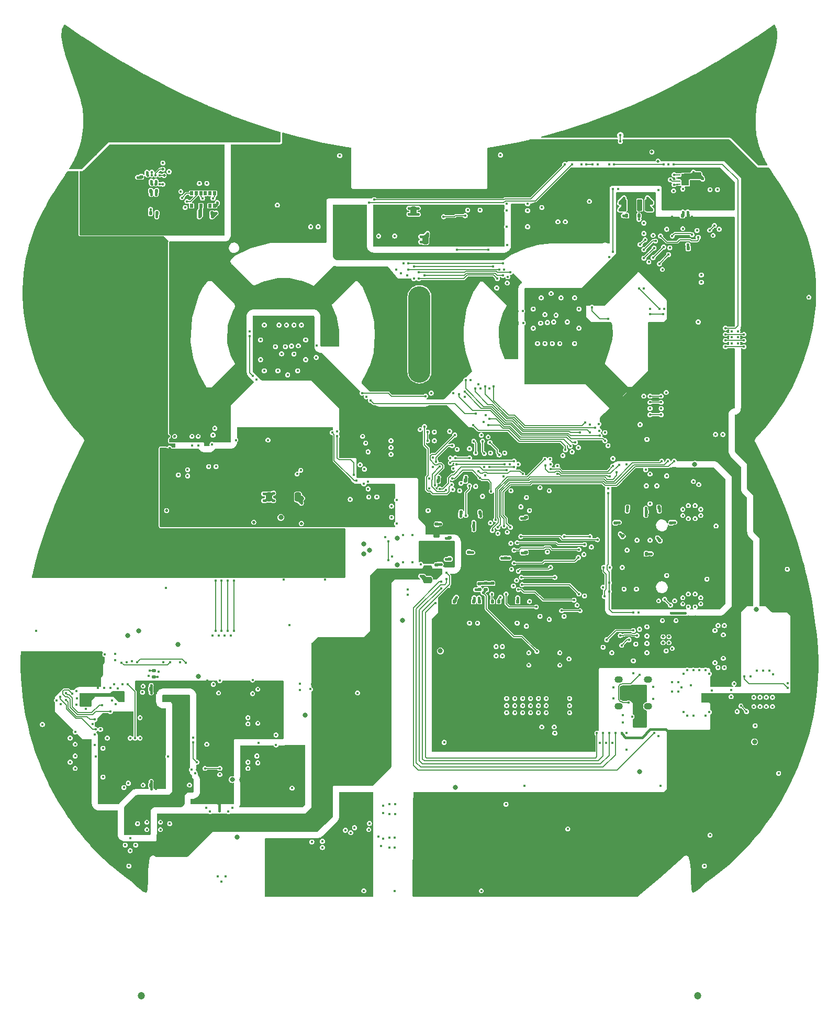
<source format=gtl>
G04 #@! TF.GenerationSoftware,KiCad,Pcbnew,7.0.11-2.fc39*
G04 #@! TF.CreationDate,2024-06-13T18:25:33+01:00*
G04 #@! TF.ProjectId,msf-owl-clock,6d73662d-6f77-46c2-9d63-6c6f636b2e6b,0.1*
G04 #@! TF.SameCoordinates,Original*
G04 #@! TF.FileFunction,Copper,L1,Top*
G04 #@! TF.FilePolarity,Positive*
%FSLAX46Y46*%
G04 Gerber Fmt 4.6, Leading zero omitted, Abs format (unit mm)*
G04 Created by KiCad (PCBNEW 7.0.11-2.fc39) date 2024-06-13 18:25:33*
%MOMM*%
%LPD*%
G01*
G04 APERTURE LIST*
G04 Aperture macros list*
%AMRoundRect*
0 Rectangle with rounded corners*
0 $1 Rounding radius*
0 $2 $3 $4 $5 $6 $7 $8 $9 X,Y pos of 4 corners*
0 Add a 4 corners polygon primitive as box body*
4,1,4,$2,$3,$4,$5,$6,$7,$8,$9,$2,$3,0*
0 Add four circle primitives for the rounded corners*
1,1,$1+$1,$2,$3*
1,1,$1+$1,$4,$5*
1,1,$1+$1,$6,$7*
1,1,$1+$1,$8,$9*
0 Add four rect primitives between the rounded corners*
20,1,$1+$1,$2,$3,$4,$5,0*
20,1,$1+$1,$4,$5,$6,$7,0*
20,1,$1+$1,$6,$7,$8,$9,0*
20,1,$1+$1,$8,$9,$2,$3,0*%
G04 Aperture macros list end*
G04 #@! TA.AperFunction,HeatsinkPad*
%ADD10C,0.500000*%
G04 #@! TD*
G04 #@! TA.AperFunction,SMDPad,CuDef*
%ADD11RoundRect,0.050000X-0.250000X-0.075000X0.250000X-0.075000X0.250000X0.075000X-0.250000X0.075000X0*%
G04 #@! TD*
G04 #@! TA.AperFunction,HeatsinkPad*
%ADD12C,0.600000*%
G04 #@! TD*
G04 #@! TA.AperFunction,SMDPad,CuDef*
%ADD13RoundRect,0.050000X-0.550000X-0.900000X0.550000X-0.900000X0.550000X0.900000X-0.550000X0.900000X0*%
G04 #@! TD*
G04 #@! TA.AperFunction,SMDPad,CuDef*
%ADD14RoundRect,0.140000X-0.140000X-0.170000X0.140000X-0.170000X0.140000X0.170000X-0.140000X0.170000X0*%
G04 #@! TD*
G04 #@! TA.AperFunction,TestPad*
%ADD15C,0.500000*%
G04 #@! TD*
G04 #@! TA.AperFunction,TestPad*
%ADD16C,0.800000*%
G04 #@! TD*
G04 #@! TA.AperFunction,SMDPad,CuDef*
%ADD17RoundRect,0.140000X-0.021213X0.219203X-0.219203X0.021213X0.021213X-0.219203X0.219203X-0.021213X0*%
G04 #@! TD*
G04 #@! TA.AperFunction,SMDPad,CuDef*
%ADD18RoundRect,0.140000X0.170000X-0.140000X0.170000X0.140000X-0.170000X0.140000X-0.170000X-0.140000X0*%
G04 #@! TD*
G04 #@! TA.AperFunction,SMDPad,CuDef*
%ADD19RoundRect,0.250000X-0.250000X-0.475000X0.250000X-0.475000X0.250000X0.475000X-0.250000X0.475000X0*%
G04 #@! TD*
G04 #@! TA.AperFunction,SMDPad,CuDef*
%ADD20RoundRect,0.050000X-0.350000X-0.850000X0.350000X-0.850000X0.350000X0.850000X-0.350000X0.850000X0*%
G04 #@! TD*
G04 #@! TA.AperFunction,SMDPad,CuDef*
%ADD21RoundRect,0.135000X0.185000X-0.135000X0.185000X0.135000X-0.185000X0.135000X-0.185000X-0.135000X0*%
G04 #@! TD*
G04 #@! TA.AperFunction,SMDPad,CuDef*
%ADD22RoundRect,0.250000X0.250000X0.475000X-0.250000X0.475000X-0.250000X-0.475000X0.250000X-0.475000X0*%
G04 #@! TD*
G04 #@! TA.AperFunction,SMDPad,CuDef*
%ADD23RoundRect,0.140000X0.140000X0.170000X-0.140000X0.170000X-0.140000X-0.170000X0.140000X-0.170000X0*%
G04 #@! TD*
G04 #@! TA.AperFunction,ComponentPad*
%ADD24C,1.200000*%
G04 #@! TD*
G04 #@! TA.AperFunction,SMDPad,CuDef*
%ADD25RoundRect,0.250000X-0.475000X0.250000X-0.475000X-0.250000X0.475000X-0.250000X0.475000X0.250000X0*%
G04 #@! TD*
G04 #@! TA.AperFunction,SMDPad,CuDef*
%ADD26RoundRect,0.100000X-0.400000X0.600000X-0.400000X-0.600000X0.400000X-0.600000X0.400000X0.600000X0*%
G04 #@! TD*
G04 #@! TA.AperFunction,SMDPad,CuDef*
%ADD27RoundRect,0.140000X-0.170000X0.140000X-0.170000X-0.140000X0.170000X-0.140000X0.170000X0.140000X0*%
G04 #@! TD*
G04 #@! TA.AperFunction,SMDPad,CuDef*
%ADD28RoundRect,0.135000X0.135000X0.185000X-0.135000X0.185000X-0.135000X-0.185000X0.135000X-0.185000X0*%
G04 #@! TD*
G04 #@! TA.AperFunction,SMDPad,CuDef*
%ADD29RoundRect,0.140000X0.219203X0.021213X0.021213X0.219203X-0.219203X-0.021213X-0.021213X-0.219203X0*%
G04 #@! TD*
G04 #@! TA.AperFunction,SMDPad,CuDef*
%ADD30RoundRect,0.087500X0.087500X-0.087500X0.087500X0.087500X-0.087500X0.087500X-0.087500X-0.087500X0*%
G04 #@! TD*
G04 #@! TA.AperFunction,ComponentPad*
%ADD31O,3.600000X15.600000*%
G04 #@! TD*
G04 #@! TA.AperFunction,SMDPad,CuDef*
%ADD32RoundRect,0.050000X-0.225000X0.250000X-0.225000X-0.250000X0.225000X-0.250000X0.225000X0.250000X0*%
G04 #@! TD*
G04 #@! TA.AperFunction,SMDPad,CuDef*
%ADD33RoundRect,0.135000X-0.185000X0.135000X-0.185000X-0.135000X0.185000X-0.135000X0.185000X0.135000X0*%
G04 #@! TD*
G04 #@! TA.AperFunction,ComponentPad*
%ADD34O,1.350000X1.100000*%
G04 #@! TD*
G04 #@! TA.AperFunction,ViaPad*
%ADD35C,0.450000*%
G04 #@! TD*
G04 #@! TA.AperFunction,Conductor*
%ADD36C,0.450000*%
G04 #@! TD*
G04 #@! TA.AperFunction,Conductor*
%ADD37C,0.152400*%
G04 #@! TD*
G04 #@! TA.AperFunction,Conductor*
%ADD38C,0.304800*%
G04 #@! TD*
G04 APERTURE END LIST*
D10*
X139425000Y-112925000D03*
X140375000Y-112925000D03*
X139425000Y-113875000D03*
X140375000Y-113875000D03*
D11*
X141850000Y-38250000D03*
X141850000Y-38750000D03*
X141850000Y-39250000D03*
X141850000Y-39750000D03*
X144150000Y-39750000D03*
X144150000Y-39250000D03*
X144150000Y-38750000D03*
X144150000Y-38250000D03*
D12*
X143000000Y-38500000D03*
D13*
X143000000Y-39000000D03*
D12*
X143000000Y-39500000D03*
D14*
X105770000Y-92800000D03*
X106730000Y-92800000D03*
D15*
X82100000Y-90600000D03*
D16*
X76089592Y-96610408D03*
D17*
X139539411Y-96660589D03*
X138860589Y-97339411D03*
D18*
X145200000Y-39480000D03*
X145200000Y-38520000D03*
D15*
X148500000Y-114500000D03*
D16*
X154510408Y-108489592D03*
D19*
X99050000Y-48700000D03*
X100950000Y-48700000D03*
D20*
X133095000Y-43100000D03*
X134365000Y-43100000D03*
X135635000Y-43100000D03*
X136905000Y-43100000D03*
D21*
X57000000Y-119410000D03*
X57000000Y-118390000D03*
D15*
X139700000Y-92000000D03*
D16*
X144526672Y-85003341D03*
D22*
X82250000Y-90300000D03*
X80350000Y-90300000D03*
D14*
X63520000Y-44400000D03*
X64480000Y-44400000D03*
D18*
X104900000Y-101280000D03*
X104900000Y-100320000D03*
D23*
X139680000Y-92000000D03*
X138720000Y-92000000D03*
X110730000Y-92800000D03*
X109770000Y-92800000D03*
D24*
X145000000Y-171000000D03*
X55000000Y-171000000D03*
D25*
X101300000Y-101850000D03*
X101300000Y-103750000D03*
D26*
X102800000Y-96200000D03*
X102800000Y-98800000D03*
D23*
X103980000Y-87709048D03*
X103020000Y-87709048D03*
D27*
X140700000Y-93520000D03*
X140700000Y-94480000D03*
D15*
X75500000Y-131600000D03*
D16*
X81510408Y-125589592D03*
D23*
X106580000Y-107200000D03*
X105620000Y-107200000D03*
X109730000Y-107200000D03*
X108770000Y-107200000D03*
D28*
X136510000Y-44800000D03*
X135490000Y-44800000D03*
D18*
X117200000Y-100230000D03*
X117200000Y-99270000D03*
D15*
X104900000Y-101300000D03*
D16*
X96400000Y-101300000D03*
D29*
X133539411Y-97339411D03*
X132860589Y-96660589D03*
D30*
X56025000Y-38275000D03*
X56675000Y-38275000D03*
X57325000Y-38275000D03*
X57975000Y-38275000D03*
X57975000Y-39725000D03*
X57325000Y-39725000D03*
X56675000Y-39725000D03*
X56025000Y-39725000D03*
D14*
X132720000Y-92000000D03*
X133680000Y-92000000D03*
D23*
X57480000Y-121400000D03*
X56520000Y-121400000D03*
D28*
X57510000Y-44400000D03*
X56490000Y-44400000D03*
D31*
X100000000Y-64000000D03*
D23*
X143480000Y-44800000D03*
X142520000Y-44800000D03*
D19*
X73750000Y-90300000D03*
X75650000Y-90300000D03*
D27*
X102800000Y-100320000D03*
X102800000Y-101280000D03*
D32*
X66875000Y-41200000D03*
X66125000Y-41200000D03*
X65375000Y-41200000D03*
X64625000Y-41200000D03*
X63875000Y-41200000D03*
X63125000Y-41200000D03*
X63125000Y-43200000D03*
X63875000Y-43200000D03*
X64625000Y-43200000D03*
X65375000Y-43200000D03*
X66125000Y-43200000D03*
X66875000Y-43200000D03*
D15*
X54600000Y-120500000D03*
D16*
X54600000Y-112000000D03*
D28*
X112810000Y-107200000D03*
X111790000Y-107200000D03*
D18*
X55000000Y-39480000D03*
X55000000Y-38520000D03*
D14*
X135720000Y-92700000D03*
X136680000Y-92700000D03*
D15*
X55000000Y-39500000D03*
D16*
X55000000Y-31000000D03*
D27*
X113900000Y-99220000D03*
X113900000Y-100180000D03*
D23*
X134480000Y-44800000D03*
X133520000Y-44800000D03*
D14*
X107820000Y-95000000D03*
X108780000Y-95000000D03*
D21*
X111800000Y-105310000D03*
X111800000Y-104290000D03*
D15*
X60900000Y-122700000D03*
D16*
X60900000Y-114200000D03*
D27*
X131700000Y-93520000D03*
X131700000Y-94480000D03*
D14*
X114920000Y-107200000D03*
X115880000Y-107200000D03*
D18*
X117200000Y-94580000D03*
X117200000Y-93620000D03*
D22*
X100950000Y-44100000D03*
X99050000Y-44100000D03*
D33*
X110750000Y-104290000D03*
X110750000Y-105310000D03*
D18*
X104900000Y-97880000D03*
X104900000Y-96920000D03*
D14*
X135720000Y-99500000D03*
X136680000Y-99500000D03*
X142520000Y-50100000D03*
X143480000Y-50100000D03*
D23*
X57480000Y-136900000D03*
X56520000Y-136900000D03*
D14*
X65520000Y-44400000D03*
X66480000Y-44400000D03*
D15*
X100200000Y-102300000D03*
D16*
X97292829Y-110287387D03*
D23*
X57480000Y-40800000D03*
X56520000Y-40800000D03*
D27*
X102800000Y-93770000D03*
X102800000Y-94730000D03*
D23*
X108380000Y-87700000D03*
X107420000Y-87700000D03*
D27*
X109700000Y-104320000D03*
X109700000Y-105280000D03*
D18*
X108000000Y-100180000D03*
X108000000Y-99220000D03*
D16*
X91000000Y-99500000D03*
X77589592Y-93610408D03*
X64250000Y-119338784D03*
X70489592Y-145310408D03*
D15*
X137600000Y-34500000D03*
D16*
X137600000Y-26000000D03*
X105810408Y-137289592D03*
X135600000Y-134700000D03*
X96389592Y-96989592D03*
D15*
X58700000Y-38300000D03*
D16*
X58700000Y-29800000D03*
X91000000Y-97900000D03*
X103389592Y-115210408D03*
X154200000Y-129900000D03*
D15*
X58500000Y-37300000D03*
D16*
X58500000Y-28800000D03*
D15*
X138600000Y-36000000D03*
D16*
X138600000Y-27500000D03*
X52800000Y-112700000D03*
D34*
X132200000Y-119850000D03*
X132200000Y-124150000D03*
X137000000Y-119850000D03*
X137000000Y-124150000D03*
D16*
X91900000Y-98900000D03*
X69700000Y-136000000D03*
D35*
X93400000Y-47300000D03*
X96000000Y-47300000D03*
X111900000Y-49400000D03*
X109400000Y-45300000D03*
X108400000Y-45300000D03*
X113100000Y-49400000D03*
X111900000Y-47800000D03*
X113100000Y-47800000D03*
X146400000Y-54400000D03*
X143400000Y-46900000D03*
X103400000Y-93850000D03*
X148400000Y-119800000D03*
X149100000Y-79400000D03*
X144100000Y-45000000D03*
X147800000Y-120600000D03*
X143400000Y-44200000D03*
X141700000Y-112500000D03*
X116600000Y-100150000D03*
X103900000Y-87109048D03*
X136700000Y-84300000D03*
X149100000Y-120500000D03*
X115100000Y-106500000D03*
X108000000Y-106600000D03*
X137600000Y-114000000D03*
X146400000Y-55600000D03*
X132700000Y-48900000D03*
X125700000Y-116800000D03*
X125100000Y-58900000D03*
X73400000Y-67800000D03*
X137700000Y-84300000D03*
X132700000Y-46700000D03*
X102200000Y-92500000D03*
X147100000Y-114500000D03*
X128400000Y-62500000D03*
X73400000Y-68800000D03*
X116000000Y-128000000D03*
X118600000Y-92500000D03*
X57400000Y-39200000D03*
X147700000Y-113700000D03*
X132700000Y-47800000D03*
X143400000Y-78700000D03*
X142600000Y-49500000D03*
X74900000Y-69100000D03*
X147900000Y-79400000D03*
X144400000Y-78700000D03*
X111000000Y-90200000D03*
X129400000Y-62500000D03*
X57400000Y-41400000D03*
X132700000Y-50000000D03*
X141500000Y-111100000D03*
X117000000Y-107200000D03*
X73400000Y-69800000D03*
X110650000Y-93400000D03*
X92600000Y-85100000D03*
X91900000Y-85800000D03*
X142400000Y-80900000D03*
X147700000Y-115300000D03*
X148450000Y-116000000D03*
X57500000Y-45000000D03*
X118800000Y-99300000D03*
X137600000Y-112800000D03*
X117400000Y-59000000D03*
X148450000Y-113000000D03*
X114200000Y-127000000D03*
X76100000Y-62500000D03*
X77100000Y-69100000D03*
X134500000Y-80900000D03*
X135720000Y-84280000D03*
X92200000Y-84100000D03*
X136600000Y-109900000D03*
X140900000Y-45000000D03*
X150100000Y-120500000D03*
X116500000Y-94550000D03*
X105850000Y-93400000D03*
X108300000Y-87100000D03*
X80300000Y-69100000D03*
X150700000Y-55600000D03*
X92700000Y-80600000D03*
X149000000Y-55600000D03*
X122900000Y-58900000D03*
X123900000Y-65500000D03*
X133500000Y-80900000D03*
X117800000Y-128000000D03*
X140900000Y-111900000D03*
X125900000Y-115800000D03*
X119700000Y-58900000D03*
X134791323Y-126541323D03*
X140700000Y-109100000D03*
X136491323Y-121091323D03*
X132900000Y-121100000D03*
X143000000Y-109100000D03*
X135400000Y-127300000D03*
X136291323Y-126791323D03*
X136491323Y-122791323D03*
X135300000Y-125200000D03*
X136291323Y-125591323D03*
X132900000Y-122800000D03*
X147000000Y-123300000D03*
X115500000Y-64500000D03*
X133900000Y-113400000D03*
X148200000Y-124900000D03*
X132700000Y-128500000D03*
X65650000Y-81800000D03*
X148000000Y-123200000D03*
X86300000Y-65500000D03*
X115500000Y-65500000D03*
X147500000Y-124200000D03*
X158100000Y-124800000D03*
X85300000Y-64500000D03*
X65600000Y-80300000D03*
X99600000Y-144300000D03*
X99600000Y-142700000D03*
X66100000Y-79200000D03*
X159200000Y-124700000D03*
X84300000Y-64200000D03*
X146100000Y-122600000D03*
X85200000Y-65500000D03*
X115500000Y-66500000D03*
X159300000Y-123600000D03*
X132700000Y-114300000D03*
X115500000Y-67500000D03*
X100800000Y-142700000D03*
X100800000Y-144300000D03*
X147300000Y-122400000D03*
X133791323Y-123591323D03*
X135600000Y-119100000D03*
X78600000Y-137400000D03*
X90500000Y-143200000D03*
X79500000Y-140000000D03*
X78500000Y-147000000D03*
X80700000Y-147000000D03*
X75800000Y-133200000D03*
X78500000Y-140000000D03*
X80700000Y-146000000D03*
X89500000Y-143000000D03*
X82400000Y-146900000D03*
X79500000Y-139000000D03*
X78500000Y-139000000D03*
X88700000Y-142400000D03*
X74100000Y-134100000D03*
X79500000Y-147000000D03*
X78500000Y-146000000D03*
X90200000Y-141900000D03*
X76800000Y-131200000D03*
X75800000Y-134200000D03*
X79500000Y-146000000D03*
X76200000Y-132300000D03*
X51300000Y-136300000D03*
X58700000Y-136400000D03*
X68100000Y-138200000D03*
X65700000Y-120000000D03*
X65100000Y-132000000D03*
X75800000Y-126000000D03*
X75750000Y-120500000D03*
X49200000Y-127900000D03*
X57400000Y-137500000D03*
X57400000Y-136300000D03*
X67600000Y-141100000D03*
X58700000Y-120900000D03*
X69200000Y-138200000D03*
X74100000Y-126100000D03*
X49800000Y-135600000D03*
X58700000Y-137400000D03*
X75200000Y-129100000D03*
X57400000Y-122000000D03*
X49200000Y-131650000D03*
X74100000Y-120600000D03*
X50100000Y-132800000D03*
X75750000Y-121500000D03*
X57400000Y-120800000D03*
X50700000Y-130700000D03*
X66400000Y-121400000D03*
X48900000Y-126200000D03*
X51300000Y-135200000D03*
X74400000Y-128100000D03*
X50700000Y-131900000D03*
X64800000Y-121700000D03*
X75800000Y-127000000D03*
X76800000Y-128000000D03*
X64800000Y-130300000D03*
X51200000Y-122900000D03*
X46700000Y-123900000D03*
X52500000Y-142900000D03*
X52500000Y-144100000D03*
X63200000Y-136200000D03*
X45300000Y-122300000D03*
X62800000Y-135300000D03*
X54000000Y-143850000D03*
X58700000Y-122900000D03*
X50800000Y-122000000D03*
X45300000Y-123900000D03*
X48000000Y-121200000D03*
X60000000Y-143850000D03*
X48500000Y-118200000D03*
X61500000Y-142900000D03*
X103400000Y-102500000D03*
X82600000Y-120600000D03*
X83450000Y-122100000D03*
X83450000Y-119900000D03*
X61500000Y-144100000D03*
X47400000Y-118200000D03*
X47200000Y-116700000D03*
X48900000Y-116600000D03*
X47200000Y-115700000D03*
X54000000Y-129300000D03*
X52800000Y-120600000D03*
X109650000Y-106600000D03*
X104300000Y-101200000D03*
X100200000Y-100400000D03*
X103400000Y-100400000D03*
X134500000Y-97900000D03*
X142300000Y-87900000D03*
X135800000Y-93300000D03*
X134400000Y-98900000D03*
X135100000Y-91400000D03*
X135100000Y-90300000D03*
X135800000Y-89500000D03*
X135200000Y-99500000D03*
X143400000Y-87900000D03*
X135800000Y-92100000D03*
X90200000Y-89100000D03*
X81700000Y-94600000D03*
X81700000Y-91300000D03*
X58800000Y-83100000D03*
X60400000Y-83900000D03*
X59400000Y-83900000D03*
X81500000Y-89800000D03*
X95300000Y-89200000D03*
X79800000Y-88200000D03*
X59550000Y-82400000D03*
X59100000Y-85900000D03*
X59100000Y-86900000D03*
X88800000Y-89900000D03*
X90900000Y-90200000D03*
X60600000Y-86050000D03*
X145600000Y-40500000D03*
X149600000Y-40500000D03*
X142900000Y-42400000D03*
X143400000Y-40500000D03*
X143500000Y-43200000D03*
X61700000Y-38700000D03*
X68000000Y-43100000D03*
X144000000Y-42300000D03*
X87700000Y-45000000D03*
X148200000Y-41400000D03*
X68000000Y-40900000D03*
X68000000Y-41900000D03*
X87700000Y-46700000D03*
X68300000Y-38700000D03*
X86300000Y-45000000D03*
X64400000Y-38800000D03*
X86300000Y-46700000D03*
X63000000Y-39400000D03*
X65600000Y-38800000D03*
X87700000Y-43300000D03*
X86300000Y-43300000D03*
X68000000Y-44100000D03*
X147000000Y-41400000D03*
X67000000Y-39400000D03*
X114600000Y-85000000D03*
X124200000Y-116500000D03*
X127600000Y-78600000D03*
X130700000Y-36500000D03*
X122700000Y-117500000D03*
X56200000Y-119200000D03*
X114800000Y-89300000D03*
X130200000Y-130100000D03*
X98000000Y-54500000D03*
X134600000Y-118800000D03*
X113400000Y-114500000D03*
X80300000Y-69900000D03*
X117700000Y-117500000D03*
X64200000Y-80500000D03*
X56500000Y-55600000D03*
X109500000Y-72100000D03*
X142600000Y-46900000D03*
X146500000Y-103600000D03*
X104300000Y-97000000D03*
X82400000Y-46600000D03*
X109100000Y-105300000D03*
X95400000Y-81200000D03*
X62100000Y-43500000D03*
X68000000Y-152500000D03*
X137300000Y-91400000D03*
X55900000Y-142900000D03*
X138700000Y-129000000D03*
X120300000Y-65500000D03*
X114200000Y-96000000D03*
X103500000Y-101200000D03*
X111100000Y-80600000D03*
X122400000Y-45800000D03*
X78000000Y-99600000D03*
X76700000Y-66000000D03*
X114100000Y-125200000D03*
X108800000Y-94400000D03*
X96300000Y-94600000D03*
X50300000Y-123200000D03*
X60250000Y-82000000D03*
X116500000Y-93750000D03*
X120300000Y-60800000D03*
X50800000Y-115700000D03*
X100200000Y-103100000D03*
X94500000Y-96800000D03*
X59400000Y-80500000D03*
X56600000Y-122000000D03*
X145500000Y-106600000D03*
X91800000Y-144100000D03*
X63119048Y-134400000D03*
X150400000Y-122600000D03*
X146900000Y-118900000D03*
X108850000Y-106600000D03*
X70300000Y-81100000D03*
X115900000Y-106600000D03*
X95600000Y-99900000D03*
X44600000Y-122900000D03*
X79000000Y-111000000D03*
X141300000Y-94400000D03*
X143400000Y-49500000D03*
X62500000Y-85900000D03*
X131100000Y-115500000D03*
X141500000Y-110300000D03*
X97300000Y-100900000D03*
X82350000Y-121400000D03*
X107800000Y-43900000D03*
X109850000Y-93400000D03*
X81600000Y-64900000D03*
X67700000Y-135200000D03*
X116400000Y-91900000D03*
X157100000Y-122700000D03*
X88800000Y-90700000D03*
X122900000Y-58100000D03*
X96300000Y-90800000D03*
X56600000Y-41400000D03*
X115200000Y-104700000D03*
X121000000Y-89300000D03*
X94100000Y-141400000D03*
X52200000Y-137300000D03*
X131400000Y-122900000D03*
X117800000Y-92500000D03*
X140000000Y-86900000D03*
X142600000Y-92300000D03*
X49500000Y-129300000D03*
X140000000Y-103000000D03*
X83600000Y-46600000D03*
X144300000Y-118300000D03*
X117700000Y-115500000D03*
X142700000Y-125100000D03*
X104900000Y-79700000D03*
X44500000Y-123900000D03*
X96100000Y-141600000D03*
X139600000Y-59900000D03*
X101600000Y-87300000D03*
X137300000Y-86600000D03*
X83500000Y-102700000D03*
X84300000Y-146000000D03*
X100200000Y-48200000D03*
X121800000Y-127500000D03*
X79300000Y-65900000D03*
X145800000Y-38900000D03*
X128800000Y-36500000D03*
X144600000Y-106000000D03*
X154600000Y-118400000D03*
X119100000Y-65500000D03*
X84700000Y-99600000D03*
X110700000Y-77100000D03*
X147800000Y-111900000D03*
X145500000Y-107600000D03*
X108600000Y-99300000D03*
X136600000Y-92100000D03*
X113800000Y-83200000D03*
X137300000Y-97300000D03*
X133500000Y-85000000D03*
X93400000Y-145200000D03*
X159500000Y-102000000D03*
X132800000Y-101700000D03*
X52400000Y-146600000D03*
X135100000Y-105200000D03*
X70500000Y-103100000D03*
X62500000Y-86900000D03*
X122700000Y-65500000D03*
X67500000Y-122000000D03*
X102400000Y-81200000D03*
X99800000Y-43600000D03*
X61000000Y-86750000D03*
X66500000Y-112700000D03*
X50900000Y-123800000D03*
X59100000Y-92500000D03*
X100200000Y-101200000D03*
X85800000Y-100600000D03*
X69500000Y-112700000D03*
X143500000Y-93800000D03*
X103400000Y-94650000D03*
X132500000Y-96300000D03*
X79700000Y-67200000D03*
X124700000Y-83000000D03*
X48400000Y-127900000D03*
X119500000Y-88800000D03*
X113400000Y-116000000D03*
X148500000Y-47000000D03*
X137800000Y-123000000D03*
X42000000Y-73100000D03*
X59000000Y-105000000D03*
X142700000Y-118900000D03*
X111500000Y-94500000D03*
X130500000Y-82000000D03*
X41300000Y-123200000D03*
X81100000Y-90500000D03*
X149100000Y-80200000D03*
X68000000Y-31100000D03*
X64200000Y-82000000D03*
X43500000Y-133200000D03*
X115800000Y-110700000D03*
X146900000Y-125100000D03*
X105400000Y-89100000D03*
X137300000Y-59900000D03*
X134600000Y-116800000D03*
X108100000Y-82500000D03*
X98900000Y-96500000D03*
X134391323Y-125841323D03*
X115420000Y-124050000D03*
X47600000Y-132300000D03*
X118400000Y-59900000D03*
X117960000Y-125200000D03*
X145300000Y-118300000D03*
X139300000Y-53500000D03*
X54100000Y-146600000D03*
X143500000Y-91700000D03*
X125800000Y-63000000D03*
X125100000Y-65500000D03*
X80800000Y-86000000D03*
X64600000Y-43800000D03*
X114200000Y-49600000D03*
X147800000Y-117100000D03*
X136300000Y-47700000D03*
X150500000Y-64500000D03*
X76400000Y-89700000D03*
X155100000Y-124200000D03*
X123200000Y-83600000D03*
X54800000Y-129300000D03*
X89500000Y-143800000D03*
X102400000Y-79800000D03*
X109900000Y-72800000D03*
X69500000Y-103100000D03*
X114500000Y-100200000D03*
X136800000Y-114000000D03*
X137600000Y-42800000D03*
X146300000Y-125700000D03*
X133600000Y-98900000D03*
X49000000Y-121200000D03*
X123600000Y-45800000D03*
X83500000Y-100600000D03*
X142600000Y-93300000D03*
X78300000Y-66000000D03*
X156600000Y-118400000D03*
X142400000Y-121100000D03*
X69700000Y-140600000D03*
X96200000Y-53500000D03*
X110500000Y-85500000D03*
X77300000Y-62500000D03*
X140300000Y-36500000D03*
X148200000Y-40600000D03*
X83400000Y-65800000D03*
X55200000Y-121900000D03*
X66100000Y-141200000D03*
X50000000Y-121200000D03*
X124000000Y-144000000D03*
X143300000Y-118300000D03*
X88000000Y-144200000D03*
X136800000Y-111300000D03*
X96000000Y-147000000D03*
X106700000Y-88100000D03*
X56600000Y-39200000D03*
X121200000Y-85000000D03*
X131400000Y-121100000D03*
X91700000Y-87800000D03*
X132891323Y-125591323D03*
X145200000Y-38000000D03*
X90400000Y-85100000D03*
X98900000Y-100900000D03*
X114100000Y-44000000D03*
X72500000Y-63500000D03*
X133500000Y-128500000D03*
X124300000Y-122900000D03*
X123400000Y-109600000D03*
X62800000Y-136900000D03*
X144300000Y-125700000D03*
X72250000Y-127000000D03*
X95100000Y-145400000D03*
X51000000Y-23000000D03*
X59300000Y-132300000D03*
X138400000Y-88500000D03*
X65500000Y-140600000D03*
X94100000Y-140200000D03*
X73200000Y-94400000D03*
X98100000Y-106100000D03*
X157200000Y-119000000D03*
X116800000Y-62200000D03*
X126600000Y-99600000D03*
X114200000Y-55700000D03*
X74000000Y-130100000D03*
X47100000Y-127000000D03*
X76800000Y-128800000D03*
X137800000Y-48000000D03*
X114100000Y-124050000D03*
X53200000Y-145500000D03*
X50600000Y-120600000D03*
X140900000Y-120300000D03*
X141900000Y-121800000D03*
X102200000Y-85500000D03*
X63200000Y-82000000D03*
X136700000Y-88500000D03*
X132400000Y-42800000D03*
X156100000Y-124200000D03*
X43900000Y-96100000D03*
X142600000Y-40500000D03*
X76400000Y-90900000D03*
X56600000Y-137500000D03*
X80900000Y-62500000D03*
X154100000Y-122700000D03*
X79100000Y-100600000D03*
X150400000Y-121500000D03*
X93800000Y-146800000D03*
X117300000Y-90400000D03*
X75500000Y-81100000D03*
X95400000Y-83400000D03*
X115700000Y-103800000D03*
X107300000Y-74100000D03*
X146300000Y-118300000D03*
X95100000Y-141600000D03*
X91300000Y-81600000D03*
X102200000Y-83900000D03*
X58100000Y-142900000D03*
X80700000Y-120500000D03*
X54800000Y-126000000D03*
X52000000Y-120600000D03*
X44300000Y-128300000D03*
X44300000Y-130300000D03*
X119700000Y-58100000D03*
X65900000Y-85400000D03*
X125100000Y-58100000D03*
X140900000Y-121800000D03*
X109400000Y-110700000D03*
X116692772Y-60255237D03*
X148300000Y-111100000D03*
X117500000Y-46600000D03*
X119240000Y-122900000D03*
X101400000Y-92500000D03*
X67500000Y-112700000D03*
X120700000Y-62100000D03*
X104300000Y-100400000D03*
X157100000Y-124200000D03*
X140900000Y-114800000D03*
X135400000Y-109000000D03*
X90800000Y-80500000D03*
X132891323Y-126791323D03*
X151500000Y-65500000D03*
X88900000Y-144600000D03*
X98100000Y-105300000D03*
X55900000Y-37800000D03*
X91800000Y-90300000D03*
X38900000Y-52000000D03*
X143500000Y-106000000D03*
X113600000Y-87000000D03*
X106100000Y-82600000D03*
X78000000Y-103700000D03*
X144600000Y-93800000D03*
X131700000Y-31500000D03*
X111300000Y-72800000D03*
X73900000Y-32000000D03*
X137300000Y-76000000D03*
X140000000Y-47000000D03*
X79700000Y-62500000D03*
X130800000Y-101700000D03*
X73700000Y-132200000D03*
X136800000Y-112800000D03*
X129200000Y-130100000D03*
X44500000Y-121700000D03*
X73850000Y-121400000D03*
X147300000Y-121600000D03*
X67700000Y-120000000D03*
X131200000Y-130100000D03*
X136300000Y-56600000D03*
X93400000Y-48100000D03*
X46000000Y-124600000D03*
X58600000Y-117000000D03*
X93100000Y-90300000D03*
X78500000Y-62500000D03*
X38000000Y-112000000D03*
X149150000Y-112600000D03*
X53200000Y-129300000D03*
X80900000Y-91300000D03*
X119800000Y-43500000D03*
X138650000Y-40650000D03*
X138800000Y-92600000D03*
X61400000Y-40900000D03*
X132100000Y-40500000D03*
X110400000Y-78200000D03*
X106000000Y-106500000D03*
X153000000Y-31100000D03*
X133100000Y-105200000D03*
X98300000Y-43600000D03*
X150900000Y-120500000D03*
X42000000Y-123800000D03*
X133100000Y-41900000D03*
X91100000Y-85800000D03*
X117500000Y-44000000D03*
X135600000Y-111700000D03*
X67300000Y-42700000D03*
X121000000Y-110100000D03*
X67100000Y-44400000D03*
X68600000Y-151700000D03*
X43500000Y-129300000D03*
X80900000Y-94600000D03*
X103100000Y-87109048D03*
X69100000Y-141200000D03*
X116700000Y-124050000D03*
X76800000Y-100600000D03*
X79400000Y-137400000D03*
X136300000Y-46000000D03*
X141900000Y-120300000D03*
X97400000Y-52500000D03*
X163000000Y-58000000D03*
X86700000Y-79700000D03*
X112400000Y-114500000D03*
X142600000Y-107600000D03*
X114900000Y-102000000D03*
X94100000Y-145600000D03*
X44300000Y-134200000D03*
X91700000Y-89000000D03*
X121900000Y-128500000D03*
X139900000Y-115200000D03*
X72250000Y-133200000D03*
X159600000Y-120400000D03*
X84300000Y-147000000D03*
X136800000Y-115500000D03*
X136300000Y-74000000D03*
X154100000Y-124200000D03*
X142600000Y-106600000D03*
X77000000Y-43100000D03*
X114800000Y-97800000D03*
X73000000Y-119900000D03*
X110000000Y-80300000D03*
X125500000Y-107800000D03*
X130500000Y-88900000D03*
X145500000Y-93300000D03*
X105500000Y-73500000D03*
X66900000Y-79200000D03*
X111500000Y-83200000D03*
X122300000Y-85300000D03*
X145500000Y-92300000D03*
X105500000Y-85700000D03*
X50800000Y-116700000D03*
X113100000Y-35000000D03*
X117960000Y-124050000D03*
X156000000Y-18000000D03*
X77100000Y-69900000D03*
X127500000Y-42500000D03*
X47500000Y-128700000D03*
X144300000Y-37800000D03*
X54400000Y-143150000D03*
X125700000Y-82300000D03*
X137800000Y-121000000D03*
X53200000Y-147500000D03*
X150500000Y-63500000D03*
X136900000Y-41900000D03*
X154300000Y-127300000D03*
X143500000Y-108100000D03*
X96000000Y-48100000D03*
X74800000Y-90900000D03*
X74900000Y-62500000D03*
X101600000Y-88900000D03*
X122700000Y-115500000D03*
X116700000Y-125200000D03*
X147000000Y-40600000D03*
X113300000Y-100200000D03*
X149150000Y-116400000D03*
X108300000Y-71400000D03*
X106650000Y-93400000D03*
X129000000Y-78500000D03*
X48800000Y-135600000D03*
X148000000Y-95000000D03*
X149300000Y-117900000D03*
X39000000Y-127100000D03*
X91000000Y-154000000D03*
X81600000Y-68100000D03*
X85800000Y-102700000D03*
X135691100Y-78600000D03*
X52600000Y-117000000D03*
X144600000Y-91700000D03*
X148300000Y-117900000D03*
X119800000Y-127500000D03*
X58900000Y-81200000D03*
X59500000Y-37700000D03*
X132400000Y-43900000D03*
X90000000Y-122000000D03*
X121100000Y-84200000D03*
X76800000Y-102700000D03*
X120700000Y-99200000D03*
X155600000Y-118400000D03*
X66450000Y-81800000D03*
X133600000Y-92600000D03*
X113700000Y-53500000D03*
X139100000Y-76000000D03*
X44300000Y-132200000D03*
X123500000Y-31600000D03*
X73600000Y-71300000D03*
X110000000Y-154000000D03*
X139300000Y-110300000D03*
X53000000Y-150000000D03*
X145100000Y-62000000D03*
X138500000Y-96900000D03*
X117000000Y-137000000D03*
X119240000Y-125200000D03*
X48800000Y-130950000D03*
X122100000Y-60900000D03*
X106500000Y-89300000D03*
X109100000Y-88600000D03*
X114100000Y-46600000D03*
X58500000Y-36300000D03*
X117500000Y-42900000D03*
X61300000Y-117000000D03*
X95100000Y-140000000D03*
X143900000Y-120800000D03*
X127800000Y-98400000D03*
X87100000Y-35100000D03*
X130000000Y-79900000D03*
X153600000Y-119300000D03*
X80700000Y-121500000D03*
X112400000Y-116000000D03*
X99800000Y-44600000D03*
X63700000Y-135000000D03*
X130700000Y-51500000D03*
X72250000Y-126000000D03*
X100200000Y-49050000D03*
X74800000Y-89800000D03*
X144300000Y-87800000D03*
X100100000Y-79400000D03*
X76800000Y-130400000D03*
X126700000Y-106300000D03*
X101300000Y-47700000D03*
X107500000Y-87100000D03*
X147000000Y-24000000D03*
X116700000Y-122900000D03*
X137100000Y-52300000D03*
X49000000Y-62000000D03*
X95400000Y-82300000D03*
X151500000Y-64500000D03*
X60400000Y-80500000D03*
X139000000Y-137000000D03*
X51200000Y-121300000D03*
X136600000Y-93300000D03*
X156100000Y-122700000D03*
X123900000Y-62000000D03*
X77700000Y-67160000D03*
X80200000Y-86600000D03*
X109800000Y-43900000D03*
X49100000Y-115800000D03*
X101900000Y-73500000D03*
X73850000Y-133300000D03*
X63200000Y-80500000D03*
X140500000Y-50000000D03*
X120500000Y-124050000D03*
X83300307Y-67750108D03*
X119240000Y-124050000D03*
X82600000Y-146100000D03*
X98300000Y-44600000D03*
X137500000Y-99500000D03*
X91900000Y-143100000D03*
X136600000Y-85900000D03*
X145600000Y-55600000D03*
X147000000Y-145000000D03*
X145200000Y-88300000D03*
X151400000Y-125000000D03*
X149300000Y-111100000D03*
X117300000Y-111200000D03*
X53500000Y-116900000D03*
X44000000Y-17000000D03*
X96100000Y-140000000D03*
X65600000Y-130300000D03*
X115420000Y-122900000D03*
X116600000Y-99350000D03*
X145600000Y-54400000D03*
X72250000Y-134200000D03*
X91000000Y-88200000D03*
X114300000Y-54700000D03*
X95100000Y-147000000D03*
X52900000Y-136600000D03*
X96000000Y-154000000D03*
X110600000Y-86800000D03*
X112700000Y-96200000D03*
X117800000Y-107200000D03*
X144900000Y-47200000D03*
X125800000Y-59900000D03*
X147500000Y-48000000D03*
X73850000Y-126900000D03*
X133500000Y-131200000D03*
X66400000Y-45000000D03*
X132300000Y-94400000D03*
X129700000Y-114600000D03*
X105000000Y-84000000D03*
X54400000Y-38600000D03*
X135200000Y-97300000D03*
X121300000Y-57400000D03*
X91400000Y-74100000D03*
X64400000Y-39600000D03*
X55300000Y-136900000D03*
X129100000Y-79600000D03*
X158100000Y-135000000D03*
X124300000Y-124050000D03*
X120500000Y-125200000D03*
X155100000Y-122700000D03*
X80400000Y-65860000D03*
X150500000Y-65500000D03*
X56500000Y-54400000D03*
X143300000Y-125700000D03*
X151500000Y-63500000D03*
X73000000Y-122100000D03*
X52100000Y-78000000D03*
X55300000Y-120900000D03*
X97000000Y-54100000D03*
X114000000Y-140000000D03*
X137600000Y-43900000D03*
X108100000Y-110700000D03*
X112500000Y-56500000D03*
X67400000Y-151700000D03*
X78680000Y-70560000D03*
X64400000Y-45000000D03*
X139900000Y-73400000D03*
X68500000Y-112700000D03*
X66600000Y-80300000D03*
X67500000Y-103100000D03*
X116000000Y-85000000D03*
X141300000Y-107100000D03*
X108800000Y-95600000D03*
X99100000Y-55000000D03*
X56600000Y-136300000D03*
X114100000Y-122900000D03*
X121500000Y-65500000D03*
X142600000Y-44200000D03*
X110200000Y-90200000D03*
X147900000Y-80200000D03*
X97300000Y-96500000D03*
X79100000Y-102700000D03*
X59600000Y-143150000D03*
X57800000Y-118600000D03*
X66650000Y-120600000D03*
X144600000Y-108100000D03*
X96000000Y-145400000D03*
X141100000Y-40800000D03*
X47000000Y-31700000D03*
X126200000Y-36500000D03*
X56600000Y-120800000D03*
X104000000Y-130000000D03*
X74300000Y-64900000D03*
X95500000Y-91800000D03*
X74900000Y-69900000D03*
X124300000Y-125200000D03*
X138700000Y-107100000D03*
X131300000Y-84100000D03*
X119500000Y-109600000D03*
X121700000Y-62000000D03*
X67100000Y-85400000D03*
X133000000Y-44800000D03*
X129700000Y-104900000D03*
X95500000Y-93600000D03*
X135000000Y-114100000D03*
X74300000Y-68100000D03*
X91700000Y-83000000D03*
X47500000Y-130400000D03*
X68500000Y-103100000D03*
X115420000Y-125200000D03*
X136800000Y-81000000D03*
X119600000Y-62200000D03*
X120500000Y-122900000D03*
X58100000Y-144100000D03*
X84700000Y-103700000D03*
X63400000Y-129200000D03*
X117960000Y-122900000D03*
X114100000Y-42900000D03*
X146100000Y-150000000D03*
X55900000Y-144100000D03*
X65600000Y-39600000D03*
X118400000Y-63000000D03*
X121900000Y-103300000D03*
X116500000Y-103300000D03*
X121200000Y-101700000D03*
X129900000Y-106400000D03*
X129800000Y-101700000D03*
X116000000Y-102300000D03*
X135500000Y-56595200D03*
X127600000Y-96700000D03*
X103900000Y-44970000D03*
X106100000Y-50300000D03*
X107400000Y-44800000D03*
X123400000Y-96700000D03*
X111100000Y-50300000D03*
X138800000Y-59900000D03*
X110300000Y-105800000D03*
X119000000Y-115300000D03*
X140300000Y-51100000D03*
X140900000Y-48100000D03*
X138800000Y-52600000D03*
X144100000Y-47900000D03*
X137800000Y-51600000D03*
X139500000Y-49900000D03*
X114100000Y-86000000D03*
X103300000Y-88979106D03*
X115300000Y-85500000D03*
X111300000Y-85500000D03*
X115300000Y-84519800D03*
X105000000Y-84800000D03*
X106000000Y-85000000D03*
X113800000Y-85000000D03*
X105300000Y-82000000D03*
X102700000Y-84600000D03*
X138200000Y-48900000D03*
X139000000Y-48100000D03*
X100800000Y-54500000D03*
X113500000Y-54500000D03*
X136300000Y-50300000D03*
X145100000Y-48300000D03*
X99900000Y-54000000D03*
X136500000Y-48700000D03*
X135700000Y-49500000D03*
X114700000Y-54000000D03*
X105700000Y-80300000D03*
X102500000Y-88400000D03*
X108800000Y-81300000D03*
X109100000Y-83200000D03*
X101300000Y-79800000D03*
X101300000Y-81200000D03*
X100819800Y-78900000D03*
X105200000Y-88300000D03*
X130800000Y-87000000D03*
X112600000Y-55000000D03*
X136300000Y-51700000D03*
X122300000Y-86600000D03*
X99900000Y-55000000D03*
X137950000Y-50050000D03*
X120300000Y-84200000D03*
X112300000Y-94000000D03*
X72500000Y-64300000D03*
X73000000Y-70700000D03*
X130500000Y-61500000D03*
X109100000Y-76800000D03*
X137300000Y-60700000D03*
X139400000Y-60700000D03*
X126700000Y-98000000D03*
X92100000Y-74700000D03*
X127900000Y-59600000D03*
X115800000Y-97700000D03*
X129700000Y-128500000D03*
X104400000Y-102600000D03*
X115300000Y-101000000D03*
X111700000Y-106000000D03*
X125700000Y-100100000D03*
X62400000Y-42500000D03*
X141200000Y-39800000D03*
X99100000Y-53000000D03*
X111900000Y-53000000D03*
X139500000Y-36500000D03*
X131500000Y-36500000D03*
X125000000Y-107000000D03*
X116000000Y-105300000D03*
X112900000Y-53500000D03*
X61600000Y-41900000D03*
X98200000Y-53500000D03*
X141200000Y-38200000D03*
X125800000Y-106000000D03*
X139650000Y-106850000D03*
X127000000Y-36500000D03*
X128000000Y-36500000D03*
X146950000Y-47150000D03*
X140600000Y-107800000D03*
X116600000Y-104500000D03*
X147700000Y-46400000D03*
X140600000Y-39000000D03*
X131900000Y-86300000D03*
X141100000Y-36500000D03*
X149500000Y-63000000D03*
X137300000Y-77000000D03*
X111800000Y-95700000D03*
X139100000Y-77000000D03*
X64900000Y-42000000D03*
X113700000Y-95000000D03*
X124700000Y-36500000D03*
X149500000Y-65000000D03*
X91800000Y-42700000D03*
X140200000Y-84500000D03*
X152500000Y-65000000D03*
X66600000Y-42000000D03*
X114700000Y-95200000D03*
X152500000Y-66000000D03*
X92700000Y-42219800D03*
X123500000Y-36500000D03*
X149500000Y-66000000D03*
X141200000Y-84500000D03*
X130700000Y-105600000D03*
X132500000Y-112710000D03*
X130500000Y-89700000D03*
X103500000Y-105100000D03*
X135200000Y-112710000D03*
X130700000Y-128500000D03*
X134600000Y-109000000D03*
X130700000Y-104200000D03*
X132300000Y-85100000D03*
X139100000Y-75000000D03*
X137300000Y-75000000D03*
X116700000Y-86600000D03*
X109500000Y-86100000D03*
X120400000Y-85234474D03*
X108100000Y-84000000D03*
X105800000Y-84000000D03*
X112900000Y-83500000D03*
X111400000Y-81500000D03*
X90700000Y-73500000D03*
X110500000Y-83300000D03*
X101000000Y-74000000D03*
X110200000Y-81300000D03*
X106400000Y-73700000D03*
X130000000Y-81200000D03*
X129200000Y-80400000D03*
X107300000Y-73300000D03*
X112000000Y-72400000D03*
X126800000Y-78300000D03*
X110600000Y-72400000D03*
X128400000Y-79104800D03*
X127600000Y-79900000D03*
X109000000Y-72800000D03*
X126000000Y-79900000D03*
X107500000Y-71400000D03*
X111100000Y-78700000D03*
X124400000Y-82100000D03*
X128700000Y-128500000D03*
X102600000Y-107500000D03*
X131700000Y-128500000D03*
X134600000Y-111900000D03*
X130300000Y-113400000D03*
X104400000Y-103600000D03*
X123000000Y-108700000D03*
X126000000Y-108700000D03*
X118900000Y-108100000D03*
X114000000Y-106000000D03*
X103500000Y-104000000D03*
X138000000Y-128500000D03*
X152900000Y-125000000D03*
X152552234Y-119297780D03*
X159600000Y-121200000D03*
X152000000Y-124100000D03*
X57600000Y-119400000D03*
X56400000Y-118400000D03*
X62200000Y-117100000D03*
X54300000Y-117000000D03*
X51800000Y-117100000D03*
X59700000Y-117000000D03*
X113100000Y-106500000D03*
X89800000Y-87700000D03*
X85900000Y-79900000D03*
X111300000Y-77700000D03*
X125200000Y-81500000D03*
X123604800Y-82695200D03*
X108700000Y-78700000D03*
X103300000Y-85400000D03*
X104300000Y-89200000D03*
X135500000Y-45400000D03*
X116400000Y-96700000D03*
X128800000Y-97200000D03*
X125800000Y-98800000D03*
X115300000Y-98900000D03*
X86700000Y-80500000D03*
X89400000Y-86695200D03*
X56700000Y-37800000D03*
X56500000Y-43800000D03*
X131300000Y-50700000D03*
X152500000Y-64000000D03*
X98200000Y-52500000D03*
X132500000Y-31800000D03*
X132500000Y-32800000D03*
X131300000Y-40500000D03*
X113500000Y-52500000D03*
X58500000Y-39725000D03*
X149500000Y-64000000D03*
X112700000Y-95200000D03*
X139200000Y-84500000D03*
X95000000Y-100500000D03*
X95000000Y-97500000D03*
X69000000Y-103800000D03*
X67700000Y-134200000D03*
X65300000Y-134200000D03*
X69000000Y-112000000D03*
X68000000Y-103800000D03*
X68000000Y-112000000D03*
X67000000Y-103800000D03*
X67000000Y-112000000D03*
X50000000Y-125000000D03*
X43800000Y-122100000D03*
X42800000Y-122000000D03*
X48700000Y-124000000D03*
X42800000Y-123100000D03*
X47500000Y-126300000D03*
X47600000Y-127900000D03*
X41900000Y-122600000D03*
X70000000Y-112000000D03*
X64000000Y-133200000D03*
X70000000Y-103800000D03*
X63400000Y-130000000D03*
X108100000Y-88500000D03*
X107500000Y-93300000D03*
X105300000Y-87300000D03*
X111600000Y-89400000D03*
X109800000Y-87200000D03*
X121200000Y-85800000D03*
X139100000Y-74000000D03*
X137300000Y-74000000D03*
X131300000Y-85300000D03*
D36*
X57500000Y-45000000D02*
X57500000Y-44410000D01*
X57400000Y-39650000D02*
X57325000Y-39725000D01*
X57400000Y-41400000D02*
X57400000Y-40880000D01*
X143400000Y-44200000D02*
X143400000Y-44720000D01*
X57400000Y-39200000D02*
X57400000Y-39650000D01*
X143400000Y-44720000D02*
X143480000Y-44800000D01*
X57400000Y-40880000D02*
X57480000Y-40800000D01*
X57500000Y-44410000D02*
X57510000Y-44400000D01*
X143000000Y-109100000D02*
X140700000Y-109100000D01*
D37*
X133600000Y-113400000D02*
X132700000Y-114300000D01*
D36*
X139871000Y-127871000D02*
X141000000Y-129000000D01*
X136000000Y-129200000D02*
X137329000Y-127871000D01*
X132700000Y-128500000D02*
X132700000Y-128589541D01*
X132700000Y-128589541D02*
X133310459Y-129200000D01*
D37*
X133900000Y-113400000D02*
X133600000Y-113400000D01*
D36*
X137329000Y-127871000D02*
X139871000Y-127871000D01*
X133310459Y-129200000D02*
X136000000Y-129200000D01*
D37*
X132647507Y-123371400D02*
X132867430Y-123591323D01*
X132200000Y-123089553D02*
X132481847Y-123371400D01*
X132776107Y-120500000D02*
X132647507Y-120628600D01*
X132200000Y-120900000D02*
X132200000Y-123089553D01*
X134200000Y-120500000D02*
X132776107Y-120500000D01*
X135600000Y-119100000D02*
X134200000Y-120500000D01*
X132867430Y-123591323D02*
X133791323Y-123591323D01*
X132647507Y-120628600D02*
X132471400Y-120628600D01*
X132481847Y-123371400D02*
X132647507Y-123371400D01*
X132471400Y-120628600D02*
X132200000Y-120900000D01*
D36*
X67600000Y-138700000D02*
X68100000Y-138200000D01*
X67600000Y-141100000D02*
X67600000Y-138700000D01*
X100200000Y-102300000D02*
X100650000Y-101850000D01*
X100650000Y-101850000D02*
X101300000Y-101850000D01*
D37*
X54000000Y-121800000D02*
X54000000Y-129300000D01*
X52800000Y-120600000D02*
X54000000Y-121800000D01*
D36*
X109650000Y-107120000D02*
X109730000Y-107200000D01*
X109650000Y-106600000D02*
X109650000Y-107120000D01*
X111800000Y-104290000D02*
X109730000Y-104290000D01*
X109730000Y-104290000D02*
X109700000Y-104320000D01*
X59550000Y-82400000D02*
X59550000Y-83750000D01*
X59550000Y-83750000D02*
X59400000Y-83900000D01*
D38*
X143250000Y-38750000D02*
X143000000Y-38500000D01*
D36*
X117120000Y-99350000D02*
X117200000Y-99270000D01*
X137600000Y-42800000D02*
X137205000Y-42800000D01*
X56600000Y-136820000D02*
X56520000Y-136900000D01*
X56600000Y-137500000D02*
X56600000Y-136980000D01*
X100200000Y-103100000D02*
X100650000Y-103100000D01*
X109850000Y-93400000D02*
X109850000Y-92880000D01*
X104300000Y-97000000D02*
X104820000Y-97000000D01*
X56600000Y-41400000D02*
X56600000Y-40880000D01*
X108600000Y-99300000D02*
X108080000Y-99300000D01*
X106000000Y-106500000D02*
X105800000Y-106700000D01*
X109680000Y-105300000D02*
X109700000Y-105280000D01*
X75050000Y-90900000D02*
X75650000Y-90300000D01*
X133100000Y-43095000D02*
X133095000Y-43100000D01*
X142600000Y-44720000D02*
X142520000Y-44800000D01*
X107500000Y-87100000D02*
X107500000Y-87620000D01*
X81100000Y-90500000D02*
X80900000Y-90300000D01*
X106650000Y-92880000D02*
X106730000Y-92800000D01*
X137600000Y-43900000D02*
X136800000Y-43900000D01*
X66400000Y-45000000D02*
X66400000Y-44480000D01*
X106650000Y-93400000D02*
X106650000Y-92880000D01*
X67100000Y-44400000D02*
X66500000Y-45000000D01*
X67100000Y-44400000D02*
X66480000Y-44400000D01*
X55900000Y-38150000D02*
X56025000Y-38275000D01*
X67300000Y-42900000D02*
X67000000Y-43200000D01*
X108800000Y-95600000D02*
X108800000Y-94400000D01*
X115900000Y-106600000D02*
X115900000Y-107180000D01*
X132400000Y-42800000D02*
X132795000Y-42800000D01*
X100200000Y-48200000D02*
X100800000Y-48200000D01*
X132400000Y-43900000D02*
X132400000Y-43795000D01*
X116600000Y-99350000D02*
X117120000Y-99350000D01*
X132795000Y-42800000D02*
X133095000Y-43100000D01*
X55900000Y-37800000D02*
X55900000Y-38150000D01*
X80350000Y-90750000D02*
X80350000Y-90300000D01*
X100200000Y-49050000D02*
X100600000Y-49050000D01*
X103400000Y-94650000D02*
X102880000Y-94650000D01*
X131780000Y-94400000D02*
X131700000Y-94480000D01*
D38*
X142550000Y-38500000D02*
X143000000Y-38500000D01*
D36*
X80900000Y-90300000D02*
X80350000Y-90300000D01*
X81100000Y-90500000D02*
X80900000Y-90700000D01*
X132400000Y-42600000D02*
X132400000Y-42800000D01*
X98300000Y-44600000D02*
X99800000Y-44600000D01*
X103100000Y-87629048D02*
X103020000Y-87709048D01*
D38*
X141850000Y-38750000D02*
X142300000Y-38750000D01*
D36*
X105620000Y-107200000D02*
X105800000Y-107020000D01*
D38*
X142300000Y-38750000D02*
X142550000Y-38500000D01*
D36*
X143400000Y-50020000D02*
X143480000Y-50100000D01*
X76250000Y-89700000D02*
X75650000Y-90300000D01*
X137205000Y-42800000D02*
X136905000Y-43100000D01*
X56600000Y-39200000D02*
X56600000Y-39650000D01*
X56600000Y-40880000D02*
X56520000Y-40800000D01*
X136900000Y-43095000D02*
X136905000Y-43100000D01*
X101300000Y-47700000D02*
X101300000Y-48100000D01*
X133600000Y-92600000D02*
X133600000Y-92080000D01*
X56600000Y-120800000D02*
X56600000Y-122000000D01*
X74800000Y-90900000D02*
X75050000Y-90900000D01*
X66400000Y-44480000D02*
X66480000Y-44400000D01*
X80900000Y-90700000D02*
X80900000Y-91300000D01*
X138500000Y-96900000D02*
X138860589Y-97260589D01*
X76250000Y-90900000D02*
X75650000Y-90300000D01*
X67000000Y-43200000D02*
X66875000Y-43200000D01*
X64600000Y-43800000D02*
X64600000Y-43225000D01*
X133600000Y-92080000D02*
X133680000Y-92000000D01*
X56600000Y-136980000D02*
X56520000Y-136900000D01*
X113300000Y-100200000D02*
X114500000Y-100200000D01*
X100650000Y-103100000D02*
X101300000Y-103750000D01*
X108850000Y-106600000D02*
X108850000Y-107120000D01*
X100800000Y-48200000D02*
X101300000Y-47700000D01*
X67300000Y-42700000D02*
X67300000Y-42900000D01*
X64600000Y-43225000D02*
X64625000Y-43200000D01*
D38*
X142300000Y-38750000D02*
X142300000Y-38800000D01*
D36*
X137600000Y-43795000D02*
X136905000Y-43100000D01*
X141300000Y-94400000D02*
X140780000Y-94400000D01*
X116500000Y-93750000D02*
X117070000Y-93750000D01*
X102880000Y-101200000D02*
X102800000Y-101280000D01*
X100600000Y-49050000D02*
X100950000Y-48700000D01*
X132500000Y-96300000D02*
X132860589Y-96660589D01*
X136900000Y-41900000D02*
X136900000Y-43095000D01*
X133000000Y-44800000D02*
X133520000Y-44800000D01*
X64600000Y-44800000D02*
X64400000Y-45000000D01*
X64600000Y-44280000D02*
X64600000Y-43800000D01*
X64480000Y-44400000D02*
X64600000Y-44280000D01*
X136600000Y-93300000D02*
X136600000Y-92100000D01*
X107500000Y-87620000D02*
X107420000Y-87700000D01*
X104300000Y-100400000D02*
X104820000Y-100400000D01*
X54920000Y-38600000D02*
X55000000Y-38520000D01*
X137600000Y-42600000D02*
X137600000Y-42800000D01*
X109850000Y-92880000D02*
X109770000Y-92800000D01*
X75150000Y-89800000D02*
X75650000Y-90300000D01*
X98300000Y-43600000D02*
X99800000Y-43600000D01*
X136900000Y-41900000D02*
X137600000Y-42600000D01*
X105800000Y-107020000D02*
X105800000Y-106700000D01*
X103100000Y-87109048D02*
X103100000Y-87629048D01*
X64400000Y-45000000D02*
X64400000Y-44000000D01*
X103500000Y-101200000D02*
X102880000Y-101200000D01*
X108850000Y-107120000D02*
X108770000Y-107200000D01*
X64600000Y-43800000D02*
X64600000Y-44800000D01*
X132400000Y-43795000D02*
X133095000Y-43100000D01*
X143400000Y-49500000D02*
X143400000Y-50020000D01*
X117070000Y-93750000D02*
X117200000Y-93620000D01*
X74800000Y-89800000D02*
X75150000Y-89800000D01*
X138860589Y-97260589D02*
X138860589Y-97339411D01*
X64400000Y-44000000D02*
X64600000Y-43800000D01*
X76400000Y-90900000D02*
X76250000Y-90900000D01*
X132300000Y-94400000D02*
X131780000Y-94400000D01*
X137600000Y-43900000D02*
X137600000Y-43795000D01*
X133100000Y-41900000D02*
X133100000Y-43095000D01*
X138800000Y-92080000D02*
X138720000Y-92000000D01*
X102880000Y-94650000D02*
X102800000Y-94730000D01*
X109100000Y-105300000D02*
X109680000Y-105300000D01*
X142600000Y-44200000D02*
X142600000Y-44720000D01*
X104820000Y-97000000D02*
X104900000Y-96920000D01*
X140780000Y-94400000D02*
X140700000Y-94480000D01*
D38*
X142300000Y-38800000D02*
X143000000Y-39500000D01*
D36*
X132400000Y-43900000D02*
X133200000Y-43900000D01*
X138800000Y-92600000D02*
X138800000Y-92080000D01*
X56600000Y-39650000D02*
X56675000Y-39725000D01*
X66500000Y-45000000D02*
X66400000Y-45000000D01*
X54400000Y-38600000D02*
X54920000Y-38600000D01*
X104820000Y-100400000D02*
X104900000Y-100320000D01*
X100200000Y-103100000D02*
X100900000Y-103800000D01*
X115900000Y-107180000D02*
X115880000Y-107200000D01*
X137500000Y-99500000D02*
X136680000Y-99500000D01*
X64400000Y-45000000D02*
X64400000Y-44480000D01*
X56600000Y-136300000D02*
X56600000Y-136820000D01*
X64400000Y-44480000D02*
X64480000Y-44400000D01*
X108080000Y-99300000D02*
X108000000Y-99220000D01*
X76400000Y-89700000D02*
X76250000Y-89700000D01*
X80900000Y-91300000D02*
X80350000Y-90750000D01*
X133100000Y-41900000D02*
X132400000Y-42600000D01*
D37*
X116500000Y-103300000D02*
X121900000Y-103300000D01*
X129800000Y-102400000D02*
X129800000Y-101700000D01*
X129900000Y-106400000D02*
X129900000Y-105500000D01*
X120900000Y-102000000D02*
X121200000Y-101700000D01*
X116300000Y-102000000D02*
X120900000Y-102000000D01*
X129900000Y-105500000D02*
X130180200Y-105219800D01*
X130180200Y-102780200D02*
X129800000Y-102400000D01*
X116000000Y-102300000D02*
X116300000Y-102000000D01*
X130180200Y-105219800D02*
X130180200Y-102780200D01*
X135500000Y-56595200D02*
X135500000Y-56600000D01*
X111100000Y-50300000D02*
X106100000Y-50300000D01*
X105850000Y-44800000D02*
X105680000Y-44970000D01*
X127600000Y-96700000D02*
X123400000Y-96700000D01*
X135500000Y-56600000D02*
X138800000Y-59900000D01*
X107400000Y-44800000D02*
X105850000Y-44800000D01*
X105680000Y-44970000D02*
X103900000Y-44970000D01*
X115300000Y-112900000D02*
X110800000Y-108400000D01*
X119000000Y-115300000D02*
X116600000Y-112900000D01*
X116600000Y-112900000D02*
X115300000Y-112900000D01*
X110800000Y-106300000D02*
X110300000Y-105800000D01*
D36*
X110300000Y-105800000D02*
X110300000Y-105760000D01*
D37*
X110800000Y-108400000D02*
X110800000Y-106300000D01*
D36*
X110300000Y-105760000D02*
X110750000Y-105310000D01*
D37*
X138800000Y-52600000D02*
X140300000Y-51100000D01*
X141300000Y-47700000D02*
X140900000Y-48100000D01*
X143900000Y-47700000D02*
X141300000Y-47700000D01*
X144100000Y-47900000D02*
X143900000Y-47700000D01*
X139500000Y-49900000D02*
X137800000Y-51600000D01*
X106739553Y-85500000D02*
X105539553Y-86700000D01*
X104700000Y-88079106D02*
X103800000Y-88979106D01*
X105539553Y-86700000D02*
X105220894Y-86700000D01*
X114100000Y-86000000D02*
X110300000Y-86000000D01*
X103800000Y-88979106D02*
X103300000Y-88979106D01*
X105220894Y-86700000D02*
X104700000Y-87220894D01*
X110300000Y-86000000D02*
X109800000Y-85500000D01*
X109800000Y-85500000D02*
X106739553Y-85500000D01*
X104700000Y-87220894D02*
X104700000Y-88079106D01*
X115300000Y-85500000D02*
X111300000Y-85500000D01*
X105000000Y-84800000D02*
X105280200Y-84519800D01*
X105280200Y-84519800D02*
X115300000Y-84519800D01*
X106000000Y-85000000D02*
X113800000Y-85000000D01*
X104600000Y-82000000D02*
X102700000Y-83900000D01*
X105300000Y-82000000D02*
X104600000Y-82000000D01*
X102700000Y-83900000D02*
X102700000Y-84600000D01*
X143800000Y-48700000D02*
X144000000Y-48900000D01*
X100800000Y-54500000D02*
X107231052Y-54500000D01*
X107231052Y-54500000D02*
X107621452Y-54109600D01*
X144900000Y-48900000D02*
X145100000Y-48700000D01*
X138200000Y-48900000D02*
X137700000Y-48900000D01*
X112600000Y-54500000D02*
X113500000Y-54500000D01*
X141700000Y-49100000D02*
X142100000Y-48700000D01*
X140000000Y-49100000D02*
X141700000Y-49100000D01*
X144000000Y-48900000D02*
X144900000Y-48900000D01*
X139000000Y-48100000D02*
X140000000Y-49100000D01*
X137700000Y-48900000D02*
X136300000Y-50300000D01*
X142100000Y-48700000D02*
X143800000Y-48700000D01*
X145100000Y-48700000D02*
X145100000Y-48300000D01*
X107621452Y-54109600D02*
X112209600Y-54109600D01*
X112209600Y-54109600D02*
X112600000Y-54500000D01*
X114700000Y-54000000D02*
X112600000Y-54000000D01*
X107495200Y-53804800D02*
X107300000Y-54000000D01*
X112404800Y-53804800D02*
X107495200Y-53804800D01*
X112600000Y-54000000D02*
X112404800Y-53804800D01*
X107300000Y-54000000D02*
X99900000Y-54000000D01*
X136500000Y-48700000D02*
X135700000Y-49500000D01*
X102879106Y-85100000D02*
X103059306Y-84919800D01*
X102500000Y-86879106D02*
X102500000Y-88400000D01*
X102520894Y-85100000D02*
X102879106Y-85100000D01*
X103780200Y-85598906D02*
X102500000Y-86879106D01*
X103059306Y-84919800D02*
X103498906Y-84919800D01*
X103780200Y-85201094D02*
X103780200Y-85598906D01*
X101719800Y-83701094D02*
X101719800Y-84298906D01*
X103498906Y-84919800D02*
X103780200Y-85201094D01*
X101719800Y-84298906D02*
X102520894Y-85100000D01*
X102580200Y-83419800D02*
X102001094Y-83419800D01*
X102001094Y-83419800D02*
X101719800Y-83701094D01*
X105700000Y-80300000D02*
X102580200Y-83419800D01*
X109100000Y-81600000D02*
X108800000Y-81300000D01*
X109100000Y-83200000D02*
X109100000Y-81600000D01*
X101300000Y-79800000D02*
X101300000Y-81200000D01*
X101119800Y-89098906D02*
X101401094Y-89380200D01*
X101415000Y-82465000D02*
X101415000Y-86805894D01*
X101780200Y-89380200D02*
X102164106Y-89764106D01*
X101415000Y-86805894D02*
X101119800Y-87101094D01*
X104800000Y-89400000D02*
X104800000Y-88700000D01*
X102164106Y-89764106D02*
X104435894Y-89764106D01*
X101119800Y-87101094D02*
X101119800Y-89098906D01*
X100819800Y-78900000D02*
X100819800Y-81869800D01*
X104800000Y-88700000D02*
X105200000Y-88300000D01*
X101401094Y-89380200D02*
X101780200Y-89380200D01*
X100819800Y-81869800D02*
X101415000Y-82465000D01*
X104435894Y-89764106D02*
X104800000Y-89400000D01*
X137950000Y-50050000D02*
X136300000Y-51700000D01*
X112600000Y-55000000D02*
X112014400Y-54414400D01*
X130800000Y-87000000D02*
X130500000Y-87000000D01*
X107162104Y-55000000D02*
X99900000Y-55000000D01*
X122795200Y-86795200D02*
X122600000Y-86600000D01*
X130295200Y-86795200D02*
X122795200Y-86795200D01*
X130500000Y-87000000D02*
X130295200Y-86795200D01*
X112014400Y-54414400D02*
X107747704Y-54414400D01*
X107747704Y-54414400D02*
X107162104Y-55000000D01*
X122600000Y-86600000D02*
X122300000Y-86600000D01*
X112300000Y-89000000D02*
X112300000Y-94000000D01*
X114219800Y-87080200D02*
X112300000Y-89000000D01*
X117419800Y-87080200D02*
X114219800Y-87080200D01*
X120300000Y-84200000D02*
X117419800Y-87080200D01*
X73000000Y-70700000D02*
X72500000Y-70200000D01*
X72500000Y-70200000D02*
X72500000Y-64300000D01*
X129200000Y-61500000D02*
X130500000Y-61500000D01*
X122400000Y-98000000D02*
X122100000Y-97700000D01*
X127900000Y-59600000D02*
X127900000Y-60200000D01*
X107300000Y-76800000D02*
X109100000Y-76800000D01*
X92600000Y-75200000D02*
X105700000Y-75200000D01*
X92100000Y-74700000D02*
X92600000Y-75200000D01*
X105700000Y-75200000D02*
X107300000Y-76800000D01*
X127900000Y-60200000D02*
X129200000Y-61500000D01*
X139400000Y-60700000D02*
X137300000Y-60700000D01*
X122100000Y-97700000D02*
X115800000Y-97700000D01*
X126700000Y-98000000D02*
X122400000Y-98000000D01*
X104895200Y-103095200D02*
X104895200Y-104404800D01*
X100500000Y-132700000D02*
X100800000Y-133000000D01*
X100500000Y-108800000D02*
X100500000Y-132700000D01*
X128900000Y-133000000D02*
X129700000Y-132200000D01*
X104400000Y-102600000D02*
X104895200Y-103095200D01*
X129700000Y-132200000D02*
X129700000Y-128500000D01*
X100800000Y-133000000D02*
X128900000Y-133000000D01*
X104895200Y-104404800D02*
X100500000Y-108800000D01*
X119900000Y-101000000D02*
X115300000Y-101000000D01*
X125100000Y-100700000D02*
X120200000Y-100700000D01*
X125700000Y-100100000D02*
X125100000Y-100700000D01*
X111700000Y-106000000D02*
X111700000Y-107110000D01*
X111700000Y-107110000D02*
X111790000Y-107200000D01*
X120200000Y-100700000D02*
X119900000Y-101000000D01*
X141800000Y-39800000D02*
X141850000Y-39750000D01*
X63000000Y-42500000D02*
X63875000Y-41625000D01*
X141200000Y-39800000D02*
X141800000Y-39800000D01*
X63875000Y-41625000D02*
X63875000Y-41200000D01*
X62400000Y-42500000D02*
X63000000Y-42500000D01*
X99100000Y-53000000D02*
X111900000Y-53000000D01*
X116900000Y-105700000D02*
X116500000Y-105300000D01*
X125000000Y-107000000D02*
X120000000Y-107000000D01*
X58700000Y-38300000D02*
X58000000Y-38300000D01*
X139500000Y-36500000D02*
X131500000Y-36500000D01*
X116500000Y-105300000D02*
X116000000Y-105300000D01*
X118700000Y-105700000D02*
X116900000Y-105700000D01*
X120000000Y-107000000D02*
X118700000Y-105700000D01*
X58000000Y-38300000D02*
X57975000Y-38275000D01*
X62300000Y-41200000D02*
X63125000Y-41200000D01*
X141250000Y-38250000D02*
X141850000Y-38250000D01*
X61600000Y-41900000D02*
X62300000Y-41200000D01*
X141200000Y-38200000D02*
X141250000Y-38250000D01*
X98200000Y-53500000D02*
X112900000Y-53500000D01*
X146950000Y-47150000D02*
X147700000Y-46400000D01*
X57325000Y-37975000D02*
X57325000Y-38275000D01*
X139650000Y-106850000D02*
X140600000Y-107800000D01*
X128000000Y-36500000D02*
X127000000Y-36500000D01*
X58000000Y-37300000D02*
X57325000Y-37975000D01*
X125800000Y-106000000D02*
X124300000Y-104500000D01*
X124300000Y-104500000D02*
X116600000Y-104500000D01*
X58500000Y-37300000D02*
X58000000Y-37300000D01*
X140850000Y-39250000D02*
X141850000Y-39250000D01*
X140600000Y-39000000D02*
X140850000Y-39250000D01*
X112604800Y-89126252D02*
X112604800Y-93625694D01*
X112604800Y-93625694D02*
X112780200Y-93801094D01*
X111800000Y-95400000D02*
X111800000Y-95700000D01*
X151100000Y-63000000D02*
X149500000Y-63000000D01*
X130380200Y-87480200D02*
X130000000Y-87100000D01*
X149000000Y-36500000D02*
X151500000Y-39000000D01*
X139100000Y-77000000D02*
X137300000Y-77000000D01*
X131900000Y-86300000D02*
X131900000Y-86850000D01*
X130000000Y-87100000D02*
X117831052Y-87100000D01*
X112780200Y-93801094D02*
X112780200Y-94419800D01*
X131269800Y-87480200D02*
X130380200Y-87480200D01*
X112780200Y-94419800D02*
X111800000Y-95400000D01*
X151500000Y-62600000D02*
X151100000Y-63000000D01*
X141100000Y-36500000D02*
X149000000Y-36500000D01*
X131900000Y-86850000D02*
X131269800Y-87480200D01*
X117546052Y-87385000D02*
X114346052Y-87385000D01*
X151500000Y-39000000D02*
X151500000Y-62600000D01*
X117831052Y-87100000D02*
X117546052Y-87385000D01*
X114346052Y-87385000D02*
X112604800Y-89126252D01*
X64625000Y-41200000D02*
X64625000Y-41725000D01*
X64625000Y-41725000D02*
X64900000Y-42000000D01*
X149500000Y-65000000D02*
X152500000Y-65000000D01*
X131695200Y-88104800D02*
X130142696Y-88104800D01*
X118083556Y-87709600D02*
X129747496Y-87709600D01*
X140200000Y-84500000D02*
X139604800Y-85095200D01*
X113700000Y-93858790D02*
X113214400Y-93373190D01*
X134704800Y-85095200D02*
X131695200Y-88104800D01*
X124700000Y-36500000D02*
X118780200Y-42419800D01*
X113214400Y-89378756D02*
X114598556Y-87994600D01*
X139604800Y-85095200D02*
X134704800Y-85095200D01*
X113620894Y-42700000D02*
X91800000Y-42700000D01*
X113700000Y-95000000D02*
X113700000Y-93858790D01*
X113214400Y-93373190D02*
X113214400Y-89378756D01*
X129747496Y-87709600D02*
X130142696Y-88104800D01*
X118780200Y-42419800D02*
X113901094Y-42419800D01*
X114598556Y-87994600D02*
X117798556Y-87994600D01*
X113901094Y-42419800D02*
X113620894Y-42700000D01*
X117798556Y-87994600D02*
X118083556Y-87709600D01*
X66875000Y-41725000D02*
X66875000Y-41200000D01*
X66600000Y-42000000D02*
X66875000Y-41725000D01*
X123500000Y-36600000D02*
X117985000Y-42115000D01*
X129621244Y-88014400D02*
X118209808Y-88014400D01*
X113774842Y-42115000D02*
X113670042Y-42219800D01*
X131905926Y-88409600D02*
X130016444Y-88409600D01*
X113519200Y-89505008D02*
X113519200Y-93246938D01*
X123500000Y-36500000D02*
X123500000Y-36600000D01*
X117985000Y-42115000D02*
X113774842Y-42115000D01*
X113519200Y-93246938D02*
X114004800Y-93732538D01*
X113670042Y-42219800D02*
X92700000Y-42219800D01*
X134915526Y-85400000D02*
X131905926Y-88409600D01*
X140300000Y-85400000D02*
X134915526Y-85400000D01*
X141200000Y-84500000D02*
X140300000Y-85400000D01*
X114724808Y-88299400D02*
X113519200Y-89505008D01*
X117924808Y-88299400D02*
X114724808Y-88299400D01*
X130016444Y-88409600D02*
X129621244Y-88014400D01*
X114004800Y-94504800D02*
X114700000Y-95200000D01*
X149500000Y-66000000D02*
X152500000Y-66000000D01*
X118209808Y-88014400D02*
X117924808Y-88299400D01*
X114004800Y-93732538D02*
X114004800Y-94504800D01*
X103500000Y-105100000D02*
X100000000Y-108600000D01*
X130500000Y-89700000D02*
X130500000Y-101200000D01*
X134600000Y-109000000D02*
X131200000Y-109000000D01*
X131200000Y-109000000D02*
X130700000Y-108500000D01*
X100000000Y-108600000D02*
X100000000Y-133000000D01*
X130319800Y-101380200D02*
X130319800Y-102069800D01*
X130500000Y-101200000D02*
X130319800Y-101380200D01*
X132510000Y-112700000D02*
X132500000Y-112710000D01*
X135200000Y-112710000D02*
X135190000Y-112700000D01*
X133100000Y-112600000D02*
X133000000Y-112700000D01*
X100000000Y-133000000D02*
X100500000Y-133500000D01*
X100500000Y-133500000D02*
X129300000Y-133500000D01*
X130700000Y-102450000D02*
X130700000Y-104200000D01*
X130319800Y-102069800D02*
X130700000Y-102450000D01*
X130700000Y-108500000D02*
X130700000Y-105600000D01*
X134400000Y-112700000D02*
X134300000Y-112600000D01*
X133000000Y-112700000D02*
X132510000Y-112700000D01*
X130700000Y-104200000D02*
X130700000Y-105600000D01*
X134300000Y-112600000D02*
X133100000Y-112600000D01*
X129300000Y-133500000D02*
X130700000Y-132100000D01*
X135190000Y-112700000D02*
X134400000Y-112700000D01*
X130700000Y-132100000D02*
X130700000Y-128500000D01*
X110401094Y-86319800D02*
X110798906Y-86319800D01*
X110798906Y-86319800D02*
X110959306Y-86480200D01*
X110240694Y-86480200D02*
X110401094Y-86319800D01*
X132300000Y-85100000D02*
X130909600Y-86490400D01*
X114679106Y-86100000D02*
X116200000Y-86100000D01*
X109500000Y-86100000D02*
X109880200Y-86480200D01*
X109880200Y-86480200D02*
X110240694Y-86480200D01*
X122100000Y-86104800D02*
X121924600Y-86280200D01*
X120400000Y-85800000D02*
X120400000Y-85234474D01*
X130909600Y-86490400D02*
X122921452Y-86490400D01*
X116200000Y-86100000D02*
X116700000Y-86600000D01*
X139100000Y-75000000D02*
X137300000Y-75000000D01*
X121924600Y-86280200D02*
X120880200Y-86280200D01*
X110959306Y-86480200D02*
X114298906Y-86480200D01*
X122535852Y-86104800D02*
X122100000Y-86104800D01*
X120880200Y-86280200D02*
X120400000Y-85800000D01*
X122921452Y-86490400D02*
X122535852Y-86104800D01*
X114298906Y-86480200D02*
X114679106Y-86100000D01*
X108100000Y-84000000D02*
X105800000Y-84000000D01*
X112580200Y-82680200D02*
X111400000Y-81500000D01*
X112900000Y-83500000D02*
X112580200Y-83180200D01*
X112580200Y-83180200D02*
X112580200Y-82680200D01*
X110200000Y-83000000D02*
X110200000Y-81300000D01*
X95000000Y-73500000D02*
X90700000Y-73500000D01*
X101000000Y-74000000D02*
X95500000Y-74000000D01*
X110500000Y-83300000D02*
X110200000Y-83000000D01*
X95500000Y-74000000D02*
X95000000Y-73500000D01*
X111462104Y-76300000D02*
X108600000Y-76300000D01*
X113786104Y-78624000D02*
X111462104Y-76300000D01*
X123924000Y-80324000D02*
X116468740Y-80324000D01*
X129700000Y-80900000D02*
X124500000Y-80900000D01*
X106400000Y-74100000D02*
X106400000Y-73700000D01*
X108600000Y-76300000D02*
X106400000Y-74100000D01*
X124500000Y-80900000D02*
X123924000Y-80324000D01*
X116468740Y-80324000D02*
X114768740Y-78624000D01*
X114768740Y-78624000D02*
X113786104Y-78624000D01*
X130000000Y-81200000D02*
X129700000Y-80900000D01*
X129200000Y-80400000D02*
X124431052Y-80400000D01*
X109995200Y-75995200D02*
X107300000Y-73300000D01*
X124431052Y-80400000D02*
X124050252Y-80019200D01*
X114894992Y-78319200D02*
X113912356Y-78319200D01*
X116594992Y-80019200D02*
X114894992Y-78319200D01*
X111588356Y-75995200D02*
X109995200Y-75995200D01*
X113912356Y-78319200D02*
X111588356Y-75995200D01*
X124050252Y-80019200D02*
X116594992Y-80019200D01*
X114417364Y-77100000D02*
X115400000Y-77100000D01*
X112000000Y-74682636D02*
X114417364Y-77100000D01*
X112000000Y-72400000D02*
X112000000Y-74682636D01*
X115400000Y-77100000D02*
X117100000Y-78800000D01*
X117100000Y-78800000D02*
X126300000Y-78800000D01*
X126300000Y-78800000D02*
X126800000Y-78300000D01*
X116973748Y-79104800D02*
X128400000Y-79104800D01*
X110600000Y-73713688D02*
X114291112Y-77404800D01*
X114291112Y-77404800D02*
X115273748Y-77404800D01*
X110600000Y-72400000D02*
X110600000Y-73713688D01*
X115273748Y-77404800D02*
X116973748Y-79104800D01*
X111840860Y-75385600D02*
X114164860Y-77709600D01*
X116847496Y-79409600D02*
X127109600Y-79409600D01*
X114164860Y-77709600D02*
X115147496Y-77709600D01*
X109000000Y-72800000D02*
X109000000Y-73302540D01*
X115147496Y-77709600D02*
X116847496Y-79409600D01*
X111083060Y-75385600D02*
X111840860Y-75385600D01*
X109000000Y-73302540D02*
X111083060Y-75385600D01*
X127109600Y-79409600D02*
X127600000Y-79900000D01*
X124207200Y-79714400D02*
X116721244Y-79714400D01*
X126000000Y-79900000D02*
X124392800Y-79900000D01*
X107500000Y-72800000D02*
X107500000Y-71400000D01*
X110390400Y-75690400D02*
X107500000Y-72800000D01*
X124392800Y-79900000D02*
X124207200Y-79714400D01*
X114038608Y-78014400D02*
X111714608Y-75690400D01*
X115021244Y-78014400D02*
X114038608Y-78014400D01*
X116721244Y-79714400D02*
X115021244Y-78014400D01*
X111714608Y-75690400D02*
X110390400Y-75690400D01*
X116277836Y-80995200D02*
X114516236Y-79233600D01*
X113533600Y-79233600D02*
X113000000Y-78700000D01*
X114516236Y-79233600D02*
X113533600Y-79233600D01*
X123295200Y-80995200D02*
X116277836Y-80995200D01*
X124400000Y-82100000D02*
X123295200Y-80995200D01*
X113000000Y-78700000D02*
X111100000Y-78700000D01*
X102600000Y-107500000D02*
X102500000Y-107500000D01*
X101150000Y-132500000D02*
X128500000Y-132500000D01*
X101000000Y-109000000D02*
X101000000Y-132350000D01*
X102500000Y-107500000D02*
X101000000Y-109000000D01*
X128700000Y-132300000D02*
X128700000Y-128500000D01*
X128500000Y-132500000D02*
X128700000Y-132300000D01*
X101000000Y-132350000D02*
X101150000Y-132500000D01*
X104400000Y-104200000D02*
X104400000Y-103600000D01*
X99500000Y-133300000D02*
X99500000Y-108400000D01*
X103400000Y-104500000D02*
X104100000Y-104500000D01*
X129700000Y-134000000D02*
X100200000Y-134000000D01*
X104100000Y-104500000D02*
X104400000Y-104200000D01*
X131800000Y-111900000D02*
X130300000Y-113400000D01*
X131700000Y-128500000D02*
X131700000Y-132000000D01*
X134600000Y-111900000D02*
X131800000Y-111900000D01*
X131700000Y-132000000D02*
X129700000Y-134000000D01*
X99500000Y-108400000D02*
X103400000Y-104500000D01*
X100200000Y-134000000D02*
X99500000Y-133300000D01*
X123000000Y-108700000D02*
X126000000Y-108700000D01*
X114000000Y-107600000D02*
X114000000Y-106000000D01*
X118900000Y-108100000D02*
X114500000Y-108100000D01*
X114500000Y-108100000D02*
X114000000Y-107600000D01*
X103200000Y-104000000D02*
X103500000Y-104000000D01*
X138000000Y-128500000D02*
X132000000Y-134500000D01*
X132000000Y-134500000D02*
X99800000Y-134500000D01*
X153300000Y-120500000D02*
X158900000Y-120500000D01*
X152552234Y-119752234D02*
X153300000Y-120500000D01*
X99800000Y-134500000D02*
X99000000Y-133700000D01*
X152900000Y-125000000D02*
X152000000Y-124100000D01*
X152552234Y-119297780D02*
X152552234Y-119752234D01*
X158900000Y-120500000D02*
X159600000Y-121200000D01*
X99000000Y-108200000D02*
X103200000Y-104000000D01*
X99000000Y-133700000D02*
X99000000Y-108200000D01*
X57079106Y-119400000D02*
X57044553Y-119365447D01*
X57600000Y-119400000D02*
X57079106Y-119400000D01*
X56400000Y-118400000D02*
X56990000Y-118400000D01*
X61600000Y-116500000D02*
X54800000Y-116500000D01*
X54800000Y-116500000D02*
X54300000Y-117000000D01*
X62200000Y-117100000D02*
X61600000Y-116500000D01*
X56990000Y-118400000D02*
X57000000Y-118390000D01*
X52200000Y-117500000D02*
X59200000Y-117500000D01*
X59200000Y-117500000D02*
X59700000Y-117000000D01*
X51800000Y-117100000D02*
X52200000Y-117500000D01*
X113100000Y-106500000D02*
X112810000Y-106790000D01*
X112810000Y-106790000D02*
X112810000Y-107200000D01*
X86200000Y-80200000D02*
X86200000Y-84437153D01*
X86200000Y-84437153D02*
X89462847Y-87700000D01*
X89462847Y-87700000D02*
X89800000Y-87700000D01*
X85900000Y-79900000D02*
X86200000Y-80200000D01*
X112431052Y-77700000D02*
X111300000Y-77700000D01*
X113659852Y-78928800D02*
X112431052Y-77700000D01*
X125200000Y-81500000D02*
X124668948Y-81500000D01*
X123797748Y-80628800D02*
X116342488Y-80628800D01*
X114642488Y-78928800D02*
X113659852Y-78928800D01*
X116342488Y-80628800D02*
X114642488Y-78928800D01*
X124668948Y-81500000D02*
X123797748Y-80628800D01*
X109538400Y-79538400D02*
X108700000Y-78700000D01*
X123604800Y-82695200D02*
X123604800Y-82104800D01*
X116151584Y-81300000D02*
X114389984Y-79538400D01*
X123604800Y-82104800D02*
X122800000Y-81300000D01*
X114389984Y-79538400D02*
X109538400Y-79538400D01*
X122800000Y-81300000D02*
X116151584Y-81300000D01*
X104300000Y-89200000D02*
X104040694Y-89459306D01*
X102859306Y-89459306D02*
X101989553Y-88589553D01*
X104040694Y-89459306D02*
X102859306Y-89459306D01*
X101989553Y-87589553D02*
X102080200Y-87498906D01*
X102080200Y-86619800D02*
X103300000Y-85400000D01*
X102080200Y-87498906D02*
X102080200Y-86619800D01*
X101989553Y-88589553D02*
X101989553Y-87589553D01*
X135490000Y-44800000D02*
X135490000Y-43245000D01*
X135500000Y-44810000D02*
X135490000Y-44800000D01*
X135490000Y-43245000D02*
X135635000Y-43100000D01*
X135500000Y-45400000D02*
X135500000Y-44810000D01*
X123200000Y-97200000D02*
X122700000Y-96700000D01*
X128800000Y-97200000D02*
X123200000Y-97200000D01*
X122700000Y-96700000D02*
X116400000Y-96700000D01*
X116400000Y-98600000D02*
X116100000Y-98900000D01*
X121500000Y-98800000D02*
X121100000Y-98400000D01*
X120100000Y-98600000D02*
X116400000Y-98600000D01*
X116100000Y-98900000D02*
X115300000Y-98900000D01*
X120300000Y-98400000D02*
X120100000Y-98600000D01*
X121100000Y-98400000D02*
X120300000Y-98400000D01*
X125800000Y-98800000D02*
X121500000Y-98800000D01*
X88900000Y-84300000D02*
X89400000Y-84800000D01*
X89400000Y-84800000D02*
X89400000Y-86695200D01*
X87000000Y-84300000D02*
X88900000Y-84300000D01*
X86700000Y-80500000D02*
X86700000Y-84000000D01*
X86700000Y-84000000D02*
X87000000Y-84300000D01*
X56490000Y-43810000D02*
X56500000Y-43800000D01*
X56700000Y-38250000D02*
X56675000Y-38275000D01*
X56700000Y-37800000D02*
X56700000Y-38250000D01*
X56490000Y-44400000D02*
X56490000Y-43810000D01*
X131300000Y-40500000D02*
X131300000Y-50700000D01*
X114472304Y-87689800D02*
X117672304Y-87689800D01*
X131437896Y-87800000D02*
X134447496Y-84790400D01*
X134447496Y-84790400D02*
X138909600Y-84790400D01*
X112700000Y-95200000D02*
X113085000Y-94815000D01*
X113085000Y-94815000D02*
X113085000Y-93674842D01*
X113085000Y-93674842D02*
X112909600Y-93499442D01*
X117957304Y-87404800D02*
X129873748Y-87404800D01*
X132500000Y-32800000D02*
X132500000Y-31800000D01*
X117672304Y-87689800D02*
X117957304Y-87404800D01*
X149500000Y-64000000D02*
X152500000Y-64000000D01*
X58500000Y-39725000D02*
X57975000Y-39725000D01*
X138909600Y-84790400D02*
X139200000Y-84500000D01*
X112909600Y-89252504D02*
X114472304Y-87689800D01*
X112909600Y-93499442D02*
X112909600Y-89252504D01*
X129873748Y-87404800D02*
X130268948Y-87800000D01*
X130268948Y-87800000D02*
X131437896Y-87800000D01*
X98200000Y-52500000D02*
X113500000Y-52500000D01*
X95000000Y-97500000D02*
X95000000Y-100500000D01*
X69000000Y-103800000D02*
X69000000Y-112000000D01*
X67700000Y-134200000D02*
X65300000Y-134200000D01*
X68000000Y-103800000D02*
X68000000Y-112000000D01*
X67000000Y-103800000D02*
X67000000Y-112000000D01*
X44673748Y-125504800D02*
X47126252Y-125504800D01*
X47631052Y-125000000D02*
X50000000Y-125000000D01*
X42319800Y-122198906D02*
X42720894Y-122600000D01*
X43495200Y-122995200D02*
X43495200Y-124326252D01*
X43100000Y-122600000D02*
X43495200Y-122995200D01*
X43219800Y-121519800D02*
X42480200Y-121519800D01*
X42319800Y-121680200D02*
X42319800Y-122198906D01*
X42480200Y-121519800D02*
X42319800Y-121680200D01*
X42720894Y-122600000D02*
X43100000Y-122600000D01*
X43800000Y-122100000D02*
X43219800Y-121519800D01*
X47126252Y-125504800D02*
X47631052Y-125000000D01*
X43495200Y-124326252D02*
X44673748Y-125504800D01*
X47000000Y-125200000D02*
X48200000Y-124000000D01*
X42800000Y-122000000D02*
X43095200Y-122295200D01*
X43800000Y-122800000D02*
X43800000Y-124200000D01*
X43095200Y-122295200D02*
X43295200Y-122295200D01*
X43800000Y-124200000D02*
X44800000Y-125200000D01*
X44800000Y-125200000D02*
X47000000Y-125200000D01*
X43295200Y-122295200D02*
X43800000Y-122800000D01*
X48200000Y-124000000D02*
X48700000Y-124000000D01*
X43190400Y-123490400D02*
X42800000Y-123100000D01*
X47500000Y-126300000D02*
X46700000Y-126300000D01*
X46700000Y-126300000D02*
X46209600Y-125809600D01*
X43190400Y-124452504D02*
X43190400Y-123490400D01*
X44547496Y-125809600D02*
X43190400Y-124452504D01*
X46209600Y-125809600D02*
X44547496Y-125809600D01*
X45314400Y-126114400D02*
X44421244Y-126114400D01*
X47100000Y-127900000D02*
X45314400Y-126114400D01*
X44421244Y-126114400D02*
X42885600Y-124578756D01*
X42885600Y-123985600D02*
X41900000Y-123000000D01*
X42885600Y-124578756D02*
X42885600Y-123985600D01*
X41900000Y-123000000D02*
X41900000Y-122600000D01*
X47600000Y-127900000D02*
X47100000Y-127900000D01*
X70000000Y-103800000D02*
X70000000Y-112000000D01*
X64000000Y-133200000D02*
X63400000Y-132600000D01*
X63400000Y-132600000D02*
X63400000Y-130000000D01*
X107500000Y-89600000D02*
X108100000Y-89000000D01*
X107500000Y-93300000D02*
X107500000Y-89600000D01*
X108100000Y-89000000D02*
X108100000Y-88500000D01*
X108600000Y-86000000D02*
X109800000Y-87200000D01*
X111600000Y-88000000D02*
X111100000Y-87500000D01*
X110100000Y-87500000D02*
X109800000Y-87200000D01*
X107000000Y-86000000D02*
X108600000Y-86000000D01*
X111600000Y-89400000D02*
X111600000Y-88000000D01*
X105300000Y-87300000D02*
X105700000Y-87300000D01*
X111100000Y-87500000D02*
X110100000Y-87500000D01*
X105700000Y-87300000D02*
X107000000Y-86000000D01*
X122700000Y-85800000D02*
X121200000Y-85800000D01*
X131300000Y-85300000D02*
X130414400Y-86185600D01*
X137300000Y-74000000D02*
X139100000Y-74000000D01*
X130414400Y-86185600D02*
X123085600Y-86185600D01*
X123085600Y-86185600D02*
X122700000Y-85800000D01*
G04 #@! TA.AperFunction,Conductor*
G36*
X92422690Y-138023093D02*
G01*
X92427526Y-138027526D01*
X92477974Y-138077974D01*
X92499714Y-138124594D01*
X92500000Y-138131148D01*
X92500000Y-154868852D01*
X92482407Y-154917190D01*
X92477974Y-154922026D01*
X92422026Y-154977974D01*
X92375406Y-154999714D01*
X92368852Y-155000000D01*
X75131148Y-155000000D01*
X75082810Y-154982407D01*
X75077974Y-154977974D01*
X75022026Y-154922026D01*
X75000286Y-154875406D01*
X75000000Y-154868852D01*
X75000000Y-154000000D01*
X90590458Y-154000000D01*
X90610502Y-154126556D01*
X90668674Y-154240724D01*
X90759275Y-154331325D01*
X90759277Y-154331326D01*
X90873443Y-154389497D01*
X90873445Y-154389498D01*
X90970661Y-154404895D01*
X90999999Y-154409542D01*
X91000000Y-154409542D01*
X91000001Y-154409542D01*
X91020045Y-154406367D01*
X91126555Y-154389498D01*
X91240723Y-154331326D01*
X91331326Y-154240723D01*
X91389498Y-154126555D01*
X91409542Y-154000000D01*
X91389498Y-153873445D01*
X91331326Y-153759277D01*
X91331325Y-153759275D01*
X91240724Y-153668674D01*
X91126555Y-153610502D01*
X91126557Y-153610502D01*
X91000001Y-153590458D01*
X90999999Y-153590458D01*
X90873443Y-153610502D01*
X90759275Y-153668674D01*
X90668674Y-153759275D01*
X90610502Y-153873443D01*
X90590458Y-153999999D01*
X90590458Y-154000000D01*
X75000000Y-154000000D01*
X75000000Y-147000000D01*
X83890458Y-147000000D01*
X83910502Y-147126556D01*
X83968674Y-147240724D01*
X84059275Y-147331325D01*
X84059277Y-147331326D01*
X84173443Y-147389497D01*
X84173445Y-147389498D01*
X84270661Y-147404895D01*
X84299999Y-147409542D01*
X84300000Y-147409542D01*
X84300001Y-147409542D01*
X84320045Y-147406367D01*
X84426555Y-147389498D01*
X84540723Y-147331326D01*
X84631326Y-147240723D01*
X84689498Y-147126555D01*
X84709542Y-147000000D01*
X84689498Y-146873445D01*
X84631326Y-146759277D01*
X84631325Y-146759275D01*
X84540724Y-146668674D01*
X84426555Y-146610502D01*
X84426557Y-146610502D01*
X84300001Y-146590458D01*
X84299999Y-146590458D01*
X84173443Y-146610502D01*
X84059275Y-146668674D01*
X83968674Y-146759275D01*
X83910502Y-146873443D01*
X83890458Y-146999999D01*
X83890458Y-147000000D01*
X75000000Y-147000000D01*
X75000000Y-146100000D01*
X82190458Y-146100000D01*
X82210502Y-146226556D01*
X82268674Y-146340724D01*
X82359275Y-146431325D01*
X82359277Y-146431326D01*
X82473443Y-146489497D01*
X82473445Y-146489498D01*
X82570661Y-146504895D01*
X82599999Y-146509542D01*
X82600000Y-146509542D01*
X82600001Y-146509542D01*
X82620045Y-146506367D01*
X82726555Y-146489498D01*
X82840723Y-146431326D01*
X82931326Y-146340723D01*
X82989498Y-146226555D01*
X83009542Y-146100000D01*
X82993704Y-146000000D01*
X83890458Y-146000000D01*
X83910502Y-146126556D01*
X83968674Y-146240724D01*
X84059275Y-146331325D01*
X84059277Y-146331326D01*
X84173443Y-146389497D01*
X84173445Y-146389498D01*
X84270661Y-146404895D01*
X84299999Y-146409542D01*
X84300000Y-146409542D01*
X84300001Y-146409542D01*
X84320045Y-146406367D01*
X84426555Y-146389498D01*
X84540723Y-146331326D01*
X84631326Y-146240723D01*
X84689498Y-146126555D01*
X84709542Y-146000000D01*
X84689498Y-145873445D01*
X84631326Y-145759277D01*
X84631325Y-145759275D01*
X84540724Y-145668674D01*
X84426555Y-145610502D01*
X84426557Y-145610502D01*
X84300001Y-145590458D01*
X84299999Y-145590458D01*
X84173443Y-145610502D01*
X84059275Y-145668674D01*
X83968674Y-145759275D01*
X83910502Y-145873443D01*
X83890458Y-145999999D01*
X83890458Y-146000000D01*
X82993704Y-146000000D01*
X82989498Y-145973445D01*
X82931326Y-145859277D01*
X82931325Y-145859275D01*
X82840724Y-145768674D01*
X82726555Y-145710502D01*
X82726557Y-145710502D01*
X82600001Y-145690458D01*
X82599999Y-145690458D01*
X82473443Y-145710502D01*
X82359275Y-145768674D01*
X82268674Y-145859275D01*
X82210502Y-145973443D01*
X82190458Y-146099999D01*
X82190458Y-146100000D01*
X75000000Y-146100000D01*
X75000000Y-145580700D01*
X75017593Y-145532362D01*
X75062142Y-145506642D01*
X75075200Y-145505500D01*
X83385437Y-145505500D01*
X83385440Y-145505500D01*
X83576570Y-145487167D01*
X83604636Y-145481733D01*
X83788796Y-145427405D01*
X83933923Y-145369019D01*
X84104429Y-145280655D01*
X84128439Y-145265137D01*
X84278984Y-145146017D01*
X84278991Y-145146009D01*
X84278995Y-145146007D01*
X85264419Y-144200000D01*
X87590458Y-144200000D01*
X87610502Y-144326556D01*
X87668674Y-144440724D01*
X87759275Y-144531325D01*
X87759277Y-144531326D01*
X87873443Y-144589497D01*
X87873445Y-144589498D01*
X87970661Y-144604895D01*
X87999999Y-144609542D01*
X88000000Y-144609542D01*
X88000001Y-144609542D01*
X88020045Y-144606367D01*
X88060246Y-144600000D01*
X88490458Y-144600000D01*
X88510502Y-144726556D01*
X88568674Y-144840724D01*
X88659275Y-144931325D01*
X88659277Y-144931326D01*
X88773443Y-144989497D01*
X88773445Y-144989498D01*
X88870661Y-145004895D01*
X88899999Y-145009542D01*
X88900000Y-145009542D01*
X88900001Y-145009542D01*
X88920045Y-145006367D01*
X89026555Y-144989498D01*
X89140723Y-144931326D01*
X89231326Y-144840723D01*
X89289498Y-144726555D01*
X89309542Y-144600000D01*
X89289498Y-144473445D01*
X89231326Y-144359277D01*
X89231325Y-144359275D01*
X89140724Y-144268674D01*
X89026555Y-144210502D01*
X89026557Y-144210502D01*
X88900001Y-144190458D01*
X88899999Y-144190458D01*
X88773443Y-144210502D01*
X88659275Y-144268674D01*
X88568674Y-144359275D01*
X88510502Y-144473443D01*
X88490458Y-144599999D01*
X88490458Y-144600000D01*
X88060246Y-144600000D01*
X88126555Y-144589498D01*
X88240723Y-144531326D01*
X88331326Y-144440723D01*
X88389498Y-144326555D01*
X88409542Y-144200000D01*
X88389498Y-144073445D01*
X88331326Y-143959277D01*
X88331325Y-143959275D01*
X88240724Y-143868674D01*
X88126555Y-143810502D01*
X88126557Y-143810502D01*
X88060248Y-143800000D01*
X89090458Y-143800000D01*
X89110502Y-143926556D01*
X89168674Y-144040724D01*
X89259275Y-144131325D01*
X89259277Y-144131326D01*
X89373443Y-144189497D01*
X89373445Y-144189498D01*
X89470661Y-144204895D01*
X89499999Y-144209542D01*
X89500000Y-144209542D01*
X89500001Y-144209542D01*
X89520045Y-144206367D01*
X89626555Y-144189498D01*
X89740723Y-144131326D01*
X89772049Y-144100000D01*
X91390458Y-144100000D01*
X91410502Y-144226556D01*
X91468674Y-144340724D01*
X91559275Y-144431325D01*
X91559277Y-144431326D01*
X91673443Y-144489497D01*
X91673445Y-144489498D01*
X91770661Y-144504895D01*
X91799999Y-144509542D01*
X91800000Y-144509542D01*
X91800001Y-144509542D01*
X91820045Y-144506367D01*
X91926555Y-144489498D01*
X92040723Y-144431326D01*
X92131326Y-144340723D01*
X92189498Y-144226555D01*
X92209542Y-144100000D01*
X92189498Y-143973445D01*
X92131326Y-143859277D01*
X92131325Y-143859275D01*
X92040724Y-143768674D01*
X91926555Y-143710502D01*
X91926557Y-143710502D01*
X91800001Y-143690458D01*
X91799999Y-143690458D01*
X91673443Y-143710502D01*
X91559275Y-143768674D01*
X91468674Y-143859275D01*
X91410502Y-143973443D01*
X91390458Y-144099999D01*
X91390458Y-144100000D01*
X89772049Y-144100000D01*
X89831326Y-144040723D01*
X89889498Y-143926555D01*
X89909542Y-143800000D01*
X89889498Y-143673445D01*
X89831326Y-143559277D01*
X89831325Y-143559275D01*
X89740724Y-143468674D01*
X89626555Y-143410502D01*
X89626557Y-143410502D01*
X89500001Y-143390458D01*
X89499999Y-143390458D01*
X89373443Y-143410502D01*
X89259275Y-143468674D01*
X89168674Y-143559275D01*
X89110502Y-143673443D01*
X89090458Y-143799999D01*
X89090458Y-143800000D01*
X88060248Y-143800000D01*
X88000001Y-143790458D01*
X87999999Y-143790458D01*
X87873443Y-143810502D01*
X87759275Y-143868674D01*
X87668674Y-143959275D01*
X87610502Y-144073443D01*
X87590458Y-144199999D01*
X87590458Y-144200000D01*
X85264419Y-144200000D01*
X86410252Y-143100000D01*
X91490458Y-143100000D01*
X91510502Y-143226556D01*
X91568674Y-143340724D01*
X91659275Y-143431325D01*
X91659277Y-143431326D01*
X91773443Y-143489497D01*
X91773445Y-143489498D01*
X91870661Y-143504895D01*
X91899999Y-143509542D01*
X91900000Y-143509542D01*
X91900001Y-143509542D01*
X91920045Y-143506367D01*
X92026555Y-143489498D01*
X92140723Y-143431326D01*
X92231326Y-143340723D01*
X92289498Y-143226555D01*
X92309542Y-143100000D01*
X92289498Y-142973445D01*
X92231326Y-142859277D01*
X92231325Y-142859275D01*
X92140724Y-142768674D01*
X92026555Y-142710502D01*
X92026557Y-142710502D01*
X91900001Y-142690458D01*
X91899999Y-142690458D01*
X91773443Y-142710502D01*
X91659275Y-142768674D01*
X91568674Y-142859275D01*
X91510502Y-142973443D01*
X91490458Y-143099999D01*
X91490458Y-143100000D01*
X86410252Y-143100000D01*
X86613117Y-142905249D01*
X86613118Y-142905247D01*
X86613123Y-142905243D01*
X86744178Y-142751243D01*
X86761278Y-142726480D01*
X86858867Y-142549374D01*
X86918963Y-142408377D01*
X86979141Y-142215337D01*
X86985163Y-142185852D01*
X87005500Y-141984643D01*
X87005500Y-138080700D01*
X87023093Y-138032362D01*
X87067642Y-138006642D01*
X87080700Y-138005500D01*
X92374352Y-138005500D01*
X92422690Y-138023093D01*
G37*
G04 #@! TD.AperFunction*
G04 #@! TA.AperFunction,Conductor*
G36*
X67274569Y-120017593D02*
G01*
X67300289Y-120062142D01*
X67300505Y-120063436D01*
X67310502Y-120126556D01*
X67368674Y-120240724D01*
X67459275Y-120331325D01*
X67459277Y-120331326D01*
X67573443Y-120389497D01*
X67573445Y-120389498D01*
X67670661Y-120404895D01*
X67699999Y-120409542D01*
X67700000Y-120409542D01*
X67700001Y-120409542D01*
X67720045Y-120406367D01*
X67826555Y-120389498D01*
X67940723Y-120331326D01*
X68031326Y-120240723D01*
X68089498Y-120126555D01*
X68099495Y-120063436D01*
X68124434Y-120018446D01*
X68172457Y-120000011D01*
X68173769Y-120000000D01*
X72550889Y-120000000D01*
X72599227Y-120017593D01*
X72617893Y-120041060D01*
X72668674Y-120140724D01*
X72759275Y-120231325D01*
X72759277Y-120231326D01*
X72873443Y-120289497D01*
X72873445Y-120289498D01*
X72970661Y-120304895D01*
X72999999Y-120309542D01*
X73000000Y-120309542D01*
X73000001Y-120309542D01*
X73020045Y-120306367D01*
X73126555Y-120289498D01*
X73240723Y-120231326D01*
X73331326Y-120140723D01*
X73382107Y-120041059D01*
X73419728Y-120005978D01*
X73449111Y-120000000D01*
X77868852Y-120000000D01*
X77917190Y-120017593D01*
X77922026Y-120022026D01*
X77977974Y-120077974D01*
X77999714Y-120124594D01*
X78000000Y-120131148D01*
X78000000Y-129368852D01*
X77982407Y-129417190D01*
X77977974Y-129422026D01*
X77922026Y-129477974D01*
X77875406Y-129499714D01*
X77868852Y-129500000D01*
X70100000Y-129500000D01*
X70000000Y-129600000D01*
X70000000Y-129670711D01*
X70000000Y-129670712D01*
X70000000Y-135413264D01*
X69982407Y-135461602D01*
X69937858Y-135487322D01*
X69896023Y-135482740D01*
X69844339Y-135461332D01*
X69844338Y-135461331D01*
X69844336Y-135461331D01*
X69700000Y-135442329D01*
X69555662Y-135461331D01*
X69421163Y-135517044D01*
X69421162Y-135517044D01*
X69305666Y-135605666D01*
X69217044Y-135721162D01*
X69217044Y-135721163D01*
X69161331Y-135855662D01*
X69142329Y-136000000D01*
X69161331Y-136144337D01*
X69173388Y-136173445D01*
X69217043Y-136278836D01*
X69217044Y-136278838D01*
X69217045Y-136278839D01*
X69305666Y-136394333D01*
X69408765Y-136473443D01*
X69421164Y-136482957D01*
X69555664Y-136538669D01*
X69700000Y-136557671D01*
X69844336Y-136538669D01*
X69896022Y-136517260D01*
X69947412Y-136515015D01*
X69988223Y-136546329D01*
X70000000Y-136586735D01*
X70000000Y-139868852D01*
X69982407Y-139917190D01*
X69977974Y-139922026D01*
X69922026Y-139977974D01*
X69875406Y-139999714D01*
X69868852Y-140000000D01*
X67900000Y-140000000D01*
X67850000Y-140050000D01*
X67743108Y-140094276D01*
X67714330Y-140100000D01*
X67485670Y-140100000D01*
X67456892Y-140094276D01*
X67350000Y-140050000D01*
X67300000Y-140000000D01*
X67229289Y-140000000D01*
X67229288Y-140000000D01*
X63077148Y-140000000D01*
X63028810Y-139982407D01*
X63003090Y-139937858D01*
X63002310Y-139917429D01*
X63005499Y-139885047D01*
X63005500Y-139885040D01*
X63005500Y-139180700D01*
X63023093Y-139132362D01*
X63067642Y-139106642D01*
X63080700Y-139105500D01*
X63368857Y-139105500D01*
X63379289Y-139105272D01*
X63412688Y-139104544D01*
X63419242Y-139104258D01*
X63608221Y-139077890D01*
X63800360Y-139011001D01*
X63846980Y-138989261D01*
X63975345Y-138917538D01*
X64133022Y-138788970D01*
X64188970Y-138733022D01*
X64219182Y-138701467D01*
X64223615Y-138696631D01*
X64338705Y-138544241D01*
X64427272Y-138361081D01*
X64444865Y-138312743D01*
X64484917Y-138171258D01*
X64505500Y-137968852D01*
X64505500Y-136114959D01*
X64486182Y-135918806D01*
X64480458Y-135890028D01*
X64423236Y-135701391D01*
X64363972Y-135558316D01*
X64363967Y-135558306D01*
X64271049Y-135384469D01*
X64254749Y-135360077D01*
X64254748Y-135360075D01*
X64207112Y-135302032D01*
X64190405Y-135261695D01*
X64186182Y-135218806D01*
X64182441Y-135200000D01*
X67290458Y-135200000D01*
X67310502Y-135326556D01*
X67368674Y-135440724D01*
X67459275Y-135531325D01*
X67459277Y-135531326D01*
X67573443Y-135589497D01*
X67573445Y-135589498D01*
X67670661Y-135604895D01*
X67699999Y-135609542D01*
X67700000Y-135609542D01*
X67700001Y-135609542D01*
X67724466Y-135605667D01*
X67826555Y-135589498D01*
X67940723Y-135531326D01*
X68031326Y-135440723D01*
X68089498Y-135326555D01*
X68109542Y-135200000D01*
X68089498Y-135073445D01*
X68031326Y-134959277D01*
X68031325Y-134959275D01*
X67940724Y-134868674D01*
X67826555Y-134810502D01*
X67826557Y-134810502D01*
X67700001Y-134790458D01*
X67699999Y-134790458D01*
X67573443Y-134810502D01*
X67459275Y-134868674D01*
X67368674Y-134959275D01*
X67310502Y-135073443D01*
X67290458Y-135199999D01*
X67290458Y-135200000D01*
X64182441Y-135200000D01*
X64180458Y-135190028D01*
X64123236Y-135001391D01*
X64104826Y-134956945D01*
X64100028Y-134939932D01*
X64089498Y-134873445D01*
X64031326Y-134759277D01*
X63995618Y-134723569D01*
X63982475Y-134705847D01*
X63971050Y-134684473D01*
X63971048Y-134684469D01*
X63954748Y-134660075D01*
X63894951Y-134587214D01*
X63878603Y-134549895D01*
X63877890Y-134544784D01*
X63877890Y-134544781D01*
X63837621Y-134429109D01*
X63837975Y-134378668D01*
X63844865Y-134359741D01*
X63884917Y-134218256D01*
X63886773Y-134200000D01*
X64890458Y-134200000D01*
X64910502Y-134326556D01*
X64968674Y-134440724D01*
X65059275Y-134531325D01*
X65059277Y-134531326D01*
X65173443Y-134589497D01*
X65173445Y-134589498D01*
X65270661Y-134604895D01*
X65299999Y-134609542D01*
X65300000Y-134609542D01*
X65300001Y-134609542D01*
X65320045Y-134606367D01*
X65426555Y-134589498D01*
X65540723Y-134531326D01*
X65562507Y-134509542D01*
X65620924Y-134451126D01*
X65667544Y-134429386D01*
X65674098Y-134429100D01*
X67325902Y-134429100D01*
X67374240Y-134446693D01*
X67379076Y-134451126D01*
X67459275Y-134531325D01*
X67459277Y-134531326D01*
X67573443Y-134589497D01*
X67573445Y-134589498D01*
X67670661Y-134604895D01*
X67699999Y-134609542D01*
X67700000Y-134609542D01*
X67700001Y-134609542D01*
X67720045Y-134606367D01*
X67826555Y-134589498D01*
X67940723Y-134531326D01*
X68031326Y-134440723D01*
X68089498Y-134326555D01*
X68109542Y-134200000D01*
X68089498Y-134073445D01*
X68031326Y-133959277D01*
X68031325Y-133959275D01*
X67940724Y-133868674D01*
X67826555Y-133810502D01*
X67826557Y-133810502D01*
X67700001Y-133790458D01*
X67699999Y-133790458D01*
X67573443Y-133810502D01*
X67459275Y-133868674D01*
X67379076Y-133948874D01*
X67332456Y-133970614D01*
X67325902Y-133970900D01*
X65674098Y-133970900D01*
X65625760Y-133953307D01*
X65620924Y-133948874D01*
X65540724Y-133868674D01*
X65426555Y-133810502D01*
X65426557Y-133810502D01*
X65300001Y-133790458D01*
X65299999Y-133790458D01*
X65173443Y-133810502D01*
X65059275Y-133868674D01*
X64968674Y-133959275D01*
X64910502Y-134073443D01*
X64890458Y-134199999D01*
X64890458Y-134200000D01*
X63886773Y-134200000D01*
X63905500Y-134015850D01*
X63905500Y-133682622D01*
X63923093Y-133634284D01*
X63967642Y-133608564D01*
X63992461Y-133608348D01*
X64000000Y-133609542D01*
X64126555Y-133589498D01*
X64240723Y-133531326D01*
X64331326Y-133440723D01*
X64389498Y-133326555D01*
X64409542Y-133200000D01*
X64389498Y-133073445D01*
X64331326Y-132959277D01*
X64331325Y-132959275D01*
X64240724Y-132868674D01*
X64126555Y-132810502D01*
X64126557Y-132810502D01*
X64000001Y-132790458D01*
X64000000Y-132790458D01*
X63992461Y-132791652D01*
X63941967Y-132781835D01*
X63909596Y-132741857D01*
X63905500Y-132717377D01*
X63905500Y-130300000D01*
X65190458Y-130300000D01*
X65210502Y-130426556D01*
X65268674Y-130540724D01*
X65359275Y-130631325D01*
X65359277Y-130631326D01*
X65473443Y-130689497D01*
X65473445Y-130689498D01*
X65570661Y-130704895D01*
X65599999Y-130709542D01*
X65600000Y-130709542D01*
X65600001Y-130709542D01*
X65620045Y-130706367D01*
X65726555Y-130689498D01*
X65840723Y-130631326D01*
X65931326Y-130540723D01*
X65989498Y-130426555D01*
X66009542Y-130300000D01*
X65989498Y-130173445D01*
X65931326Y-130059277D01*
X65931325Y-130059275D01*
X65840724Y-129968674D01*
X65726555Y-129910502D01*
X65726557Y-129910502D01*
X65600001Y-129890458D01*
X65599999Y-129890458D01*
X65473443Y-129910502D01*
X65359275Y-129968674D01*
X65268674Y-130059275D01*
X65210502Y-130173443D01*
X65190458Y-130299999D01*
X65190458Y-130300000D01*
X63905500Y-130300000D01*
X63905500Y-128800000D01*
X76390458Y-128800000D01*
X76410502Y-128926556D01*
X76468674Y-129040724D01*
X76559275Y-129131325D01*
X76559277Y-129131326D01*
X76673443Y-129189497D01*
X76673445Y-129189498D01*
X76770661Y-129204895D01*
X76799999Y-129209542D01*
X76800000Y-129209542D01*
X76800001Y-129209542D01*
X76820045Y-129206367D01*
X76926555Y-129189498D01*
X77040723Y-129131326D01*
X77131326Y-129040723D01*
X77189498Y-128926555D01*
X77209542Y-128800000D01*
X77189498Y-128673445D01*
X77131326Y-128559277D01*
X77131325Y-128559275D01*
X77040724Y-128468674D01*
X76926555Y-128410502D01*
X76926557Y-128410502D01*
X76800001Y-128390458D01*
X76799999Y-128390458D01*
X76673443Y-128410502D01*
X76559275Y-128468674D01*
X76468674Y-128559275D01*
X76410502Y-128673443D01*
X76390458Y-128799999D01*
X76390458Y-128800000D01*
X63905500Y-128800000D01*
X63905500Y-127000000D01*
X71840458Y-127000000D01*
X71860502Y-127126556D01*
X71918674Y-127240724D01*
X72009275Y-127331325D01*
X72009277Y-127331326D01*
X72123443Y-127389497D01*
X72123445Y-127389498D01*
X72220661Y-127404895D01*
X72249999Y-127409542D01*
X72250000Y-127409542D01*
X72250001Y-127409542D01*
X72270045Y-127406367D01*
X72376555Y-127389498D01*
X72490723Y-127331326D01*
X72581326Y-127240723D01*
X72639498Y-127126555D01*
X72659542Y-127000000D01*
X72643704Y-126900000D01*
X73440458Y-126900000D01*
X73460502Y-127026556D01*
X73518674Y-127140724D01*
X73609275Y-127231325D01*
X73609277Y-127231326D01*
X73723443Y-127289497D01*
X73723445Y-127289498D01*
X73820661Y-127304895D01*
X73849999Y-127309542D01*
X73850000Y-127309542D01*
X73850001Y-127309542D01*
X73870045Y-127306367D01*
X73976555Y-127289498D01*
X74090723Y-127231326D01*
X74181326Y-127140723D01*
X74239498Y-127026555D01*
X74259542Y-126900000D01*
X74239498Y-126773445D01*
X74181326Y-126659277D01*
X74181325Y-126659275D01*
X74090724Y-126568674D01*
X73976555Y-126510502D01*
X73976557Y-126510502D01*
X73850001Y-126490458D01*
X73849999Y-126490458D01*
X73723443Y-126510502D01*
X73609275Y-126568674D01*
X73518674Y-126659275D01*
X73460502Y-126773443D01*
X73440458Y-126899999D01*
X73440458Y-126900000D01*
X72643704Y-126900000D01*
X72639498Y-126873445D01*
X72581326Y-126759277D01*
X72581325Y-126759275D01*
X72490724Y-126668674D01*
X72376555Y-126610502D01*
X72376557Y-126610502D01*
X72250001Y-126590458D01*
X72249999Y-126590458D01*
X72123443Y-126610502D01*
X72009275Y-126668674D01*
X71918674Y-126759275D01*
X71860502Y-126873443D01*
X71840458Y-126999999D01*
X71840458Y-127000000D01*
X63905500Y-127000000D01*
X63905500Y-126000000D01*
X71840458Y-126000000D01*
X71860502Y-126126556D01*
X71918674Y-126240724D01*
X72009275Y-126331325D01*
X72009277Y-126331326D01*
X72123443Y-126389497D01*
X72123445Y-126389498D01*
X72220661Y-126404895D01*
X72249999Y-126409542D01*
X72250000Y-126409542D01*
X72250001Y-126409542D01*
X72270045Y-126406367D01*
X72376555Y-126389498D01*
X72490723Y-126331326D01*
X72581326Y-126240723D01*
X72639498Y-126126555D01*
X72659542Y-126000000D01*
X72639498Y-125873445D01*
X72581326Y-125759277D01*
X72581325Y-125759275D01*
X72490724Y-125668674D01*
X72376555Y-125610502D01*
X72376557Y-125610502D01*
X72250001Y-125590458D01*
X72249999Y-125590458D01*
X72123443Y-125610502D01*
X72009275Y-125668674D01*
X71918674Y-125759275D01*
X71860502Y-125873443D01*
X71840458Y-125999999D01*
X71840458Y-126000000D01*
X63905500Y-126000000D01*
X63905500Y-122431142D01*
X63905029Y-122409542D01*
X63904544Y-122387312D01*
X63904258Y-122380758D01*
X63877890Y-122191779D01*
X63811126Y-122000000D01*
X67090458Y-122000000D01*
X67110502Y-122126556D01*
X67168674Y-122240724D01*
X67259275Y-122331325D01*
X67259277Y-122331326D01*
X67373443Y-122389497D01*
X67373445Y-122389498D01*
X67470661Y-122404895D01*
X67499999Y-122409542D01*
X67500000Y-122409542D01*
X67500001Y-122409542D01*
X67520045Y-122406367D01*
X67626555Y-122389498D01*
X67740723Y-122331326D01*
X67831326Y-122240723D01*
X67889498Y-122126555D01*
X67893704Y-122100000D01*
X72590458Y-122100000D01*
X72610502Y-122226556D01*
X72668674Y-122340724D01*
X72759275Y-122431325D01*
X72759277Y-122431326D01*
X72873443Y-122489497D01*
X72873445Y-122489498D01*
X72970661Y-122504895D01*
X72999999Y-122509542D01*
X73000000Y-122509542D01*
X73000001Y-122509542D01*
X73020045Y-122506367D01*
X73126555Y-122489498D01*
X73240723Y-122431326D01*
X73331326Y-122340723D01*
X73389498Y-122226555D01*
X73409542Y-122100000D01*
X73389498Y-121973445D01*
X73366721Y-121928742D01*
X73331325Y-121859275D01*
X73240724Y-121768674D01*
X73126555Y-121710502D01*
X73126557Y-121710502D01*
X73000001Y-121690458D01*
X72999999Y-121690458D01*
X72873443Y-121710502D01*
X72759275Y-121768674D01*
X72668674Y-121859275D01*
X72610502Y-121973443D01*
X72590458Y-122099999D01*
X72590458Y-122100000D01*
X67893704Y-122100000D01*
X67909542Y-122000000D01*
X67889498Y-121873445D01*
X67880489Y-121855763D01*
X67831325Y-121759275D01*
X67740724Y-121668674D01*
X67626555Y-121610502D01*
X67626557Y-121610502D01*
X67500001Y-121590458D01*
X67499999Y-121590458D01*
X67373443Y-121610502D01*
X67259275Y-121668674D01*
X67168674Y-121759275D01*
X67110502Y-121873443D01*
X67090458Y-121999999D01*
X67090458Y-122000000D01*
X63811126Y-122000000D01*
X63811001Y-121999640D01*
X63789261Y-121953020D01*
X63759636Y-121900000D01*
X63717541Y-121824660D01*
X63717540Y-121824658D01*
X63717538Y-121824655D01*
X63618641Y-121703367D01*
X63588971Y-121666979D01*
X63562715Y-121640723D01*
X63533022Y-121611030D01*
X63501467Y-121580818D01*
X63501461Y-121580812D01*
X63501449Y-121580801D01*
X63496632Y-121576386D01*
X63496630Y-121576384D01*
X63460093Y-121548790D01*
X63344241Y-121461295D01*
X63344238Y-121461293D01*
X63344236Y-121461292D01*
X63239689Y-121410739D01*
X63217480Y-121400000D01*
X73440458Y-121400000D01*
X73460502Y-121526556D01*
X73518674Y-121640724D01*
X73609275Y-121731325D01*
X73609277Y-121731326D01*
X73723443Y-121789497D01*
X73723445Y-121789498D01*
X73820661Y-121804895D01*
X73849999Y-121809542D01*
X73850000Y-121809542D01*
X73850001Y-121809542D01*
X73872439Y-121805988D01*
X73976555Y-121789498D01*
X74090723Y-121731326D01*
X74181326Y-121640723D01*
X74239498Y-121526555D01*
X74259542Y-121400000D01*
X74239498Y-121273445D01*
X74181326Y-121159277D01*
X74181325Y-121159275D01*
X74090724Y-121068674D01*
X73976555Y-121010502D01*
X73976557Y-121010502D01*
X73850001Y-120990458D01*
X73849999Y-120990458D01*
X73723443Y-121010502D01*
X73609275Y-121068674D01*
X73518674Y-121159275D01*
X73460502Y-121273443D01*
X73440458Y-121399999D01*
X73440458Y-121400000D01*
X63217480Y-121400000D01*
X63161081Y-121372728D01*
X63138541Y-121364524D01*
X63112745Y-121355135D01*
X62971258Y-121315083D01*
X62971253Y-121315082D01*
X62768854Y-121294500D01*
X62768852Y-121294500D01*
X58531148Y-121294500D01*
X58531143Y-121294500D01*
X58487327Y-121295455D01*
X58480768Y-121295741D01*
X58480762Y-121295741D01*
X58480758Y-121295742D01*
X58291779Y-121322110D01*
X58099644Y-121388997D01*
X58099635Y-121389001D01*
X58053005Y-121410746D01*
X58053003Y-121410747D01*
X57924660Y-121482458D01*
X57924653Y-121482463D01*
X57766979Y-121611028D01*
X57711033Y-121666975D01*
X57680801Y-121698550D01*
X57676386Y-121703367D01*
X57676384Y-121703369D01*
X57561292Y-121855763D01*
X57472729Y-122038917D01*
X57455135Y-122087254D01*
X57415083Y-122228741D01*
X57415082Y-122228746D01*
X57394500Y-122431146D01*
X57394500Y-123368857D01*
X57395455Y-123412672D01*
X57395741Y-123419231D01*
X57395741Y-123419236D01*
X57395742Y-123419242D01*
X57422110Y-123608221D01*
X57458497Y-123712743D01*
X57484010Y-123786031D01*
X57488999Y-123800360D01*
X57500607Y-123825253D01*
X57510746Y-123846994D01*
X57510747Y-123846996D01*
X57582458Y-123975339D01*
X57582463Y-123975346D01*
X57673908Y-124087496D01*
X57711030Y-124133022D01*
X57766978Y-124188970D01*
X57798533Y-124219182D01*
X57803369Y-124223615D01*
X57955759Y-124338705D01*
X58138919Y-124427272D01*
X58187257Y-124444865D01*
X58328742Y-124484917D01*
X58463679Y-124498639D01*
X58531146Y-124505500D01*
X58531148Y-124505500D01*
X58919300Y-124505500D01*
X58967638Y-124523093D01*
X58993358Y-124567642D01*
X58994500Y-124580700D01*
X58994500Y-132002302D01*
X58976907Y-132050640D01*
X58972474Y-132055476D01*
X58968674Y-132059275D01*
X58910502Y-132173443D01*
X58890458Y-132299999D01*
X58890458Y-132300000D01*
X58910502Y-132426556D01*
X58968672Y-132540721D01*
X58968673Y-132540722D01*
X58968674Y-132540723D01*
X58972471Y-132544520D01*
X58994213Y-132591138D01*
X58994500Y-132597697D01*
X58994500Y-137419300D01*
X58976907Y-137467638D01*
X58932358Y-137493358D01*
X58919300Y-137494500D01*
X57072898Y-137494500D01*
X57024560Y-137476907D01*
X56998840Y-137432358D01*
X56998624Y-137431064D01*
X56989498Y-137373447D01*
X56989498Y-137373445D01*
X56989495Y-137373439D01*
X56989495Y-137373438D01*
X56986096Y-137366767D01*
X56977900Y-137332628D01*
X56977900Y-137026988D01*
X56979501Y-137011554D01*
X56979923Y-137009542D01*
X56982798Y-136995832D01*
X56978478Y-136961176D01*
X56977900Y-136951874D01*
X56977900Y-136948692D01*
X56977899Y-136948685D01*
X56975002Y-136931326D01*
X56974284Y-136927025D01*
X56973838Y-136923958D01*
X56973332Y-136919899D01*
X56976829Y-136886177D01*
X56977900Y-136883060D01*
X56977900Y-136883053D01*
X56978926Y-136876911D01*
X56979219Y-136876959D01*
X56979706Y-136873612D01*
X56979411Y-136873576D01*
X56980180Y-136867395D01*
X56980182Y-136867390D01*
X56977964Y-136813752D01*
X56977900Y-136810646D01*
X56977900Y-136467370D01*
X56986097Y-136433229D01*
X56989498Y-136426555D01*
X57009542Y-136300000D01*
X57006190Y-136278839D01*
X57005769Y-136276182D01*
X56989498Y-136173445D01*
X56931326Y-136059277D01*
X56931325Y-136059275D01*
X56840724Y-135968674D01*
X56726555Y-135910502D01*
X56726557Y-135910502D01*
X56600001Y-135890458D01*
X56599999Y-135890458D01*
X56473443Y-135910502D01*
X56359275Y-135968674D01*
X56268674Y-136059275D01*
X56210502Y-136173443D01*
X56190458Y-136299999D01*
X56190458Y-136300000D01*
X56210502Y-136426557D01*
X56210663Y-136427051D01*
X56210648Y-136427476D01*
X56211428Y-136432400D01*
X56210470Y-136432551D01*
X56208864Y-136478460D01*
X56192317Y-136503458D01*
X56134173Y-136561602D01*
X56134172Y-136561604D01*
X56089941Y-136661779D01*
X56089940Y-136661780D01*
X56087100Y-136686268D01*
X56087100Y-137113731D01*
X56089940Y-137138219D01*
X56089941Y-137138221D01*
X56134172Y-137238396D01*
X56134173Y-137238397D01*
X56134175Y-137238400D01*
X56192316Y-137296541D01*
X56214056Y-137343161D01*
X56211275Y-137367575D01*
X56211428Y-137367600D01*
X56210874Y-137371091D01*
X56210664Y-137372944D01*
X56210503Y-137373439D01*
X56201376Y-137431064D01*
X56176437Y-137476054D01*
X56128414Y-137494489D01*
X56127102Y-137494500D01*
X54314947Y-137494500D01*
X54118841Y-137513811D01*
X54118832Y-137513813D01*
X54090072Y-137519532D01*
X54090055Y-137519536D01*
X53901397Y-137576761D01*
X53901391Y-137576763D01*
X53901389Y-137576764D01*
X53868976Y-137590189D01*
X53758308Y-137636030D01*
X53584463Y-137728955D01*
X53560066Y-137745257D01*
X53407716Y-137870289D01*
X51570289Y-139707716D01*
X51445257Y-139860066D01*
X51428952Y-139884467D01*
X51388446Y-139960249D01*
X51350144Y-139994586D01*
X51322126Y-140000000D01*
X48131148Y-140000000D01*
X48082810Y-139982407D01*
X48077974Y-139977974D01*
X48022026Y-139922026D01*
X48000286Y-139875406D01*
X48000000Y-139868852D01*
X48000000Y-137300000D01*
X51790458Y-137300000D01*
X51810502Y-137426556D01*
X51868674Y-137540724D01*
X51959275Y-137631325D01*
X51959277Y-137631326D01*
X52073443Y-137689497D01*
X52073445Y-137689498D01*
X52170661Y-137704895D01*
X52199999Y-137709542D01*
X52200000Y-137709542D01*
X52200001Y-137709542D01*
X52220045Y-137706367D01*
X52326555Y-137689498D01*
X52440723Y-137631326D01*
X52531326Y-137540723D01*
X52589498Y-137426555D01*
X52609542Y-137300000D01*
X52589498Y-137173445D01*
X52531326Y-137059277D01*
X52531325Y-137059275D01*
X52440724Y-136968674D01*
X52326555Y-136910502D01*
X52326557Y-136910502D01*
X52200001Y-136890458D01*
X52199999Y-136890458D01*
X52073443Y-136910502D01*
X51959275Y-136968674D01*
X51868674Y-137059275D01*
X51810502Y-137173443D01*
X51790458Y-137299999D01*
X51790458Y-137300000D01*
X48000000Y-137300000D01*
X48000000Y-136600000D01*
X52490458Y-136600000D01*
X52510502Y-136726556D01*
X52568674Y-136840724D01*
X52659275Y-136931325D01*
X52659277Y-136931326D01*
X52773443Y-136989497D01*
X52773445Y-136989498D01*
X52870661Y-137004895D01*
X52899999Y-137009542D01*
X52900000Y-137009542D01*
X52900001Y-137009542D01*
X52920045Y-137006367D01*
X53026555Y-136989498D01*
X53140723Y-136931326D01*
X53172049Y-136900000D01*
X54890458Y-136900000D01*
X54910502Y-137026556D01*
X54968674Y-137140724D01*
X55059275Y-137231325D01*
X55059277Y-137231326D01*
X55173443Y-137289497D01*
X55173445Y-137289498D01*
X55270661Y-137304895D01*
X55299999Y-137309542D01*
X55300000Y-137309542D01*
X55300001Y-137309542D01*
X55320045Y-137306367D01*
X55426555Y-137289498D01*
X55540723Y-137231326D01*
X55631326Y-137140723D01*
X55689498Y-137026555D01*
X55709542Y-136900000D01*
X55689498Y-136773445D01*
X55631326Y-136659277D01*
X55631325Y-136659275D01*
X55540724Y-136568674D01*
X55426555Y-136510502D01*
X55426557Y-136510502D01*
X55300001Y-136490458D01*
X55299999Y-136490458D01*
X55173443Y-136510502D01*
X55059275Y-136568674D01*
X54968674Y-136659275D01*
X54910502Y-136773443D01*
X54890458Y-136899999D01*
X54890458Y-136900000D01*
X53172049Y-136900000D01*
X53231326Y-136840723D01*
X53289498Y-136726555D01*
X53309542Y-136600000D01*
X53289498Y-136473445D01*
X53231326Y-136359277D01*
X53231325Y-136359275D01*
X53140724Y-136268674D01*
X53026555Y-136210502D01*
X53026557Y-136210502D01*
X52900001Y-136190458D01*
X52899999Y-136190458D01*
X52773443Y-136210502D01*
X52659275Y-136268674D01*
X52568674Y-136359275D01*
X52510502Y-136473443D01*
X52490458Y-136599999D01*
X52490458Y-136600000D01*
X48000000Y-136600000D01*
X48000000Y-135600000D01*
X48390458Y-135600000D01*
X48410502Y-135726556D01*
X48468674Y-135840724D01*
X48559275Y-135931325D01*
X48559277Y-135931326D01*
X48673443Y-135989497D01*
X48673445Y-135989498D01*
X48770661Y-136004895D01*
X48799999Y-136009542D01*
X48800000Y-136009542D01*
X48800001Y-136009542D01*
X48820045Y-136006367D01*
X48926555Y-135989498D01*
X49040723Y-135931326D01*
X49131326Y-135840723D01*
X49189498Y-135726555D01*
X49209542Y-135600000D01*
X49189498Y-135473445D01*
X49131326Y-135359277D01*
X49131325Y-135359275D01*
X49040724Y-135268674D01*
X48926555Y-135210502D01*
X48926557Y-135210502D01*
X48800001Y-135190458D01*
X48799999Y-135190458D01*
X48673443Y-135210502D01*
X48559275Y-135268674D01*
X48468674Y-135359275D01*
X48410502Y-135473443D01*
X48390458Y-135599999D01*
X48390458Y-135600000D01*
X48000000Y-135600000D01*
X48000000Y-132366163D01*
X48000926Y-132354399D01*
X48009542Y-132300000D01*
X48009542Y-132299999D01*
X48000926Y-132245599D01*
X48000000Y-132233835D01*
X48000000Y-130950000D01*
X48390458Y-130950000D01*
X48410502Y-131076556D01*
X48468674Y-131190724D01*
X48559275Y-131281325D01*
X48559277Y-131281326D01*
X48673443Y-131339497D01*
X48673445Y-131339498D01*
X48770661Y-131354895D01*
X48799999Y-131359542D01*
X48800000Y-131359542D01*
X48800001Y-131359542D01*
X48820045Y-131356367D01*
X48926555Y-131339498D01*
X49040723Y-131281326D01*
X49131326Y-131190723D01*
X49189498Y-131076555D01*
X49209542Y-130950000D01*
X49189498Y-130823445D01*
X49131326Y-130709277D01*
X49131325Y-130709275D01*
X49040724Y-130618674D01*
X48926555Y-130560502D01*
X48926557Y-130560502D01*
X48800001Y-130540458D01*
X48799999Y-130540458D01*
X48673443Y-130560502D01*
X48559275Y-130618674D01*
X48468674Y-130709275D01*
X48410502Y-130823443D01*
X48390458Y-130949999D01*
X48390458Y-130950000D01*
X48000000Y-130950000D01*
X48000000Y-129300000D01*
X49090458Y-129300000D01*
X49110502Y-129426556D01*
X49168674Y-129540724D01*
X49259275Y-129631325D01*
X49259277Y-129631326D01*
X49373443Y-129689497D01*
X49373445Y-129689498D01*
X49470661Y-129704895D01*
X49499999Y-129709542D01*
X49500000Y-129709542D01*
X49500001Y-129709542D01*
X49520045Y-129706367D01*
X49626555Y-129689498D01*
X49740723Y-129631326D01*
X49831326Y-129540723D01*
X49889498Y-129426555D01*
X49909542Y-129300000D01*
X49889498Y-129173445D01*
X49831326Y-129059277D01*
X49831325Y-129059275D01*
X49740724Y-128968674D01*
X49626555Y-128910502D01*
X49626557Y-128910502D01*
X49500001Y-128890458D01*
X49499999Y-128890458D01*
X49373443Y-128910502D01*
X49259275Y-128968674D01*
X49168674Y-129059275D01*
X49110502Y-129173443D01*
X49090458Y-129299999D01*
X49090458Y-129300000D01*
X48000000Y-129300000D01*
X48000000Y-128800001D01*
X48000000Y-128800000D01*
X48000000Y-128700000D01*
X47929287Y-128629287D01*
X47929287Y-128629286D01*
X47909797Y-128609796D01*
X47893746Y-128578288D01*
X47891327Y-128579075D01*
X47889498Y-128573451D01*
X47889498Y-128573445D01*
X47831326Y-128459277D01*
X47831325Y-128459275D01*
X47756678Y-128384628D01*
X47734938Y-128338008D01*
X47748252Y-128288321D01*
X47775711Y-128264451D01*
X47840723Y-128231326D01*
X47931326Y-128140723D01*
X47932995Y-128137448D01*
X47970614Y-128102364D01*
X48021983Y-128099670D01*
X48063066Y-128130625D01*
X48067005Y-128137448D01*
X48068673Y-128140723D01*
X48159275Y-128231325D01*
X48159277Y-128231326D01*
X48273443Y-128289497D01*
X48273445Y-128289498D01*
X48370661Y-128304895D01*
X48399999Y-128309542D01*
X48400000Y-128309542D01*
X48400001Y-128309542D01*
X48420045Y-128306367D01*
X48526555Y-128289498D01*
X48640723Y-128231326D01*
X48731326Y-128140723D01*
X48789498Y-128026555D01*
X48809542Y-127900000D01*
X48789498Y-127773445D01*
X48731326Y-127659277D01*
X48731325Y-127659275D01*
X48640724Y-127568674D01*
X48526555Y-127510502D01*
X48526557Y-127510502D01*
X48400001Y-127490458D01*
X48399999Y-127490458D01*
X48273443Y-127510502D01*
X48159275Y-127568674D01*
X48068674Y-127659275D01*
X48067004Y-127662554D01*
X48029383Y-127697636D01*
X47978013Y-127700328D01*
X47936932Y-127669371D01*
X47932996Y-127662554D01*
X47931325Y-127659275D01*
X47840724Y-127568674D01*
X47726555Y-127510502D01*
X47726557Y-127510502D01*
X47600001Y-127490458D01*
X47600000Y-127490458D01*
X47586962Y-127492523D01*
X47536467Y-127482706D01*
X47504096Y-127442728D01*
X47500000Y-127418248D01*
X47500000Y-127066163D01*
X47500926Y-127054399D01*
X47509542Y-127000000D01*
X47509542Y-126999999D01*
X47500926Y-126945599D01*
X47500000Y-126933835D01*
X47500000Y-126773768D01*
X47517593Y-126725430D01*
X47562142Y-126699710D01*
X47563349Y-126699508D01*
X47626555Y-126689498D01*
X47740723Y-126631326D01*
X47831326Y-126540723D01*
X47889498Y-126426555D01*
X47909542Y-126300000D01*
X47889498Y-126173445D01*
X47889496Y-126173441D01*
X47888301Y-126169761D01*
X47890098Y-126118352D01*
X47906643Y-126093356D01*
X48748874Y-125251126D01*
X48795494Y-125229386D01*
X48802048Y-125229100D01*
X49625902Y-125229100D01*
X49674240Y-125246693D01*
X49679076Y-125251126D01*
X49759275Y-125331325D01*
X49759277Y-125331326D01*
X49873443Y-125389497D01*
X49873445Y-125389498D01*
X49970661Y-125404895D01*
X49999999Y-125409542D01*
X50000000Y-125409542D01*
X50000001Y-125409542D01*
X50020045Y-125406367D01*
X50126555Y-125389498D01*
X50240723Y-125331326D01*
X50331326Y-125240723D01*
X50389498Y-125126555D01*
X50399495Y-125063436D01*
X50424434Y-125018446D01*
X50472457Y-125000011D01*
X50473769Y-125000000D01*
X53695700Y-125000000D01*
X53744038Y-125017593D01*
X53769758Y-125062142D01*
X53770900Y-125075200D01*
X53770900Y-128925902D01*
X53753307Y-128974240D01*
X53748874Y-128979076D01*
X53668674Y-129059275D01*
X53667004Y-129062554D01*
X53629383Y-129097636D01*
X53578013Y-129100328D01*
X53536932Y-129069371D01*
X53532996Y-129062554D01*
X53531325Y-129059275D01*
X53440724Y-128968674D01*
X53326555Y-128910502D01*
X53326557Y-128910502D01*
X53200001Y-128890458D01*
X53199999Y-128890458D01*
X53073443Y-128910502D01*
X52959275Y-128968674D01*
X52868674Y-129059275D01*
X52810502Y-129173443D01*
X52790458Y-129299999D01*
X52790458Y-129300000D01*
X52810502Y-129426556D01*
X52868674Y-129540724D01*
X52959275Y-129631325D01*
X52959277Y-129631326D01*
X53073443Y-129689497D01*
X53073445Y-129689498D01*
X53170661Y-129704895D01*
X53199999Y-129709542D01*
X53200000Y-129709542D01*
X53200001Y-129709542D01*
X53220045Y-129706367D01*
X53326555Y-129689498D01*
X53440723Y-129631326D01*
X53531326Y-129540723D01*
X53532995Y-129537448D01*
X53570614Y-129502364D01*
X53621983Y-129499670D01*
X53663066Y-129530625D01*
X53667005Y-129537448D01*
X53668673Y-129540723D01*
X53759275Y-129631325D01*
X53759277Y-129631326D01*
X53873443Y-129689497D01*
X53873445Y-129689498D01*
X53970661Y-129704895D01*
X53999999Y-129709542D01*
X54000000Y-129709542D01*
X54000001Y-129709542D01*
X54020045Y-129706367D01*
X54126555Y-129689498D01*
X54240723Y-129631326D01*
X54331326Y-129540723D01*
X54332995Y-129537448D01*
X54370614Y-129502364D01*
X54421983Y-129499670D01*
X54463066Y-129530625D01*
X54467005Y-129537448D01*
X54468673Y-129540723D01*
X54559275Y-129631325D01*
X54559277Y-129631326D01*
X54673443Y-129689497D01*
X54673445Y-129689498D01*
X54770661Y-129704895D01*
X54799999Y-129709542D01*
X54800000Y-129709542D01*
X54800001Y-129709542D01*
X54820045Y-129706367D01*
X54926555Y-129689498D01*
X55040723Y-129631326D01*
X55131326Y-129540723D01*
X55189498Y-129426555D01*
X55209542Y-129300000D01*
X55189498Y-129173445D01*
X55131326Y-129059277D01*
X55131325Y-129059275D01*
X55040724Y-128968674D01*
X54926555Y-128910502D01*
X54926557Y-128910502D01*
X54800001Y-128890458D01*
X54799999Y-128890458D01*
X54673443Y-128910502D01*
X54559275Y-128968674D01*
X54468674Y-129059275D01*
X54467004Y-129062554D01*
X54429383Y-129097636D01*
X54378013Y-129100328D01*
X54336932Y-129069371D01*
X54332996Y-129062554D01*
X54331325Y-129059275D01*
X54251126Y-128979076D01*
X54229386Y-128932456D01*
X54229100Y-128925902D01*
X54229100Y-126000000D01*
X54390458Y-126000000D01*
X54410502Y-126126556D01*
X54468674Y-126240724D01*
X54559275Y-126331325D01*
X54559277Y-126331326D01*
X54673443Y-126389497D01*
X54673445Y-126389498D01*
X54770661Y-126404895D01*
X54799999Y-126409542D01*
X54800000Y-126409542D01*
X54800001Y-126409542D01*
X54820045Y-126406367D01*
X54926555Y-126389498D01*
X55040723Y-126331326D01*
X55131326Y-126240723D01*
X55189498Y-126126555D01*
X55209542Y-126000000D01*
X55189498Y-125873445D01*
X55131326Y-125759277D01*
X55131325Y-125759275D01*
X55040724Y-125668674D01*
X54926555Y-125610502D01*
X54926557Y-125610502D01*
X54800001Y-125590458D01*
X54799999Y-125590458D01*
X54673443Y-125610502D01*
X54559275Y-125668674D01*
X54468674Y-125759275D01*
X54410502Y-125873443D01*
X54390458Y-125999999D01*
X54390458Y-126000000D01*
X54229100Y-126000000D01*
X54229100Y-121900000D01*
X54790458Y-121900000D01*
X54810502Y-122026556D01*
X54868674Y-122140724D01*
X54959275Y-122231325D01*
X54959277Y-122231326D01*
X55073443Y-122289497D01*
X55073445Y-122289498D01*
X55170661Y-122304895D01*
X55199999Y-122309542D01*
X55200000Y-122309542D01*
X55200001Y-122309542D01*
X55220045Y-122306367D01*
X55326555Y-122289498D01*
X55440723Y-122231326D01*
X55531326Y-122140723D01*
X55589498Y-122026555D01*
X55609542Y-121900000D01*
X55589498Y-121773445D01*
X55571640Y-121738396D01*
X55531325Y-121659275D01*
X55485781Y-121613731D01*
X56087100Y-121613731D01*
X56089940Y-121638219D01*
X56089941Y-121638221D01*
X56134172Y-121738396D01*
X56134173Y-121738397D01*
X56134175Y-121738400D01*
X56192316Y-121796541D01*
X56214056Y-121843161D01*
X56211275Y-121867575D01*
X56211428Y-121867600D01*
X56210874Y-121871091D01*
X56210664Y-121872944D01*
X56210503Y-121873439D01*
X56190458Y-121999999D01*
X56190458Y-122000000D01*
X56210502Y-122126556D01*
X56268674Y-122240724D01*
X56359275Y-122331325D01*
X56359277Y-122331326D01*
X56473443Y-122389497D01*
X56473445Y-122389498D01*
X56570661Y-122404895D01*
X56599999Y-122409542D01*
X56600000Y-122409542D01*
X56600001Y-122409542D01*
X56620045Y-122406367D01*
X56726555Y-122389498D01*
X56840723Y-122331326D01*
X56931326Y-122240723D01*
X56989498Y-122126555D01*
X57009542Y-122000000D01*
X56989498Y-121873445D01*
X56989495Y-121873439D01*
X56989495Y-121873438D01*
X56986096Y-121866767D01*
X56977900Y-121832628D01*
X56977900Y-120967370D01*
X56986097Y-120933229D01*
X56989498Y-120926555D01*
X57009542Y-120800000D01*
X56989498Y-120673445D01*
X56952076Y-120600000D01*
X66240458Y-120600000D01*
X66260502Y-120726556D01*
X66318674Y-120840724D01*
X66409275Y-120931325D01*
X66409277Y-120931326D01*
X66523443Y-120989497D01*
X66523445Y-120989498D01*
X66620661Y-121004895D01*
X66649999Y-121009542D01*
X66650000Y-121009542D01*
X66650001Y-121009542D01*
X66670045Y-121006367D01*
X66776555Y-120989498D01*
X66890723Y-120931326D01*
X66981326Y-120840723D01*
X67039498Y-120726555D01*
X67059542Y-120600000D01*
X67039498Y-120473445D01*
X66981326Y-120359277D01*
X66981325Y-120359275D01*
X66890724Y-120268674D01*
X66776555Y-120210502D01*
X66776557Y-120210502D01*
X66650001Y-120190458D01*
X66649999Y-120190458D01*
X66523443Y-120210502D01*
X66409275Y-120268674D01*
X66318674Y-120359275D01*
X66260502Y-120473443D01*
X66240458Y-120599999D01*
X66240458Y-120600000D01*
X56952076Y-120600000D01*
X56931326Y-120559277D01*
X56931325Y-120559275D01*
X56840724Y-120468674D01*
X56726555Y-120410502D01*
X56726557Y-120410502D01*
X56600001Y-120390458D01*
X56599999Y-120390458D01*
X56473443Y-120410502D01*
X56359275Y-120468674D01*
X56268674Y-120559275D01*
X56210502Y-120673443D01*
X56190458Y-120799999D01*
X56190458Y-120800000D01*
X56210502Y-120926557D01*
X56210663Y-120927051D01*
X56210648Y-120927476D01*
X56211428Y-120932400D01*
X56210470Y-120932551D01*
X56208864Y-120978460D01*
X56192317Y-121003458D01*
X56134173Y-121061602D01*
X56134172Y-121061604D01*
X56089941Y-121161779D01*
X56089940Y-121161780D01*
X56087100Y-121186268D01*
X56087100Y-121613731D01*
X55485781Y-121613731D01*
X55440724Y-121568674D01*
X55326555Y-121510502D01*
X55326557Y-121510502D01*
X55200001Y-121490458D01*
X55199999Y-121490458D01*
X55073443Y-121510502D01*
X54959275Y-121568674D01*
X54868674Y-121659275D01*
X54810502Y-121773443D01*
X54790458Y-121899999D01*
X54790458Y-121900000D01*
X54229100Y-121900000D01*
X54229100Y-121807958D01*
X54229203Y-121804022D01*
X54231334Y-121763360D01*
X54222467Y-121740261D01*
X54219116Y-121728947D01*
X54213969Y-121704737D01*
X54213969Y-121704735D01*
X54208890Y-121697744D01*
X54199524Y-121680491D01*
X54196432Y-121672437D01*
X54196430Y-121672433D01*
X54178932Y-121654935D01*
X54171268Y-121645963D01*
X54156721Y-121625941D01*
X54153078Y-121623838D01*
X54149243Y-121621624D01*
X54133670Y-121609674D01*
X54022025Y-121498028D01*
X54000286Y-121451408D01*
X54000000Y-121444854D01*
X54000000Y-120900000D01*
X54890458Y-120900000D01*
X54910502Y-121026556D01*
X54968674Y-121140724D01*
X55059275Y-121231325D01*
X55059277Y-121231326D01*
X55173443Y-121289497D01*
X55173445Y-121289498D01*
X55270661Y-121304895D01*
X55299999Y-121309542D01*
X55300000Y-121309542D01*
X55300001Y-121309542D01*
X55320045Y-121306367D01*
X55426555Y-121289498D01*
X55540723Y-121231326D01*
X55631326Y-121140723D01*
X55689498Y-121026555D01*
X55709542Y-120900000D01*
X55689498Y-120773445D01*
X55631326Y-120659277D01*
X55631325Y-120659275D01*
X55540724Y-120568674D01*
X55426555Y-120510502D01*
X55426557Y-120510502D01*
X55300001Y-120490458D01*
X55299999Y-120490458D01*
X55173443Y-120510502D01*
X55059275Y-120568674D01*
X54968674Y-120659275D01*
X54910502Y-120773443D01*
X54890458Y-120899999D01*
X54890458Y-120900000D01*
X54000000Y-120900000D01*
X54000000Y-120131148D01*
X54017593Y-120082810D01*
X54022026Y-120077974D01*
X54077974Y-120022026D01*
X54124594Y-120000286D01*
X54131148Y-120000000D01*
X67226231Y-120000000D01*
X67274569Y-120017593D01*
G37*
G04 #@! TD.AperFunction*
G04 #@! TA.AperFunction,Conductor*
G36*
X82917190Y-61017593D02*
G01*
X82922026Y-61022026D01*
X82977974Y-61077974D01*
X82999714Y-61124594D01*
X83000000Y-61131148D01*
X83000000Y-65739747D01*
X82990458Y-65799997D01*
X82990458Y-65800000D01*
X83000000Y-65860247D01*
X83000000Y-67478364D01*
X82968981Y-67509383D01*
X82910809Y-67623551D01*
X82890765Y-67750107D01*
X82890765Y-67750108D01*
X82910809Y-67876664D01*
X82960121Y-67973443D01*
X82968981Y-67990831D01*
X83000000Y-68021850D01*
X83000000Y-71500000D01*
X74614959Y-71500000D01*
X74586181Y-71494276D01*
X74443106Y-71435012D01*
X74418710Y-71418710D01*
X73560000Y-70560000D01*
X78270458Y-70560000D01*
X78290502Y-70686556D01*
X78348674Y-70800724D01*
X78439275Y-70891325D01*
X78439277Y-70891326D01*
X78553443Y-70949497D01*
X78553445Y-70949498D01*
X78650661Y-70964895D01*
X78679999Y-70969542D01*
X78680000Y-70969542D01*
X78680001Y-70969542D01*
X78700045Y-70966367D01*
X78806555Y-70949498D01*
X78920723Y-70891326D01*
X79011326Y-70800723D01*
X79069498Y-70686555D01*
X79089542Y-70560000D01*
X79069498Y-70433445D01*
X79011326Y-70319277D01*
X79011325Y-70319275D01*
X78920724Y-70228674D01*
X78806555Y-70170502D01*
X78806557Y-70170502D01*
X78680001Y-70150458D01*
X78679999Y-70150458D01*
X78553443Y-70170502D01*
X78439275Y-70228674D01*
X78348674Y-70319275D01*
X78290502Y-70433443D01*
X78270458Y-70559999D01*
X78270458Y-70560000D01*
X73560000Y-70560000D01*
X73081289Y-70081289D01*
X73064987Y-70056893D01*
X73005724Y-69913818D01*
X73002976Y-69900000D01*
X74490458Y-69900000D01*
X74510502Y-70026556D01*
X74568674Y-70140724D01*
X74659275Y-70231325D01*
X74659277Y-70231326D01*
X74773443Y-70289497D01*
X74773445Y-70289498D01*
X74870661Y-70304895D01*
X74899999Y-70309542D01*
X74900000Y-70309542D01*
X74900001Y-70309542D01*
X74920045Y-70306367D01*
X75026555Y-70289498D01*
X75140723Y-70231326D01*
X75231326Y-70140723D01*
X75289498Y-70026555D01*
X75309542Y-69900000D01*
X76690458Y-69900000D01*
X76710502Y-70026556D01*
X76768674Y-70140724D01*
X76859275Y-70231325D01*
X76859277Y-70231326D01*
X76973443Y-70289497D01*
X76973445Y-70289498D01*
X77070661Y-70304895D01*
X77099999Y-70309542D01*
X77100000Y-70309542D01*
X77100001Y-70309542D01*
X77120045Y-70306367D01*
X77226555Y-70289498D01*
X77340723Y-70231326D01*
X77431326Y-70140723D01*
X77489498Y-70026555D01*
X77509542Y-69900000D01*
X79890458Y-69900000D01*
X79910502Y-70026556D01*
X79968674Y-70140724D01*
X80059275Y-70231325D01*
X80059277Y-70231326D01*
X80173443Y-70289497D01*
X80173445Y-70289498D01*
X80270661Y-70304895D01*
X80299999Y-70309542D01*
X80300000Y-70309542D01*
X80300001Y-70309542D01*
X80320045Y-70306367D01*
X80426555Y-70289498D01*
X80540723Y-70231326D01*
X80631326Y-70140723D01*
X80689498Y-70026555D01*
X80709542Y-69900000D01*
X80689498Y-69773445D01*
X80631326Y-69659277D01*
X80631325Y-69659275D01*
X80540724Y-69568674D01*
X80426555Y-69510502D01*
X80426557Y-69510502D01*
X80300001Y-69490458D01*
X80299999Y-69490458D01*
X80173443Y-69510502D01*
X80059275Y-69568674D01*
X79968674Y-69659275D01*
X79910502Y-69773443D01*
X79890458Y-69899999D01*
X79890458Y-69900000D01*
X77509542Y-69900000D01*
X77489498Y-69773445D01*
X77431326Y-69659277D01*
X77431325Y-69659275D01*
X77340724Y-69568674D01*
X77226555Y-69510502D01*
X77226557Y-69510502D01*
X77100001Y-69490458D01*
X77099999Y-69490458D01*
X76973443Y-69510502D01*
X76859275Y-69568674D01*
X76768674Y-69659275D01*
X76710502Y-69773443D01*
X76690458Y-69899999D01*
X76690458Y-69900000D01*
X75309542Y-69900000D01*
X75289498Y-69773445D01*
X75231326Y-69659277D01*
X75231325Y-69659275D01*
X75140724Y-69568674D01*
X75026555Y-69510502D01*
X75026557Y-69510502D01*
X74900001Y-69490458D01*
X74899999Y-69490458D01*
X74773443Y-69510502D01*
X74659275Y-69568674D01*
X74568674Y-69659275D01*
X74510502Y-69773443D01*
X74490458Y-69899999D01*
X74490458Y-69900000D01*
X73002976Y-69900000D01*
X73000000Y-69885040D01*
X73000000Y-68100000D01*
X73890458Y-68100000D01*
X73910502Y-68226556D01*
X73968674Y-68340724D01*
X74059275Y-68431325D01*
X74059277Y-68431326D01*
X74173443Y-68489497D01*
X74173445Y-68489498D01*
X74270661Y-68504895D01*
X74299999Y-68509542D01*
X74300000Y-68509542D01*
X74300001Y-68509542D01*
X74320045Y-68506367D01*
X74426555Y-68489498D01*
X74540723Y-68431326D01*
X74631326Y-68340723D01*
X74689498Y-68226555D01*
X74709542Y-68100000D01*
X81190458Y-68100000D01*
X81210502Y-68226556D01*
X81268674Y-68340724D01*
X81359275Y-68431325D01*
X81359277Y-68431326D01*
X81473443Y-68489497D01*
X81473445Y-68489498D01*
X81570661Y-68504895D01*
X81599999Y-68509542D01*
X81600000Y-68509542D01*
X81600001Y-68509542D01*
X81620045Y-68506367D01*
X81726555Y-68489498D01*
X81840723Y-68431326D01*
X81931326Y-68340723D01*
X81989498Y-68226555D01*
X82009542Y-68100000D01*
X82006601Y-68081434D01*
X81997164Y-68021849D01*
X81989498Y-67973445D01*
X81931326Y-67859277D01*
X81931325Y-67859275D01*
X81840724Y-67768674D01*
X81726555Y-67710502D01*
X81726557Y-67710502D01*
X81600001Y-67690458D01*
X81599999Y-67690458D01*
X81473443Y-67710502D01*
X81359275Y-67768674D01*
X81268674Y-67859275D01*
X81210502Y-67973443D01*
X81190458Y-68099999D01*
X81190458Y-68100000D01*
X74709542Y-68100000D01*
X74706601Y-68081434D01*
X74697164Y-68021849D01*
X74689498Y-67973445D01*
X74631326Y-67859277D01*
X74631325Y-67859275D01*
X74540724Y-67768674D01*
X74426555Y-67710502D01*
X74426557Y-67710502D01*
X74300001Y-67690458D01*
X74299999Y-67690458D01*
X74173443Y-67710502D01*
X74059275Y-67768674D01*
X73968674Y-67859275D01*
X73910502Y-67973443D01*
X73890458Y-68099999D01*
X73890458Y-68100000D01*
X73000000Y-68100000D01*
X73000000Y-67160000D01*
X77290458Y-67160000D01*
X77310502Y-67286556D01*
X77368674Y-67400724D01*
X77459275Y-67491325D01*
X77459277Y-67491326D01*
X77573443Y-67549497D01*
X77573445Y-67549498D01*
X77670661Y-67564895D01*
X77699999Y-67569542D01*
X77700000Y-67569542D01*
X77700001Y-67569542D01*
X77720045Y-67566367D01*
X77826555Y-67549498D01*
X77940723Y-67491326D01*
X78031326Y-67400723D01*
X78089498Y-67286555D01*
X78103207Y-67200000D01*
X79290458Y-67200000D01*
X79310502Y-67326556D01*
X79368674Y-67440724D01*
X79459275Y-67531325D01*
X79459277Y-67531326D01*
X79573443Y-67589497D01*
X79573445Y-67589498D01*
X79670661Y-67604895D01*
X79699999Y-67609542D01*
X79700000Y-67609542D01*
X79700001Y-67609542D01*
X79720045Y-67606367D01*
X79826555Y-67589498D01*
X79940723Y-67531326D01*
X80031326Y-67440723D01*
X80089498Y-67326555D01*
X80109542Y-67200000D01*
X80089498Y-67073445D01*
X80031326Y-66959277D01*
X80031325Y-66959275D01*
X79940724Y-66868674D01*
X79826555Y-66810502D01*
X79826557Y-66810502D01*
X79700001Y-66790458D01*
X79699999Y-66790458D01*
X79573443Y-66810502D01*
X79459275Y-66868674D01*
X79368674Y-66959275D01*
X79310502Y-67073443D01*
X79290458Y-67199999D01*
X79290458Y-67200000D01*
X78103207Y-67200000D01*
X78109542Y-67160000D01*
X78089498Y-67033445D01*
X78031326Y-66919277D01*
X78031325Y-66919275D01*
X77940724Y-66828674D01*
X77826555Y-66770502D01*
X77826557Y-66770502D01*
X77700001Y-66750458D01*
X77699999Y-66750458D01*
X77573443Y-66770502D01*
X77459275Y-66828674D01*
X77368674Y-66919275D01*
X77310502Y-67033443D01*
X77290458Y-67159999D01*
X77290458Y-67160000D01*
X73000000Y-67160000D01*
X73000000Y-66000000D01*
X76290458Y-66000000D01*
X76310502Y-66126556D01*
X76368674Y-66240724D01*
X76459275Y-66331325D01*
X76459277Y-66331326D01*
X76573443Y-66389497D01*
X76573445Y-66389498D01*
X76670661Y-66404895D01*
X76699999Y-66409542D01*
X76700000Y-66409542D01*
X76700001Y-66409542D01*
X76720045Y-66406367D01*
X76826555Y-66389498D01*
X76940723Y-66331326D01*
X77031326Y-66240723D01*
X77089498Y-66126555D01*
X77109542Y-66000000D01*
X77890458Y-66000000D01*
X77910502Y-66126556D01*
X77968674Y-66240724D01*
X78059275Y-66331325D01*
X78059277Y-66331326D01*
X78173443Y-66389497D01*
X78173445Y-66389498D01*
X78270661Y-66404895D01*
X78299999Y-66409542D01*
X78300000Y-66409542D01*
X78300001Y-66409542D01*
X78320045Y-66406367D01*
X78426555Y-66389498D01*
X78540723Y-66331326D01*
X78631326Y-66240723D01*
X78689498Y-66126555D01*
X78709542Y-66000000D01*
X78693704Y-65900000D01*
X78890458Y-65900000D01*
X78910502Y-66026556D01*
X78968674Y-66140724D01*
X79059275Y-66231325D01*
X79059277Y-66231326D01*
X79173443Y-66289497D01*
X79173445Y-66289498D01*
X79270661Y-66304895D01*
X79299999Y-66309542D01*
X79300000Y-66309542D01*
X79300001Y-66309542D01*
X79320045Y-66306367D01*
X79426555Y-66289498D01*
X79540723Y-66231326D01*
X79631326Y-66140723D01*
X79689498Y-66026555D01*
X79709542Y-65900000D01*
X79703207Y-65860000D01*
X79990458Y-65860000D01*
X80010502Y-65986556D01*
X80068674Y-66100724D01*
X80159275Y-66191325D01*
X80159277Y-66191326D01*
X80273443Y-66249497D01*
X80273445Y-66249498D01*
X80370661Y-66264895D01*
X80399999Y-66269542D01*
X80400000Y-66269542D01*
X80400001Y-66269542D01*
X80420045Y-66266367D01*
X80526555Y-66249498D01*
X80640723Y-66191326D01*
X80731326Y-66100723D01*
X80789498Y-65986555D01*
X80809542Y-65860000D01*
X80789498Y-65733445D01*
X80731326Y-65619277D01*
X80731325Y-65619275D01*
X80640724Y-65528674D01*
X80526555Y-65470502D01*
X80526557Y-65470502D01*
X80400001Y-65450458D01*
X80399999Y-65450458D01*
X80273443Y-65470502D01*
X80159275Y-65528674D01*
X80068674Y-65619275D01*
X80010502Y-65733443D01*
X79990458Y-65859999D01*
X79990458Y-65860000D01*
X79703207Y-65860000D01*
X79689498Y-65773445D01*
X79631326Y-65659277D01*
X79631325Y-65659275D01*
X79540724Y-65568674D01*
X79426555Y-65510502D01*
X79426557Y-65510502D01*
X79300001Y-65490458D01*
X79299999Y-65490458D01*
X79173443Y-65510502D01*
X79059275Y-65568674D01*
X78968674Y-65659275D01*
X78910502Y-65773443D01*
X78890458Y-65899999D01*
X78890458Y-65900000D01*
X78693704Y-65900000D01*
X78689498Y-65873445D01*
X78631326Y-65759277D01*
X78631325Y-65759275D01*
X78540724Y-65668674D01*
X78426555Y-65610502D01*
X78426557Y-65610502D01*
X78300001Y-65590458D01*
X78299999Y-65590458D01*
X78173443Y-65610502D01*
X78059275Y-65668674D01*
X77968674Y-65759275D01*
X77910502Y-65873443D01*
X77890458Y-65999999D01*
X77890458Y-66000000D01*
X77109542Y-66000000D01*
X77089498Y-65873445D01*
X77031326Y-65759277D01*
X77031325Y-65759275D01*
X76940724Y-65668674D01*
X76826555Y-65610502D01*
X76826557Y-65610502D01*
X76700001Y-65590458D01*
X76699999Y-65590458D01*
X76573443Y-65610502D01*
X76459275Y-65668674D01*
X76368674Y-65759275D01*
X76310502Y-65873443D01*
X76290458Y-65999999D01*
X76290458Y-66000000D01*
X73000000Y-66000000D01*
X73000000Y-64900000D01*
X73890458Y-64900000D01*
X73910502Y-65026556D01*
X73968674Y-65140724D01*
X74059275Y-65231325D01*
X74059277Y-65231326D01*
X74173443Y-65289497D01*
X74173445Y-65289498D01*
X74270661Y-65304895D01*
X74299999Y-65309542D01*
X74300000Y-65309542D01*
X74300001Y-65309542D01*
X74320045Y-65306367D01*
X74426555Y-65289498D01*
X74540723Y-65231326D01*
X74631326Y-65140723D01*
X74689498Y-65026555D01*
X74709542Y-64900000D01*
X81190458Y-64900000D01*
X81210502Y-65026556D01*
X81268674Y-65140724D01*
X81359275Y-65231325D01*
X81359277Y-65231326D01*
X81473443Y-65289497D01*
X81473445Y-65289498D01*
X81570661Y-65304895D01*
X81599999Y-65309542D01*
X81600000Y-65309542D01*
X81600001Y-65309542D01*
X81620045Y-65306367D01*
X81726555Y-65289498D01*
X81840723Y-65231326D01*
X81931326Y-65140723D01*
X81989498Y-65026555D01*
X82009542Y-64900000D01*
X81989498Y-64773445D01*
X81931326Y-64659277D01*
X81931325Y-64659275D01*
X81840724Y-64568674D01*
X81726555Y-64510502D01*
X81726557Y-64510502D01*
X81600001Y-64490458D01*
X81599999Y-64490458D01*
X81473443Y-64510502D01*
X81359275Y-64568674D01*
X81268674Y-64659275D01*
X81210502Y-64773443D01*
X81190458Y-64899999D01*
X81190458Y-64900000D01*
X74709542Y-64900000D01*
X74689498Y-64773445D01*
X74631326Y-64659277D01*
X74631325Y-64659275D01*
X74540724Y-64568674D01*
X74426555Y-64510502D01*
X74426557Y-64510502D01*
X74300001Y-64490458D01*
X74299999Y-64490458D01*
X74173443Y-64510502D01*
X74059275Y-64568674D01*
X73968674Y-64659275D01*
X73910502Y-64773443D01*
X73890458Y-64899999D01*
X73890458Y-64900000D01*
X73000000Y-64900000D01*
X73000000Y-62500000D01*
X74490458Y-62500000D01*
X74510502Y-62626556D01*
X74568674Y-62740724D01*
X74659275Y-62831325D01*
X74659277Y-62831326D01*
X74773443Y-62889497D01*
X74773445Y-62889498D01*
X74870661Y-62904895D01*
X74899999Y-62909542D01*
X74900000Y-62909542D01*
X74900001Y-62909542D01*
X74920045Y-62906367D01*
X75026555Y-62889498D01*
X75140723Y-62831326D01*
X75231326Y-62740723D01*
X75289498Y-62626555D01*
X75309542Y-62500000D01*
X76890458Y-62500000D01*
X76910502Y-62626556D01*
X76968674Y-62740724D01*
X77059275Y-62831325D01*
X77059277Y-62831326D01*
X77173443Y-62889497D01*
X77173445Y-62889498D01*
X77270661Y-62904895D01*
X77299999Y-62909542D01*
X77300000Y-62909542D01*
X77300001Y-62909542D01*
X77320045Y-62906367D01*
X77426555Y-62889498D01*
X77540723Y-62831326D01*
X77631326Y-62740723D01*
X77689498Y-62626555D01*
X77709542Y-62500000D01*
X78090458Y-62500000D01*
X78110502Y-62626556D01*
X78168674Y-62740724D01*
X78259275Y-62831325D01*
X78259277Y-62831326D01*
X78373443Y-62889497D01*
X78373445Y-62889498D01*
X78470661Y-62904895D01*
X78499999Y-62909542D01*
X78500000Y-62909542D01*
X78500001Y-62909542D01*
X78520045Y-62906367D01*
X78626555Y-62889498D01*
X78740723Y-62831326D01*
X78831326Y-62740723D01*
X78889498Y-62626555D01*
X78909542Y-62500000D01*
X79290458Y-62500000D01*
X79310502Y-62626556D01*
X79368674Y-62740724D01*
X79459275Y-62831325D01*
X79459277Y-62831326D01*
X79573443Y-62889497D01*
X79573445Y-62889498D01*
X79670661Y-62904895D01*
X79699999Y-62909542D01*
X79700000Y-62909542D01*
X79700001Y-62909542D01*
X79720045Y-62906367D01*
X79826555Y-62889498D01*
X79940723Y-62831326D01*
X80031326Y-62740723D01*
X80089498Y-62626555D01*
X80109542Y-62500000D01*
X80490458Y-62500000D01*
X80510502Y-62626556D01*
X80568674Y-62740724D01*
X80659275Y-62831325D01*
X80659277Y-62831326D01*
X80773443Y-62889497D01*
X80773445Y-62889498D01*
X80870661Y-62904895D01*
X80899999Y-62909542D01*
X80900000Y-62909542D01*
X80900001Y-62909542D01*
X80920045Y-62906367D01*
X81026555Y-62889498D01*
X81140723Y-62831326D01*
X81231326Y-62740723D01*
X81289498Y-62626555D01*
X81309542Y-62500000D01*
X81289498Y-62373445D01*
X81231326Y-62259277D01*
X81231325Y-62259275D01*
X81140724Y-62168674D01*
X81026555Y-62110502D01*
X81026557Y-62110502D01*
X80900001Y-62090458D01*
X80899999Y-62090458D01*
X80773443Y-62110502D01*
X80659275Y-62168674D01*
X80568674Y-62259275D01*
X80510502Y-62373443D01*
X80490458Y-62499999D01*
X80490458Y-62500000D01*
X80109542Y-62500000D01*
X80089498Y-62373445D01*
X80031326Y-62259277D01*
X80031325Y-62259275D01*
X79940724Y-62168674D01*
X79826555Y-62110502D01*
X79826557Y-62110502D01*
X79700001Y-62090458D01*
X79699999Y-62090458D01*
X79573443Y-62110502D01*
X79459275Y-62168674D01*
X79368674Y-62259275D01*
X79310502Y-62373443D01*
X79290458Y-62499999D01*
X79290458Y-62500000D01*
X78909542Y-62500000D01*
X78889498Y-62373445D01*
X78831326Y-62259277D01*
X78831325Y-62259275D01*
X78740724Y-62168674D01*
X78626555Y-62110502D01*
X78626557Y-62110502D01*
X78500001Y-62090458D01*
X78499999Y-62090458D01*
X78373443Y-62110502D01*
X78259275Y-62168674D01*
X78168674Y-62259275D01*
X78110502Y-62373443D01*
X78090458Y-62499999D01*
X78090458Y-62500000D01*
X77709542Y-62500000D01*
X77689498Y-62373445D01*
X77631326Y-62259277D01*
X77631325Y-62259275D01*
X77540724Y-62168674D01*
X77426555Y-62110502D01*
X77426557Y-62110502D01*
X77300001Y-62090458D01*
X77299999Y-62090458D01*
X77173443Y-62110502D01*
X77059275Y-62168674D01*
X76968674Y-62259275D01*
X76910502Y-62373443D01*
X76890458Y-62499999D01*
X76890458Y-62500000D01*
X75309542Y-62500000D01*
X75289498Y-62373445D01*
X75231326Y-62259277D01*
X75231325Y-62259275D01*
X75140724Y-62168674D01*
X75026555Y-62110502D01*
X75026557Y-62110502D01*
X74900001Y-62090458D01*
X74899999Y-62090458D01*
X74773443Y-62110502D01*
X74659275Y-62168674D01*
X74568674Y-62259275D01*
X74510502Y-62373443D01*
X74490458Y-62499999D01*
X74490458Y-62500000D01*
X73000000Y-62500000D01*
X73000000Y-61131148D01*
X73017593Y-61082810D01*
X73022026Y-61077974D01*
X73077974Y-61022026D01*
X73124594Y-61000286D01*
X73131148Y-61000000D01*
X82868852Y-61000000D01*
X82917190Y-61017593D01*
G37*
G04 #@! TD.AperFunction*
G04 #@! TA.AperFunction,Conductor*
G36*
X104411486Y-75504757D02*
G01*
X104559226Y-75565953D01*
X104579501Y-75579501D01*
X108000000Y-79000000D01*
X108402063Y-79000000D01*
X108446257Y-79018306D01*
X108459277Y-79031326D01*
X108573445Y-79089498D01*
X108700000Y-79109542D01*
X108742395Y-79102827D01*
X108788909Y-79113993D01*
X108796367Y-79120363D01*
X109371001Y-79694997D01*
X109373253Y-79697370D01*
X109400730Y-79727886D01*
X109424247Y-79738356D01*
X109432863Y-79743035D01*
X109454459Y-79757059D01*
X109454464Y-79757062D01*
X109464645Y-79758674D01*
X109480289Y-79763308D01*
X109489703Y-79767500D01*
X109515449Y-79767500D01*
X109525225Y-79768269D01*
X109527108Y-79768567D01*
X109550659Y-79772297D01*
X109560613Y-79769629D01*
X109576790Y-79767500D01*
X109982188Y-79767500D01*
X109997847Y-79773986D01*
X110017812Y-79767500D01*
X114269200Y-79767500D01*
X114313394Y-79785806D01*
X115984185Y-81456597D01*
X115986437Y-81458970D01*
X116013914Y-81489486D01*
X116037431Y-81499956D01*
X116046047Y-81504635D01*
X116067643Y-81518659D01*
X116067648Y-81518662D01*
X116077829Y-81520274D01*
X116093473Y-81524908D01*
X116102887Y-81529100D01*
X116128633Y-81529100D01*
X116138409Y-81529869D01*
X116138706Y-81529916D01*
X116163843Y-81533897D01*
X116173797Y-81531229D01*
X116189974Y-81529100D01*
X122679216Y-81529100D01*
X122723410Y-81547406D01*
X123357394Y-82181390D01*
X123375700Y-82225584D01*
X123375700Y-82326362D01*
X123357394Y-82370556D01*
X123273474Y-82454476D01*
X123215302Y-82568643D01*
X123215302Y-82568644D01*
X123195258Y-82695200D01*
X123215302Y-82821755D01*
X123215302Y-82821756D01*
X123260032Y-82909542D01*
X123273474Y-82935923D01*
X123364077Y-83026526D01*
X123478245Y-83084698D01*
X123604800Y-83104742D01*
X123731355Y-83084698D01*
X123845523Y-83026526D01*
X123872049Y-83000000D01*
X124290458Y-83000000D01*
X124310502Y-83126555D01*
X124310502Y-83126556D01*
X124342048Y-83188467D01*
X124368674Y-83240723D01*
X124459277Y-83331326D01*
X124573445Y-83389498D01*
X124700000Y-83409542D01*
X124826555Y-83389498D01*
X124940723Y-83331326D01*
X125031326Y-83240723D01*
X125089498Y-83126555D01*
X125109542Y-83000000D01*
X125089498Y-82873445D01*
X125031326Y-82759277D01*
X124940723Y-82668674D01*
X124826555Y-82610502D01*
X124700000Y-82590458D01*
X124573444Y-82610502D01*
X124573443Y-82610502D01*
X124459276Y-82668674D01*
X124368674Y-82759276D01*
X124310502Y-82873443D01*
X124310502Y-82873444D01*
X124290458Y-83000000D01*
X123872049Y-83000000D01*
X123936126Y-82935923D01*
X123994298Y-82821755D01*
X124014342Y-82695200D01*
X123994298Y-82568645D01*
X123936126Y-82454477D01*
X123908204Y-82426555D01*
X123852206Y-82370556D01*
X123833900Y-82326362D01*
X123833900Y-82112419D01*
X123833986Y-82109148D01*
X123836134Y-82068163D01*
X123836133Y-82068158D01*
X123826907Y-82044124D01*
X123824124Y-82034731D01*
X123818769Y-82009535D01*
X123818768Y-82009533D01*
X123817620Y-82004131D01*
X123826339Y-81957097D01*
X123865763Y-81930004D01*
X123912797Y-81938723D01*
X123922949Y-81946945D01*
X123979635Y-82003631D01*
X123997941Y-82047825D01*
X123997172Y-82057600D01*
X123991969Y-82090458D01*
X123990458Y-82100000D01*
X124010348Y-82225584D01*
X124010502Y-82226555D01*
X124010502Y-82226556D01*
X124057722Y-82319229D01*
X124068674Y-82340723D01*
X124159277Y-82431326D01*
X124273445Y-82489498D01*
X124400000Y-82509542D01*
X124526555Y-82489498D01*
X124640723Y-82431326D01*
X124731326Y-82340723D01*
X124752076Y-82300000D01*
X125290458Y-82300000D01*
X125310502Y-82426555D01*
X125310502Y-82426556D01*
X125347924Y-82500000D01*
X125368674Y-82540723D01*
X125459277Y-82631326D01*
X125573445Y-82689498D01*
X125700000Y-82709542D01*
X125826555Y-82689498D01*
X125940723Y-82631326D01*
X126031326Y-82540723D01*
X126089498Y-82426555D01*
X126109542Y-82300000D01*
X126089498Y-82173445D01*
X126031326Y-82059277D01*
X125972049Y-82000000D01*
X130090458Y-82000000D01*
X130110502Y-82126555D01*
X130110502Y-82126556D01*
X130153275Y-82210502D01*
X130168674Y-82240723D01*
X130259277Y-82331326D01*
X130373445Y-82389498D01*
X130500000Y-82409542D01*
X130626555Y-82389498D01*
X130740723Y-82331326D01*
X130831326Y-82240723D01*
X130889498Y-82126555D01*
X130909542Y-82000000D01*
X130889498Y-81873445D01*
X130831326Y-81759277D01*
X130740723Y-81668674D01*
X130626555Y-81610502D01*
X130500000Y-81590458D01*
X130373444Y-81610502D01*
X130373443Y-81610502D01*
X130259276Y-81668674D01*
X130168674Y-81759276D01*
X130110502Y-81873443D01*
X130110502Y-81873444D01*
X130090458Y-82000000D01*
X125972049Y-82000000D01*
X125940723Y-81968674D01*
X125826555Y-81910502D01*
X125700000Y-81890458D01*
X125573444Y-81910502D01*
X125573443Y-81910502D01*
X125459276Y-81968674D01*
X125368674Y-82059276D01*
X125310502Y-82173443D01*
X125310502Y-82173444D01*
X125290458Y-82300000D01*
X124752076Y-82300000D01*
X124789498Y-82226555D01*
X124809542Y-82100000D01*
X124789498Y-81973445D01*
X124731326Y-81859277D01*
X124707843Y-81835794D01*
X124689537Y-81791600D01*
X124707843Y-81747406D01*
X124752037Y-81729100D01*
X124831163Y-81729100D01*
X124875357Y-81747406D01*
X124959277Y-81831326D01*
X125073445Y-81889498D01*
X125200000Y-81909542D01*
X125326555Y-81889498D01*
X125440723Y-81831326D01*
X125531326Y-81740723D01*
X125589498Y-81626555D01*
X125609542Y-81500000D01*
X125589498Y-81373445D01*
X125531326Y-81259277D01*
X125507843Y-81235794D01*
X125489537Y-81191600D01*
X125507843Y-81147406D01*
X125552037Y-81129100D01*
X129528509Y-81129100D01*
X129572703Y-81147406D01*
X129591009Y-81191600D01*
X129590458Y-81198601D01*
X129590458Y-81199997D01*
X129590458Y-81200000D01*
X129610502Y-81326555D01*
X129610502Y-81326556D01*
X129642573Y-81389497D01*
X129668674Y-81440723D01*
X129759277Y-81531326D01*
X129873445Y-81589498D01*
X130000000Y-81609542D01*
X130126555Y-81589498D01*
X130240723Y-81531326D01*
X130331326Y-81440723D01*
X130389498Y-81326555D01*
X130409542Y-81200000D01*
X130389498Y-81073445D01*
X130331326Y-80959277D01*
X130240723Y-80868674D01*
X130126555Y-80810502D01*
X130000000Y-80790458D01*
X129999998Y-80790458D01*
X129957601Y-80797172D01*
X129911088Y-80786003D01*
X129903632Y-80779635D01*
X129867388Y-80743391D01*
X129865136Y-80741018D01*
X129837671Y-80710515D01*
X129837670Y-80710514D01*
X129814141Y-80700037D01*
X129805528Y-80695360D01*
X129783937Y-80681339D01*
X129783938Y-80681339D01*
X129776201Y-80680113D01*
X129773753Y-80679725D01*
X129758116Y-80675093D01*
X129748699Y-80670900D01*
X129748697Y-80670900D01*
X129722944Y-80670900D01*
X129713167Y-80670130D01*
X129710654Y-80669732D01*
X129687741Y-80666102D01*
X129678867Y-80668480D01*
X129677787Y-80668770D01*
X129661611Y-80670900D01*
X129617941Y-80670900D01*
X129573747Y-80652594D01*
X129555441Y-80608400D01*
X129562253Y-80580025D01*
X129587067Y-80531326D01*
X129589498Y-80526555D01*
X129609542Y-80400000D01*
X129589498Y-80273445D01*
X129531326Y-80159277D01*
X129440723Y-80068674D01*
X129440722Y-80068673D01*
X129360137Y-80027613D01*
X129329070Y-79991238D01*
X129332823Y-79943551D01*
X129344314Y-79927734D01*
X129372048Y-79900000D01*
X129590458Y-79900000D01*
X129610502Y-80026555D01*
X129610502Y-80026556D01*
X129660481Y-80124643D01*
X129668674Y-80140723D01*
X129759277Y-80231326D01*
X129873445Y-80289498D01*
X130000000Y-80309542D01*
X130126555Y-80289498D01*
X130240723Y-80231326D01*
X130331326Y-80140723D01*
X130389498Y-80026555D01*
X130409542Y-79900000D01*
X130389498Y-79773445D01*
X130331326Y-79659277D01*
X130240723Y-79568674D01*
X130126555Y-79510502D01*
X130000000Y-79490458D01*
X129873444Y-79510502D01*
X129873443Y-79510502D01*
X129759276Y-79568674D01*
X129668674Y-79659276D01*
X129610502Y-79773443D01*
X129610502Y-79773444D01*
X129590458Y-79900000D01*
X129372048Y-79900000D01*
X129431326Y-79840723D01*
X129489498Y-79726555D01*
X129509542Y-79600000D01*
X129489498Y-79473445D01*
X129431326Y-79359277D01*
X129340723Y-79268674D01*
X129234125Y-79214359D01*
X129203059Y-79177984D01*
X129200000Y-79158671D01*
X129200000Y-78890375D01*
X129218306Y-78846181D01*
X129234126Y-78834687D01*
X129240723Y-78831326D01*
X129331326Y-78740723D01*
X129389498Y-78626555D01*
X129409542Y-78500000D01*
X129389498Y-78373445D01*
X129331326Y-78259277D01*
X129240723Y-78168674D01*
X129240722Y-78168673D01*
X129234122Y-78165310D01*
X129203058Y-78128934D01*
X129200000Y-78109624D01*
X129200000Y-77512993D01*
X129205178Y-77488084D01*
X129239309Y-77409541D01*
X129267929Y-77343680D01*
X129282601Y-77322905D01*
X130663447Y-76034116D01*
X130663446Y-76034116D01*
X130700000Y-76000000D01*
X130900000Y-76000000D01*
X136430547Y-81165895D01*
X136447923Y-81199997D01*
X136468674Y-81240723D01*
X136559277Y-81331326D01*
X136665718Y-81385560D01*
X139827917Y-84339263D01*
X139810502Y-84373443D01*
X139810502Y-84373444D01*
X139790458Y-84500000D01*
X139797172Y-84542396D01*
X139786004Y-84588910D01*
X139779640Y-84596361D01*
X139770714Y-84605289D01*
X139726522Y-84623600D01*
X139663143Y-84623600D01*
X139618949Y-84605294D01*
X139600643Y-84561100D01*
X139601412Y-84551328D01*
X139609542Y-84500000D01*
X139589498Y-84373445D01*
X139531326Y-84259277D01*
X139440723Y-84168674D01*
X139326555Y-84110502D01*
X139200000Y-84090458D01*
X139073444Y-84110502D01*
X139073443Y-84110502D01*
X138959276Y-84168674D01*
X138868674Y-84259276D01*
X138810502Y-84373443D01*
X138810502Y-84373444D01*
X138810502Y-84373445D01*
X138798808Y-84447278D01*
X138773815Y-84488063D01*
X138737078Y-84500000D01*
X133289602Y-84500000D01*
X133283278Y-84499679D01*
X133232356Y-84494500D01*
X133232350Y-84494500D01*
X132366164Y-84494500D01*
X132356730Y-84494870D01*
X132287256Y-84497600D01*
X132280806Y-84498109D01*
X132275775Y-84498302D01*
X132218434Y-84498188D01*
X132214541Y-84498181D01*
X132214540Y-84498181D01*
X132214536Y-84498181D01*
X132012870Y-84525020D01*
X131820737Y-84591905D01*
X131820719Y-84591912D01*
X131774126Y-84613638D01*
X131774098Y-84613653D01*
X131645738Y-84685373D01*
X131488066Y-84813936D01*
X131418810Y-84883191D01*
X131374615Y-84901496D01*
X131364840Y-84900727D01*
X131300000Y-84890458D01*
X131173444Y-84910502D01*
X131173443Y-84910502D01*
X131059276Y-84968674D01*
X131027950Y-85000000D01*
X131000000Y-85000000D01*
X131000000Y-85027950D01*
X130968674Y-85059276D01*
X130910502Y-85173443D01*
X130910502Y-85173444D01*
X130910502Y-85173445D01*
X130890769Y-85298040D01*
X130890458Y-85300001D01*
X130897172Y-85342398D01*
X130886004Y-85388911D01*
X130879635Y-85396367D01*
X130337809Y-85938194D01*
X130293615Y-85956500D01*
X123206384Y-85956500D01*
X123162190Y-85938194D01*
X123022036Y-85798040D01*
X122867389Y-85643392D01*
X122865137Y-85641019D01*
X122837671Y-85610515D01*
X122837670Y-85610514D01*
X122814141Y-85600037D01*
X122805528Y-85595360D01*
X122783937Y-85581339D01*
X122783938Y-85581339D01*
X122776201Y-85580113D01*
X122773753Y-85579725D01*
X122758116Y-85575093D01*
X122748699Y-85570900D01*
X122748697Y-85570900D01*
X122722944Y-85570900D01*
X122713162Y-85570129D01*
X122710614Y-85569725D01*
X122708528Y-85569395D01*
X122667745Y-85544395D01*
X122656585Y-85497880D01*
X122662625Y-85479295D01*
X122689498Y-85426555D01*
X122709542Y-85300000D01*
X122689498Y-85173445D01*
X122631326Y-85059277D01*
X122540723Y-84968674D01*
X122426555Y-84910502D01*
X122300000Y-84890458D01*
X122173444Y-84910502D01*
X122173443Y-84910502D01*
X122059276Y-84968674D01*
X121968674Y-85059276D01*
X121910502Y-85173443D01*
X121910502Y-85173444D01*
X121890458Y-85300000D01*
X121910502Y-85426555D01*
X121910502Y-85426556D01*
X121918574Y-85442398D01*
X121933171Y-85471046D01*
X121937747Y-85480025D01*
X121941500Y-85527713D01*
X121910434Y-85564088D01*
X121882059Y-85570900D01*
X121568837Y-85570900D01*
X121524643Y-85552594D01*
X121440722Y-85468673D01*
X121415237Y-85455688D01*
X121384170Y-85419314D01*
X121387923Y-85371626D01*
X121415237Y-85344312D01*
X121421705Y-85341016D01*
X121440723Y-85331326D01*
X121531326Y-85240723D01*
X121589498Y-85126555D01*
X121609542Y-85000000D01*
X121589498Y-84873445D01*
X121531326Y-84759277D01*
X121440723Y-84668674D01*
X121440722Y-84668673D01*
X121360137Y-84627613D01*
X121329070Y-84591238D01*
X121332823Y-84543551D01*
X121344314Y-84527734D01*
X121431326Y-84440723D01*
X121489498Y-84326555D01*
X121509542Y-84200000D01*
X121493704Y-84100000D01*
X130890458Y-84100000D01*
X130910502Y-84226555D01*
X130910502Y-84226556D01*
X130946073Y-84296367D01*
X130968674Y-84340723D01*
X131059277Y-84431326D01*
X131173445Y-84489498D01*
X131300000Y-84509542D01*
X131426555Y-84489498D01*
X131540723Y-84431326D01*
X131631326Y-84340723D01*
X131689498Y-84226555D01*
X131709542Y-84100000D01*
X131689498Y-83973445D01*
X131631326Y-83859277D01*
X131540723Y-83768674D01*
X131426555Y-83710502D01*
X131300000Y-83690458D01*
X131173444Y-83710502D01*
X131173443Y-83710502D01*
X131059276Y-83768674D01*
X130968674Y-83859276D01*
X130910502Y-83973443D01*
X130910502Y-83973444D01*
X130890458Y-84100000D01*
X121493704Y-84100000D01*
X121489498Y-84073445D01*
X121431326Y-83959277D01*
X121340723Y-83868674D01*
X121226555Y-83810502D01*
X121100000Y-83790458D01*
X120973444Y-83810502D01*
X120973443Y-83810502D01*
X120859276Y-83868674D01*
X120768674Y-83959276D01*
X120755688Y-83984763D01*
X120719313Y-84015829D01*
X120671625Y-84012076D01*
X120644312Y-83984763D01*
X120638545Y-83973445D01*
X120631326Y-83959277D01*
X120540723Y-83868674D01*
X120426555Y-83810502D01*
X120300000Y-83790458D01*
X120173444Y-83810502D01*
X120173443Y-83810502D01*
X120059276Y-83868674D01*
X119968674Y-83959276D01*
X119910502Y-84073443D01*
X119910502Y-84073444D01*
X119910502Y-84073445D01*
X119895420Y-84168674D01*
X119890458Y-84200001D01*
X119897172Y-84242398D01*
X119886004Y-84288911D01*
X119879635Y-84296367D01*
X117343209Y-86832794D01*
X117299015Y-86851100D01*
X117128030Y-86851100D01*
X117083836Y-86832794D01*
X117065530Y-86788600D01*
X117072342Y-86760226D01*
X117089496Y-86726559D01*
X117089497Y-86726556D01*
X117089498Y-86726555D01*
X117109542Y-86600000D01*
X117089498Y-86473445D01*
X117031326Y-86359277D01*
X116940723Y-86268674D01*
X116826555Y-86210502D01*
X116700000Y-86190458D01*
X116699998Y-86190458D01*
X116657600Y-86197172D01*
X116611087Y-86186003D01*
X116603631Y-86179635D01*
X116494633Y-86070637D01*
X116367389Y-85943392D01*
X116365137Y-85941019D01*
X116337671Y-85910515D01*
X116337670Y-85910514D01*
X116314141Y-85900037D01*
X116305528Y-85895360D01*
X116283937Y-85881339D01*
X116283938Y-85881339D01*
X116276201Y-85880113D01*
X116273753Y-85879725D01*
X116258116Y-85875093D01*
X116248699Y-85870900D01*
X116248697Y-85870900D01*
X116222944Y-85870900D01*
X116213167Y-85870130D01*
X116210654Y-85869732D01*
X116187741Y-85866102D01*
X116178867Y-85868480D01*
X116177787Y-85868770D01*
X116161611Y-85870900D01*
X115652037Y-85870900D01*
X115607843Y-85852594D01*
X115589537Y-85808400D01*
X115607843Y-85764206D01*
X115612772Y-85759277D01*
X115631326Y-85740723D01*
X115689498Y-85626555D01*
X115709542Y-85500000D01*
X115709206Y-85497880D01*
X115697910Y-85426558D01*
X115695304Y-85410105D01*
X115706470Y-85363593D01*
X115747256Y-85338599D01*
X115785408Y-85344641D01*
X115873440Y-85389496D01*
X115873442Y-85389496D01*
X115873445Y-85389498D01*
X116000000Y-85409542D01*
X116126555Y-85389498D01*
X116240723Y-85331326D01*
X116331326Y-85240723D01*
X116389498Y-85126555D01*
X116409542Y-85000000D01*
X116389498Y-84873445D01*
X116331326Y-84759277D01*
X116240723Y-84668674D01*
X116126555Y-84610502D01*
X116000000Y-84590458D01*
X115873444Y-84610502D01*
X115873440Y-84610503D01*
X115788820Y-84653620D01*
X115741132Y-84657373D01*
X115704758Y-84626306D01*
X115698716Y-84588155D01*
X115709542Y-84519803D01*
X115709542Y-84519802D01*
X115709542Y-84519800D01*
X115689498Y-84393245D01*
X115631326Y-84279077D01*
X115540723Y-84188474D01*
X115426555Y-84130302D01*
X115300000Y-84110258D01*
X115173444Y-84130302D01*
X115173443Y-84130302D01*
X115059276Y-84188474D01*
X114975357Y-84272394D01*
X114931163Y-84290700D01*
X108507852Y-84290700D01*
X108463658Y-84272394D01*
X108445352Y-84228200D01*
X108452163Y-84199827D01*
X108489498Y-84126555D01*
X108509542Y-84000000D01*
X108489498Y-83873445D01*
X108431326Y-83759277D01*
X108340723Y-83668674D01*
X108226555Y-83610502D01*
X108100000Y-83590458D01*
X107973444Y-83610502D01*
X107973443Y-83610502D01*
X107859276Y-83668674D01*
X107775357Y-83752594D01*
X107731163Y-83770900D01*
X106168837Y-83770900D01*
X106124643Y-83752594D01*
X106040723Y-83668674D01*
X105926555Y-83610502D01*
X105800000Y-83590458D01*
X105673444Y-83610502D01*
X105673443Y-83610502D01*
X105559276Y-83668674D01*
X105468674Y-83759276D01*
X105455688Y-83784763D01*
X105419313Y-83815829D01*
X105371625Y-83812076D01*
X105344312Y-83784763D01*
X105331325Y-83759276D01*
X105240723Y-83668674D01*
X105126555Y-83610502D01*
X105000000Y-83590458D01*
X104873444Y-83610502D01*
X104873443Y-83610502D01*
X104759276Y-83668674D01*
X104668674Y-83759276D01*
X104610502Y-83873443D01*
X104610502Y-83873444D01*
X104590458Y-84000000D01*
X104610502Y-84126555D01*
X104610502Y-84126556D01*
X104647835Y-84199825D01*
X104668674Y-84240723D01*
X104759277Y-84331326D01*
X104779649Y-84341706D01*
X104784763Y-84344312D01*
X104815829Y-84380687D01*
X104812076Y-84428375D01*
X104784763Y-84455688D01*
X104759276Y-84468674D01*
X104668674Y-84559276D01*
X104610502Y-84673443D01*
X104610502Y-84673444D01*
X104590458Y-84800000D01*
X104610502Y-84926555D01*
X104610502Y-84926556D01*
X104631963Y-84968674D01*
X104668674Y-85040723D01*
X104759277Y-85131326D01*
X104873445Y-85189498D01*
X105000000Y-85209542D01*
X105126555Y-85189498D01*
X105240723Y-85131326D01*
X105331326Y-85040723D01*
X105389498Y-84926555D01*
X105409285Y-84801623D01*
X105434280Y-84760836D01*
X105471016Y-84748900D01*
X105571970Y-84748900D01*
X105616164Y-84767206D01*
X105634470Y-84811400D01*
X105627658Y-84839774D01*
X105610503Y-84873440D01*
X105610502Y-84873444D01*
X105590458Y-85000000D01*
X105610502Y-85126555D01*
X105610503Y-85126559D01*
X105655358Y-85214591D01*
X105659111Y-85262279D01*
X105628044Y-85298653D01*
X105589894Y-85304695D01*
X105500000Y-85290458D01*
X105499999Y-85290458D01*
X105373444Y-85310502D01*
X105373443Y-85310502D01*
X105259276Y-85368674D01*
X105168674Y-85459276D01*
X105110502Y-85573443D01*
X105110502Y-85573444D01*
X105090458Y-85700000D01*
X105110502Y-85826555D01*
X105110502Y-85826556D01*
X105153282Y-85910515D01*
X105168674Y-85940723D01*
X105259277Y-86031326D01*
X105373445Y-86089498D01*
X105500000Y-86109542D01*
X105626555Y-86089498D01*
X105681712Y-86061393D01*
X105729398Y-86057641D01*
X105765773Y-86088707D01*
X105769526Y-86136395D01*
X105754279Y-86161276D01*
X105462962Y-86452594D01*
X105418768Y-86470900D01*
X105228513Y-86470900D01*
X105225242Y-86470814D01*
X105184257Y-86468666D01*
X105184251Y-86468666D01*
X105160211Y-86477893D01*
X105150817Y-86480675D01*
X105125630Y-86486030D01*
X105125626Y-86486032D01*
X105117286Y-86492091D01*
X105102955Y-86499872D01*
X105093333Y-86503565D01*
X105093327Y-86503570D01*
X105075122Y-86521774D01*
X105067670Y-86528139D01*
X105046836Y-86543277D01*
X105046834Y-86543279D01*
X105041680Y-86552206D01*
X105031750Y-86565146D01*
X104543400Y-87053495D01*
X104541028Y-87055746D01*
X104510514Y-87083222D01*
X104500038Y-87106749D01*
X104495363Y-87115360D01*
X104481339Y-87136958D01*
X104479726Y-87147139D01*
X104475094Y-87162774D01*
X104470901Y-87172192D01*
X104470900Y-87172199D01*
X104470900Y-87197943D01*
X104470131Y-87207719D01*
X104466103Y-87233152D01*
X104468770Y-87243105D01*
X104470900Y-87259281D01*
X104470900Y-87958321D01*
X104452594Y-88002515D01*
X103723409Y-88731700D01*
X103679215Y-88750006D01*
X103668837Y-88750006D01*
X103624643Y-88731700D01*
X103540723Y-88647780D01*
X103426555Y-88589608D01*
X103300000Y-88569564D01*
X103173444Y-88589608D01*
X103173443Y-88589608D01*
X103059276Y-88647780D01*
X102968674Y-88738382D01*
X102910502Y-88852549D01*
X102910502Y-88852550D01*
X102890458Y-88979106D01*
X102895625Y-89011733D01*
X102884457Y-89058247D01*
X102843670Y-89083240D01*
X102797156Y-89072072D01*
X102789700Y-89065703D01*
X102612485Y-88888488D01*
X102594179Y-88844294D01*
X102612485Y-88800100D01*
X102628303Y-88788607D01*
X102740723Y-88731326D01*
X102831326Y-88640723D01*
X102889498Y-88526555D01*
X102909542Y-88400000D01*
X102889498Y-88273445D01*
X102884085Y-88262821D01*
X102880333Y-88215133D01*
X102911401Y-88178759D01*
X102939774Y-88171948D01*
X103203734Y-88171948D01*
X103228221Y-88169107D01*
X103328396Y-88124876D01*
X103405828Y-88047444D01*
X103450059Y-87947269D01*
X103452900Y-87922782D01*
X103452900Y-87777179D01*
X103455497Y-87759350D01*
X103457443Y-87752813D01*
X103459595Y-87745581D01*
X103460354Y-87743211D01*
X103477900Y-87692108D01*
X103477900Y-87692105D01*
X103477901Y-87692103D01*
X103478753Y-87686999D01*
X103478803Y-87687007D01*
X103479594Y-87681578D01*
X103479542Y-87681572D01*
X103480182Y-87676440D01*
X103477953Y-87622535D01*
X103477900Y-87619953D01*
X103477900Y-87273370D01*
X103484713Y-87244995D01*
X103489495Y-87235609D01*
X103489495Y-87235608D01*
X103489498Y-87235603D01*
X103509542Y-87109048D01*
X103489498Y-86982493D01*
X103431326Y-86868325D01*
X103340723Y-86777722D01*
X103329101Y-86771800D01*
X103226556Y-86719550D01*
X103226550Y-86719548D01*
X103137928Y-86705512D01*
X103097142Y-86680518D01*
X103085976Y-86634004D01*
X103103510Y-86599590D01*
X103936814Y-85766286D01*
X103939149Y-85764070D01*
X103969686Y-85736576D01*
X103980159Y-85713052D01*
X103984841Y-85704431D01*
X103998860Y-85682845D01*
X103998860Y-85682844D01*
X103998861Y-85682843D01*
X104000473Y-85672661D01*
X104005107Y-85657018D01*
X104009300Y-85647603D01*
X104009300Y-85621849D01*
X104010070Y-85612071D01*
X104010317Y-85610515D01*
X104014097Y-85586648D01*
X104012674Y-85581339D01*
X104011430Y-85576695D01*
X104009300Y-85560517D01*
X104009300Y-85208719D01*
X104009386Y-85205448D01*
X104011534Y-85164456D01*
X104011533Y-85164451D01*
X104002307Y-85140418D01*
X103999523Y-85131021D01*
X103994169Y-85105829D01*
X103988108Y-85097486D01*
X103980324Y-85083149D01*
X103976632Y-85073530D01*
X103958425Y-85055323D01*
X103952060Y-85047872D01*
X103936922Y-85027036D01*
X103936921Y-85027035D01*
X103936920Y-85027034D01*
X103927996Y-85021882D01*
X103915053Y-85011950D01*
X103666294Y-84763191D01*
X103664042Y-84760818D01*
X103662654Y-84759277D01*
X103636576Y-84730314D01*
X103613047Y-84719837D01*
X103604434Y-84715160D01*
X103582843Y-84701139D01*
X103582844Y-84701139D01*
X103575107Y-84699913D01*
X103572659Y-84699525D01*
X103557022Y-84694893D01*
X103547605Y-84690700D01*
X103547603Y-84690700D01*
X103521850Y-84690700D01*
X103512073Y-84689930D01*
X103509560Y-84689532D01*
X103486647Y-84685902D01*
X103477773Y-84688280D01*
X103476693Y-84688570D01*
X103460517Y-84690700D01*
X103168355Y-84690700D01*
X103124161Y-84672394D01*
X103105855Y-84628200D01*
X103106624Y-84618424D01*
X103107063Y-84615653D01*
X103109542Y-84600000D01*
X103089498Y-84473445D01*
X103031326Y-84359277D01*
X102998604Y-84326555D01*
X102947406Y-84275356D01*
X102929100Y-84231162D01*
X102929100Y-84020784D01*
X102947406Y-83976590D01*
X104323997Y-82600000D01*
X105690458Y-82600000D01*
X105710502Y-82726555D01*
X105710502Y-82726556D01*
X105735235Y-82775096D01*
X105768674Y-82840723D01*
X105859277Y-82931326D01*
X105973445Y-82989498D01*
X106100000Y-83009542D01*
X106226555Y-82989498D01*
X106340723Y-82931326D01*
X106431326Y-82840723D01*
X106489498Y-82726555D01*
X106509542Y-82600000D01*
X106493704Y-82500000D01*
X107690458Y-82500000D01*
X107710502Y-82626555D01*
X107710502Y-82626556D01*
X107752786Y-82709541D01*
X107768674Y-82740723D01*
X107859277Y-82831326D01*
X107973445Y-82889498D01*
X108100000Y-82909542D01*
X108226555Y-82889498D01*
X108340723Y-82831326D01*
X108431326Y-82740723D01*
X108489498Y-82626555D01*
X108509542Y-82500000D01*
X108489498Y-82373445D01*
X108431326Y-82259277D01*
X108340723Y-82168674D01*
X108226555Y-82110502D01*
X108100000Y-82090458D01*
X107973444Y-82110502D01*
X107973443Y-82110502D01*
X107859276Y-82168674D01*
X107768674Y-82259276D01*
X107710502Y-82373443D01*
X107710502Y-82373444D01*
X107690458Y-82500000D01*
X106493704Y-82500000D01*
X106489498Y-82473445D01*
X106431326Y-82359277D01*
X106340723Y-82268674D01*
X106226555Y-82210502D01*
X106100000Y-82190458D01*
X105973444Y-82210502D01*
X105973443Y-82210502D01*
X105859276Y-82268674D01*
X105768674Y-82359276D01*
X105710502Y-82473443D01*
X105710502Y-82473444D01*
X105690458Y-82600000D01*
X104323997Y-82600000D01*
X104676591Y-82247406D01*
X104720785Y-82229100D01*
X104931163Y-82229100D01*
X104975357Y-82247406D01*
X105059277Y-82331326D01*
X105173445Y-82389498D01*
X105300000Y-82409542D01*
X105426555Y-82389498D01*
X105540723Y-82331326D01*
X105631326Y-82240723D01*
X105689498Y-82126555D01*
X105709542Y-82000000D01*
X105689498Y-81873445D01*
X105631326Y-81759277D01*
X105540723Y-81668674D01*
X105426555Y-81610502D01*
X105300000Y-81590458D01*
X105173444Y-81610502D01*
X105173443Y-81610502D01*
X105059276Y-81668674D01*
X104975357Y-81752594D01*
X104931163Y-81770900D01*
X104703983Y-81770900D01*
X104659789Y-81752594D01*
X104641483Y-81708400D01*
X104659789Y-81664206D01*
X105023995Y-81300000D01*
X108390458Y-81300000D01*
X108410502Y-81426555D01*
X108410502Y-81426556D01*
X108463837Y-81531230D01*
X108468674Y-81540723D01*
X108559277Y-81631326D01*
X108673445Y-81689498D01*
X108800000Y-81709542D01*
X108800001Y-81709541D01*
X108800003Y-81709542D01*
X108804919Y-81709542D01*
X108804919Y-81711274D01*
X108845127Y-81720920D01*
X108870129Y-81761701D01*
X108870900Y-81771490D01*
X108870900Y-82831162D01*
X108852594Y-82875356D01*
X108768674Y-82959276D01*
X108710502Y-83073443D01*
X108710502Y-83073444D01*
X108690458Y-83200000D01*
X108710502Y-83326555D01*
X108710502Y-83326556D01*
X108752786Y-83409541D01*
X108768674Y-83440723D01*
X108859277Y-83531326D01*
X108973445Y-83589498D01*
X109100000Y-83609542D01*
X109226555Y-83589498D01*
X109340723Y-83531326D01*
X109431326Y-83440723D01*
X109489498Y-83326555D01*
X109509542Y-83200000D01*
X109489498Y-83073445D01*
X109431326Y-82959277D01*
X109403374Y-82931325D01*
X109347406Y-82875356D01*
X109329100Y-82831162D01*
X109329100Y-81607619D01*
X109329186Y-81604348D01*
X109331334Y-81563363D01*
X109331333Y-81563358D01*
X109322107Y-81539324D01*
X109319323Y-81529927D01*
X109313969Y-81504735D01*
X109307908Y-81496392D01*
X109300124Y-81482055D01*
X109296432Y-81472436D01*
X109278225Y-81454229D01*
X109271860Y-81446778D01*
X109256722Y-81425942D01*
X109247795Y-81420787D01*
X109234855Y-81410857D01*
X109220363Y-81396365D01*
X109202057Y-81352171D01*
X109202827Y-81342393D01*
X109204580Y-81331325D01*
X109209542Y-81300000D01*
X109790458Y-81300000D01*
X109810502Y-81426555D01*
X109810502Y-81426556D01*
X109868674Y-81540723D01*
X109952594Y-81624643D01*
X109970900Y-81668837D01*
X109970900Y-82992379D01*
X109970814Y-82995650D01*
X109968665Y-83036636D01*
X109968666Y-83036641D01*
X109977891Y-83060673D01*
X109980676Y-83070074D01*
X109983476Y-83083249D01*
X109986031Y-83095265D01*
X109991036Y-83102154D01*
X109992089Y-83103603D01*
X109999871Y-83117937D01*
X110003567Y-83127563D01*
X110021774Y-83145770D01*
X110028144Y-83153228D01*
X110042832Y-83173445D01*
X110043278Y-83174058D01*
X110052203Y-83179211D01*
X110065142Y-83189139D01*
X110073694Y-83197691D01*
X110079637Y-83203634D01*
X110097941Y-83247829D01*
X110097172Y-83257602D01*
X110093023Y-83283803D01*
X110090458Y-83300000D01*
X110099846Y-83359276D01*
X110110502Y-83426555D01*
X110110502Y-83426556D01*
X110123873Y-83452797D01*
X110168674Y-83540723D01*
X110259277Y-83631326D01*
X110373445Y-83689498D01*
X110500000Y-83709542D01*
X110626555Y-83689498D01*
X110740723Y-83631326D01*
X110831326Y-83540723D01*
X110889498Y-83426555D01*
X110909542Y-83300000D01*
X110893704Y-83200000D01*
X111090458Y-83200000D01*
X111110502Y-83326555D01*
X111110502Y-83326556D01*
X111152786Y-83409541D01*
X111168674Y-83440723D01*
X111259277Y-83531326D01*
X111373445Y-83589498D01*
X111500000Y-83609542D01*
X111626555Y-83589498D01*
X111740723Y-83531326D01*
X111831326Y-83440723D01*
X111889498Y-83326555D01*
X111909542Y-83200000D01*
X111889498Y-83073445D01*
X111831326Y-82959277D01*
X111740723Y-82868674D01*
X111626555Y-82810502D01*
X111500000Y-82790458D01*
X111373444Y-82810502D01*
X111373443Y-82810502D01*
X111259276Y-82868674D01*
X111168674Y-82959276D01*
X111110502Y-83073443D01*
X111110502Y-83073444D01*
X111090458Y-83200000D01*
X110893704Y-83200000D01*
X110889498Y-83173445D01*
X110831326Y-83059277D01*
X110740723Y-82968674D01*
X110626555Y-82910502D01*
X110500000Y-82890458D01*
X110499998Y-82890458D01*
X110499997Y-82890458D01*
X110495081Y-82890458D01*
X110495081Y-82888729D01*
X110454859Y-82879069D01*
X110429869Y-82838280D01*
X110429100Y-82828509D01*
X110429100Y-81668837D01*
X110447406Y-81624643D01*
X110488214Y-81583835D01*
X110531326Y-81540723D01*
X110552076Y-81500000D01*
X110990458Y-81500000D01*
X111010502Y-81626555D01*
X111010502Y-81626556D01*
X111049022Y-81702154D01*
X111068674Y-81740723D01*
X111159277Y-81831326D01*
X111273445Y-81889498D01*
X111400000Y-81909542D01*
X111442395Y-81902827D01*
X111488909Y-81913993D01*
X111496367Y-81920363D01*
X112332794Y-82756790D01*
X112351100Y-82800984D01*
X112351100Y-83172579D01*
X112351014Y-83175850D01*
X112348865Y-83216836D01*
X112348866Y-83216841D01*
X112358091Y-83240873D01*
X112360876Y-83250274D01*
X112366231Y-83275465D01*
X112372289Y-83283803D01*
X112380071Y-83298137D01*
X112383767Y-83307763D01*
X112401974Y-83325970D01*
X112408343Y-83333427D01*
X112423478Y-83354258D01*
X112432406Y-83359412D01*
X112445348Y-83369344D01*
X112479635Y-83403631D01*
X112497941Y-83447825D01*
X112497172Y-83457600D01*
X112490458Y-83499998D01*
X112490458Y-83500000D01*
X112508758Y-83615545D01*
X112510502Y-83626555D01*
X112510502Y-83626556D01*
X112531963Y-83668674D01*
X112568674Y-83740723D01*
X112659277Y-83831326D01*
X112773445Y-83889498D01*
X112900000Y-83909542D01*
X113026555Y-83889498D01*
X113140723Y-83831326D01*
X113231326Y-83740723D01*
X113289498Y-83626555D01*
X113309542Y-83500000D01*
X113289498Y-83373445D01*
X113231326Y-83259277D01*
X113172049Y-83200000D01*
X113390458Y-83200000D01*
X113410502Y-83326555D01*
X113410502Y-83326556D01*
X113452786Y-83409541D01*
X113468674Y-83440723D01*
X113559277Y-83531326D01*
X113673445Y-83589498D01*
X113800000Y-83609542D01*
X113860247Y-83600000D01*
X122790458Y-83600000D01*
X122810502Y-83726555D01*
X122810502Y-83726556D01*
X122842573Y-83789497D01*
X122868674Y-83840723D01*
X122959277Y-83931326D01*
X123073445Y-83989498D01*
X123200000Y-84009542D01*
X123326555Y-83989498D01*
X123440723Y-83931326D01*
X123531326Y-83840723D01*
X123589498Y-83726555D01*
X123609542Y-83600000D01*
X123589498Y-83473445D01*
X123531326Y-83359277D01*
X123440723Y-83268674D01*
X123326555Y-83210502D01*
X123200000Y-83190458D01*
X123073444Y-83210502D01*
X123073443Y-83210502D01*
X122959276Y-83268674D01*
X122868674Y-83359276D01*
X122810502Y-83473443D01*
X122810502Y-83473444D01*
X122790458Y-83600000D01*
X113860247Y-83600000D01*
X113926555Y-83589498D01*
X114040723Y-83531326D01*
X114131326Y-83440723D01*
X114189498Y-83326555D01*
X114209542Y-83200000D01*
X114189498Y-83073445D01*
X114131326Y-82959277D01*
X114040723Y-82868674D01*
X113926555Y-82810502D01*
X113800000Y-82790458D01*
X113673444Y-82810502D01*
X113673443Y-82810502D01*
X113559276Y-82868674D01*
X113468674Y-82959276D01*
X113410502Y-83073443D01*
X113410502Y-83073444D01*
X113390458Y-83200000D01*
X113172049Y-83200000D01*
X113140723Y-83168674D01*
X113026555Y-83110502D01*
X112900000Y-83090458D01*
X112899999Y-83090458D01*
X112881576Y-83093376D01*
X112835063Y-83082208D01*
X112810069Y-83041421D01*
X112809300Y-83031645D01*
X112809300Y-82687825D01*
X112809386Y-82684554D01*
X112811534Y-82643562D01*
X112811533Y-82643557D01*
X112802307Y-82619524D01*
X112799523Y-82610127D01*
X112794169Y-82584935D01*
X112788108Y-82576592D01*
X112780324Y-82562255D01*
X112776632Y-82552636D01*
X112758425Y-82534429D01*
X112752055Y-82526971D01*
X112736923Y-82506142D01*
X112736920Y-82506140D01*
X112727993Y-82500986D01*
X112715050Y-82491054D01*
X111820363Y-81596366D01*
X111802057Y-81552172D01*
X111802827Y-81542394D01*
X111809542Y-81500002D01*
X111809535Y-81499955D01*
X111789498Y-81373445D01*
X111731326Y-81259277D01*
X111640723Y-81168674D01*
X111526555Y-81110502D01*
X111400000Y-81090458D01*
X111273444Y-81110502D01*
X111273443Y-81110502D01*
X111159276Y-81168674D01*
X111068674Y-81259276D01*
X111010502Y-81373443D01*
X111010502Y-81373444D01*
X110990458Y-81500000D01*
X110552076Y-81500000D01*
X110589498Y-81426555D01*
X110609542Y-81300000D01*
X110589498Y-81173445D01*
X110531326Y-81059277D01*
X110440723Y-80968674D01*
X110326555Y-80910502D01*
X110200000Y-80890458D01*
X110073444Y-80910502D01*
X110073443Y-80910502D01*
X109959276Y-80968674D01*
X109868674Y-81059276D01*
X109810502Y-81173443D01*
X109810502Y-81173444D01*
X109790458Y-81300000D01*
X109209542Y-81300000D01*
X109189498Y-81173445D01*
X109131326Y-81059277D01*
X109040723Y-80968674D01*
X108926555Y-80910502D01*
X108800000Y-80890458D01*
X108673444Y-80910502D01*
X108673443Y-80910502D01*
X108559276Y-80968674D01*
X108468674Y-81059276D01*
X108410502Y-81173443D01*
X108410502Y-81173444D01*
X108390458Y-81300000D01*
X105023995Y-81300000D01*
X105125394Y-81198601D01*
X105603632Y-80720362D01*
X105647825Y-80702057D01*
X105657603Y-80702827D01*
X105669408Y-80704696D01*
X105700000Y-80709542D01*
X105826555Y-80689498D01*
X105940723Y-80631326D01*
X106031326Y-80540723D01*
X106089498Y-80426555D01*
X106109542Y-80300000D01*
X109590458Y-80300000D01*
X109610502Y-80426555D01*
X109610502Y-80426556D01*
X109617721Y-80440723D01*
X109668674Y-80540723D01*
X109759277Y-80631326D01*
X109873445Y-80689498D01*
X110000000Y-80709542D01*
X110126555Y-80689498D01*
X110240723Y-80631326D01*
X110272049Y-80600000D01*
X110690458Y-80600000D01*
X110710502Y-80726555D01*
X110710502Y-80726556D01*
X110743062Y-80790458D01*
X110768674Y-80840723D01*
X110859277Y-80931326D01*
X110973445Y-80989498D01*
X111100000Y-81009542D01*
X111226555Y-80989498D01*
X111340723Y-80931326D01*
X111431326Y-80840723D01*
X111489498Y-80726555D01*
X111509542Y-80600000D01*
X111489498Y-80473445D01*
X111431326Y-80359277D01*
X111340723Y-80268674D01*
X111226555Y-80210502D01*
X111100000Y-80190458D01*
X110973444Y-80210502D01*
X110973443Y-80210502D01*
X110859276Y-80268674D01*
X110768674Y-80359276D01*
X110710502Y-80473443D01*
X110710502Y-80473444D01*
X110690458Y-80600000D01*
X110272049Y-80600000D01*
X110331326Y-80540723D01*
X110389498Y-80426555D01*
X110409542Y-80300000D01*
X110389498Y-80173445D01*
X110331326Y-80059277D01*
X110240723Y-79968674D01*
X110126555Y-79910502D01*
X110008034Y-79891730D01*
X110000739Y-79887260D01*
X109991966Y-79891730D01*
X109906894Y-79905204D01*
X109873444Y-79910502D01*
X109873443Y-79910502D01*
X109759276Y-79968674D01*
X109668674Y-80059276D01*
X109610502Y-80173443D01*
X109610502Y-80173444D01*
X109590458Y-80300000D01*
X106109542Y-80300000D01*
X106089498Y-80173445D01*
X106031326Y-80059277D01*
X105940723Y-79968674D01*
X105826555Y-79910502D01*
X105700000Y-79890458D01*
X105573444Y-79910502D01*
X105573443Y-79910502D01*
X105459276Y-79968674D01*
X105368674Y-80059276D01*
X105310502Y-80173443D01*
X105310502Y-80173444D01*
X105290458Y-80300000D01*
X105297172Y-80342396D01*
X105286004Y-80388910D01*
X105279635Y-80396366D01*
X102503609Y-83172394D01*
X102459415Y-83190700D01*
X102008721Y-83190700D01*
X102005451Y-83190614D01*
X102004282Y-83190552D01*
X101964458Y-83188465D01*
X101964450Y-83188467D01*
X101940420Y-83197691D01*
X101931020Y-83200476D01*
X101905828Y-83205831D01*
X101905826Y-83205832D01*
X101897486Y-83211891D01*
X101883155Y-83219672D01*
X101873533Y-83223365D01*
X101873527Y-83223370D01*
X101855322Y-83241574D01*
X101847870Y-83247939D01*
X101827036Y-83263077D01*
X101827035Y-83263078D01*
X101821880Y-83272006D01*
X101811951Y-83284944D01*
X101750793Y-83346102D01*
X101706601Y-83364408D01*
X101662406Y-83346103D01*
X101644100Y-83301909D01*
X101644100Y-82472619D01*
X101644186Y-82469348D01*
X101646334Y-82428363D01*
X101646333Y-82428358D01*
X101637107Y-82404324D01*
X101634323Y-82394927D01*
X101628969Y-82369735D01*
X101622908Y-82361392D01*
X101615124Y-82347055D01*
X101611432Y-82337436D01*
X101593225Y-82319229D01*
X101586855Y-82311771D01*
X101571723Y-82290942D01*
X101571720Y-82290940D01*
X101562793Y-82285786D01*
X101549850Y-82275854D01*
X101067206Y-81793209D01*
X101048900Y-81749015D01*
X101048900Y-81628029D01*
X101067206Y-81583835D01*
X101111400Y-81565529D01*
X101139773Y-81572341D01*
X101173445Y-81589498D01*
X101300000Y-81609542D01*
X101426555Y-81589498D01*
X101540723Y-81531326D01*
X101631326Y-81440723D01*
X101689498Y-81326555D01*
X101709542Y-81200000D01*
X101990458Y-81200000D01*
X102010502Y-81326555D01*
X102010502Y-81326556D01*
X102042573Y-81389497D01*
X102068674Y-81440723D01*
X102159277Y-81531326D01*
X102273445Y-81589498D01*
X102400000Y-81609542D01*
X102526555Y-81589498D01*
X102640723Y-81531326D01*
X102731326Y-81440723D01*
X102789498Y-81326555D01*
X102809542Y-81200000D01*
X102789498Y-81073445D01*
X102731326Y-80959277D01*
X102640723Y-80868674D01*
X102526555Y-80810502D01*
X102400000Y-80790458D01*
X102273444Y-80810502D01*
X102273443Y-80810502D01*
X102159276Y-80868674D01*
X102068674Y-80959276D01*
X102010502Y-81073443D01*
X102010502Y-81073444D01*
X101990458Y-81200000D01*
X101709542Y-81200000D01*
X101689498Y-81073445D01*
X101631326Y-80959277D01*
X101603374Y-80931325D01*
X101547406Y-80875356D01*
X101529100Y-80831162D01*
X101529100Y-80168837D01*
X101547406Y-80124643D01*
X101582552Y-80089497D01*
X101631326Y-80040723D01*
X101689498Y-79926555D01*
X101709542Y-79800000D01*
X101990458Y-79800000D01*
X102010502Y-79926555D01*
X102010502Y-79926556D01*
X102042573Y-79989498D01*
X102068674Y-80040723D01*
X102159277Y-80131326D01*
X102273445Y-80189498D01*
X102400000Y-80209542D01*
X102526555Y-80189498D01*
X102640723Y-80131326D01*
X102731326Y-80040723D01*
X102789498Y-79926555D01*
X102809542Y-79800000D01*
X102793704Y-79700000D01*
X104490458Y-79700000D01*
X104510502Y-79826555D01*
X104510502Y-79826556D01*
X104517721Y-79840723D01*
X104568674Y-79940723D01*
X104659277Y-80031326D01*
X104773445Y-80089498D01*
X104900000Y-80109542D01*
X105026555Y-80089498D01*
X105140723Y-80031326D01*
X105231326Y-79940723D01*
X105289498Y-79826555D01*
X105309542Y-79700000D01*
X105289498Y-79573445D01*
X105231326Y-79459277D01*
X105140723Y-79368674D01*
X105026555Y-79310502D01*
X104900000Y-79290458D01*
X104773444Y-79310502D01*
X104773443Y-79310502D01*
X104659276Y-79368674D01*
X104568674Y-79459276D01*
X104510502Y-79573443D01*
X104510502Y-79573444D01*
X104490458Y-79700000D01*
X102793704Y-79700000D01*
X102789498Y-79673445D01*
X102731326Y-79559277D01*
X102640723Y-79468674D01*
X102526555Y-79410502D01*
X102400000Y-79390458D01*
X102273444Y-79410502D01*
X102273443Y-79410502D01*
X102159276Y-79468674D01*
X102068674Y-79559276D01*
X102010502Y-79673443D01*
X102010502Y-79673444D01*
X101990458Y-79800000D01*
X101709542Y-79800000D01*
X101689498Y-79673445D01*
X101631326Y-79559277D01*
X101540723Y-79468674D01*
X101426555Y-79410502D01*
X101300000Y-79390458D01*
X101173444Y-79410502D01*
X101173440Y-79410503D01*
X101139774Y-79427658D01*
X101092086Y-79431411D01*
X101055712Y-79400344D01*
X101048900Y-79371970D01*
X101048900Y-79268837D01*
X101067206Y-79224643D01*
X101101391Y-79190458D01*
X101151126Y-79140723D01*
X101209298Y-79026555D01*
X101229342Y-78900000D01*
X101209298Y-78773445D01*
X101151126Y-78659277D01*
X101060523Y-78568674D01*
X100946355Y-78510502D01*
X100819800Y-78490458D01*
X100693244Y-78510502D01*
X100693243Y-78510502D01*
X100579076Y-78568674D01*
X100488474Y-78659276D01*
X100430302Y-78773443D01*
X100430302Y-78773444D01*
X100419646Y-78840723D01*
X100410258Y-78900000D01*
X100426096Y-79000000D01*
X100426234Y-79000868D01*
X100415066Y-79047382D01*
X100374280Y-79072376D01*
X100336128Y-79066333D01*
X100226555Y-79010502D01*
X100100000Y-78990458D01*
X99973444Y-79010502D01*
X99973443Y-79010502D01*
X99859276Y-79068674D01*
X99768674Y-79159276D01*
X99710502Y-79273443D01*
X99710502Y-79273444D01*
X99690458Y-79400000D01*
X99710502Y-79526555D01*
X99710502Y-79526556D01*
X99767643Y-79638700D01*
X99768674Y-79640723D01*
X99859277Y-79731326D01*
X99973445Y-79789498D01*
X100100000Y-79809542D01*
X100226555Y-79789498D01*
X100340723Y-79731326D01*
X100431326Y-79640723D01*
X100472512Y-79559890D01*
X100508887Y-79528825D01*
X100556575Y-79532578D01*
X100587641Y-79568953D01*
X100590700Y-79588266D01*
X100590700Y-81862179D01*
X100590614Y-81865450D01*
X100588465Y-81906436D01*
X100588466Y-81906441D01*
X100597691Y-81930473D01*
X100600476Y-81939874D01*
X100605831Y-81965065D01*
X100611889Y-81973403D01*
X100619671Y-81987737D01*
X100623367Y-81997363D01*
X100641574Y-82015570D01*
X100647943Y-82023027D01*
X100663078Y-82043858D01*
X100672006Y-82049012D01*
X100684948Y-82058944D01*
X101167594Y-82541590D01*
X101185900Y-82585784D01*
X101185900Y-86685108D01*
X101167594Y-86729302D01*
X100963200Y-86933695D01*
X100960828Y-86935946D01*
X100930314Y-86963422D01*
X100919838Y-86986949D01*
X100915163Y-86995560D01*
X100901139Y-87017158D01*
X100899526Y-87027339D01*
X100894894Y-87042974D01*
X100890701Y-87052392D01*
X100890700Y-87052399D01*
X100890700Y-87078143D01*
X100889931Y-87087919D01*
X100885903Y-87113352D01*
X100888570Y-87123305D01*
X100890700Y-87139481D01*
X100890700Y-89091285D01*
X100890614Y-89094556D01*
X100888465Y-89135542D01*
X100888466Y-89135547D01*
X100897691Y-89159579D01*
X100900476Y-89168980D01*
X100903276Y-89182155D01*
X100905831Y-89194171D01*
X100911889Y-89202509D01*
X100919671Y-89216843D01*
X100923367Y-89226469D01*
X100941574Y-89244676D01*
X100947943Y-89252133D01*
X100963078Y-89272964D01*
X100972007Y-89278119D01*
X100984946Y-89288049D01*
X101233703Y-89536806D01*
X101235956Y-89539180D01*
X101263422Y-89569684D01*
X101263424Y-89569686D01*
X101286941Y-89580156D01*
X101295555Y-89584832D01*
X101317158Y-89598862D01*
X101327339Y-89600474D01*
X101342983Y-89605108D01*
X101352397Y-89609300D01*
X101378143Y-89609300D01*
X101387919Y-89610069D01*
X101389802Y-89610367D01*
X101413353Y-89614097D01*
X101423307Y-89611429D01*
X101439484Y-89609300D01*
X101659416Y-89609300D01*
X101703609Y-89627605D01*
X101865500Y-89789497D01*
X101996716Y-89920713D01*
X101998968Y-89923086D01*
X102026436Y-89953592D01*
X102042037Y-89960538D01*
X102049954Y-89964063D01*
X102058570Y-89968741D01*
X102072946Y-89978076D01*
X102080170Y-89982767D01*
X102090348Y-89984379D01*
X102105985Y-89989010D01*
X102115409Y-89993206D01*
X102141162Y-89993206D01*
X102150938Y-89993975D01*
X102176364Y-89998003D01*
X102186318Y-89995335D01*
X102202495Y-89993206D01*
X104428275Y-89993206D01*
X104431546Y-89993292D01*
X104472530Y-89995440D01*
X104472530Y-89995439D01*
X104472533Y-89995440D01*
X104496565Y-89986214D01*
X104505967Y-89983430D01*
X104531154Y-89978076D01*
X104531153Y-89978076D01*
X104531159Y-89978075D01*
X104539499Y-89972015D01*
X104553832Y-89964232D01*
X104563458Y-89960538D01*
X104581667Y-89942327D01*
X104589111Y-89935968D01*
X104609952Y-89920828D01*
X104615105Y-89911901D01*
X104625035Y-89898959D01*
X104956614Y-89567380D01*
X104958949Y-89565164D01*
X104989486Y-89537670D01*
X104999958Y-89514148D01*
X105004640Y-89505527D01*
X105018661Y-89483938D01*
X105018661Y-89483937D01*
X105018662Y-89483936D01*
X105020274Y-89473755D01*
X105024909Y-89458108D01*
X105029100Y-89448697D01*
X105029100Y-89448695D01*
X105030466Y-89442272D01*
X105032928Y-89442795D01*
X105047406Y-89407843D01*
X105091600Y-89389537D01*
X105135794Y-89407843D01*
X105159277Y-89431326D01*
X105273445Y-89489498D01*
X105400000Y-89509542D01*
X105526555Y-89489498D01*
X105640723Y-89431326D01*
X105731326Y-89340723D01*
X105752076Y-89300000D01*
X106090458Y-89300000D01*
X106110502Y-89426555D01*
X106110502Y-89426556D01*
X106161297Y-89526245D01*
X106168674Y-89540723D01*
X106259277Y-89631326D01*
X106373445Y-89689498D01*
X106500000Y-89709542D01*
X106626555Y-89689498D01*
X106740723Y-89631326D01*
X106831326Y-89540723D01*
X106889498Y-89426555D01*
X106909542Y-89300000D01*
X106889498Y-89173445D01*
X106831326Y-89059277D01*
X106740723Y-88968674D01*
X106626555Y-88910502D01*
X106500000Y-88890458D01*
X106373444Y-88910502D01*
X106373443Y-88910502D01*
X106259276Y-88968674D01*
X106168674Y-89059276D01*
X106110502Y-89173443D01*
X106110502Y-89173444D01*
X106090458Y-89300000D01*
X105752076Y-89300000D01*
X105789498Y-89226555D01*
X105809542Y-89100000D01*
X105789498Y-88973445D01*
X105731326Y-88859277D01*
X105640723Y-88768674D01*
X105622281Y-88759277D01*
X105526556Y-88710502D01*
X105526550Y-88710500D01*
X105505259Y-88707128D01*
X105464473Y-88682133D01*
X105453308Y-88635619D01*
X105470841Y-88601207D01*
X105531326Y-88540723D01*
X105589498Y-88426555D01*
X105609542Y-88300000D01*
X105589498Y-88173445D01*
X105552076Y-88100000D01*
X106290458Y-88100000D01*
X106310502Y-88226555D01*
X106310502Y-88226556D01*
X106331963Y-88268674D01*
X106368674Y-88340723D01*
X106459277Y-88431326D01*
X106573445Y-88489498D01*
X106700000Y-88509542D01*
X106826555Y-88489498D01*
X106940723Y-88431326D01*
X107031326Y-88340723D01*
X107089498Y-88226555D01*
X107094632Y-88194133D01*
X107119626Y-88153348D01*
X107166139Y-88142180D01*
X107181598Y-88146733D01*
X107211779Y-88160059D01*
X107236266Y-88162900D01*
X107603734Y-88162900D01*
X107628221Y-88160059D01*
X107728396Y-88115828D01*
X107805828Y-88038396D01*
X107850059Y-87938221D01*
X107852900Y-87913734D01*
X107852900Y-87768131D01*
X107855497Y-87750302D01*
X107856359Y-87747406D01*
X107859595Y-87736533D01*
X107860354Y-87734163D01*
X107877900Y-87683060D01*
X107877900Y-87683057D01*
X107877901Y-87683055D01*
X107878753Y-87677951D01*
X107878803Y-87677959D01*
X107879594Y-87672530D01*
X107879542Y-87672524D01*
X107880182Y-87667392D01*
X107877953Y-87613487D01*
X107877900Y-87610905D01*
X107877900Y-87264322D01*
X107884713Y-87235947D01*
X107889495Y-87226561D01*
X107889495Y-87226560D01*
X107889498Y-87226555D01*
X107909542Y-87100000D01*
X107889498Y-86973445D01*
X107831326Y-86859277D01*
X107740723Y-86768674D01*
X107626555Y-86710502D01*
X107500000Y-86690458D01*
X107373444Y-86710502D01*
X107373443Y-86710502D01*
X107259276Y-86768674D01*
X107168674Y-86859276D01*
X107110502Y-86973443D01*
X107110502Y-86973444D01*
X107090458Y-87100000D01*
X107110502Y-87226555D01*
X107112023Y-87231235D01*
X107110246Y-87231812D01*
X107113454Y-87272697D01*
X107098212Y-87297563D01*
X107034173Y-87361602D01*
X106989940Y-87461781D01*
X106987100Y-87486266D01*
X106987100Y-87690313D01*
X106968794Y-87734507D01*
X106924600Y-87752813D01*
X106896226Y-87746001D01*
X106826559Y-87710503D01*
X106826555Y-87710502D01*
X106700000Y-87690458D01*
X106573444Y-87710502D01*
X106573443Y-87710502D01*
X106459276Y-87768674D01*
X106368674Y-87859276D01*
X106310502Y-87973443D01*
X106310502Y-87973444D01*
X106290458Y-88100000D01*
X105552076Y-88100000D01*
X105531326Y-88059277D01*
X105440723Y-87968674D01*
X105326555Y-87910502D01*
X105200000Y-87890458D01*
X105073444Y-87910502D01*
X105073440Y-87910503D01*
X105019974Y-87937746D01*
X104972286Y-87941499D01*
X104935912Y-87910432D01*
X104929100Y-87882058D01*
X104929100Y-87652037D01*
X104947406Y-87607843D01*
X104991600Y-87589537D01*
X105035794Y-87607843D01*
X105059277Y-87631326D01*
X105173445Y-87689498D01*
X105300000Y-87709542D01*
X105426555Y-87689498D01*
X105540723Y-87631326D01*
X105624643Y-87547406D01*
X105668837Y-87529100D01*
X105692381Y-87529100D01*
X105695652Y-87529186D01*
X105736636Y-87531334D01*
X105736636Y-87531333D01*
X105736639Y-87531334D01*
X105760671Y-87522108D01*
X105770073Y-87519324D01*
X105795260Y-87513970D01*
X105795259Y-87513970D01*
X105795265Y-87513969D01*
X105803605Y-87507909D01*
X105817938Y-87500126D01*
X105827564Y-87496432D01*
X105845773Y-87478221D01*
X105853217Y-87471862D01*
X105874058Y-87456722D01*
X105879211Y-87447795D01*
X105889141Y-87434853D01*
X107076590Y-86247406D01*
X107120784Y-86229100D01*
X108479216Y-86229100D01*
X108523410Y-86247406D01*
X109379635Y-87103631D01*
X109397941Y-87147825D01*
X109397172Y-87157600D01*
X109390458Y-87199998D01*
X109390458Y-87200000D01*
X109407961Y-87310513D01*
X109410502Y-87326555D01*
X109410502Y-87326556D01*
X109453275Y-87410502D01*
X109468674Y-87440723D01*
X109559277Y-87531326D01*
X109673445Y-87589498D01*
X109800000Y-87609542D01*
X109842394Y-87602827D01*
X109888908Y-87613993D01*
X109896366Y-87620363D01*
X109932610Y-87656607D01*
X109934862Y-87658980D01*
X109960090Y-87686999D01*
X109962330Y-87689486D01*
X109985848Y-87699957D01*
X109994464Y-87704635D01*
X110003501Y-87710503D01*
X110016064Y-87718661D01*
X110026242Y-87720273D01*
X110041879Y-87724904D01*
X110051303Y-87729100D01*
X110077056Y-87729100D01*
X110086832Y-87729869D01*
X110112258Y-87733897D01*
X110122212Y-87731229D01*
X110138389Y-87729100D01*
X110979216Y-87729100D01*
X111023410Y-87747406D01*
X111352594Y-88076590D01*
X111370900Y-88120784D01*
X111370900Y-89031162D01*
X111352594Y-89075356D01*
X111268674Y-89159276D01*
X111210502Y-89273443D01*
X111210502Y-89273444D01*
X111190458Y-89400000D01*
X111210502Y-89526555D01*
X111210502Y-89526556D01*
X111251904Y-89607811D01*
X111268674Y-89640723D01*
X111359277Y-89731326D01*
X111473445Y-89789498D01*
X111600000Y-89809542D01*
X111726555Y-89789498D01*
X111840723Y-89731326D01*
X111931326Y-89640723D01*
X111952712Y-89598751D01*
X111989086Y-89567684D01*
X112036774Y-89571437D01*
X112067841Y-89607811D01*
X112070900Y-89627125D01*
X112070900Y-93631162D01*
X112052594Y-93675356D01*
X111968674Y-93759276D01*
X111910502Y-93873443D01*
X111910502Y-93873444D01*
X111890458Y-94000000D01*
X111910502Y-94126555D01*
X111910502Y-94126556D01*
X111931963Y-94168674D01*
X111968674Y-94240723D01*
X112059277Y-94331326D01*
X112173445Y-94389498D01*
X112300000Y-94409542D01*
X112305905Y-94408606D01*
X112307799Y-94408307D01*
X112354313Y-94419473D01*
X112379307Y-94460259D01*
X112368141Y-94506773D01*
X112361771Y-94514231D01*
X111643400Y-95232601D01*
X111641028Y-95234852D01*
X111610514Y-95262328D01*
X111600038Y-95285855D01*
X111595363Y-95294466D01*
X111581339Y-95316064D01*
X111579726Y-95326245D01*
X111575093Y-95341882D01*
X111570999Y-95351078D01*
X111558097Y-95369853D01*
X111468673Y-95459278D01*
X111410502Y-95573443D01*
X111410502Y-95573444D01*
X111390458Y-95700000D01*
X111410502Y-95826555D01*
X111410502Y-95826556D01*
X111417721Y-95840723D01*
X111468674Y-95940723D01*
X111559277Y-96031326D01*
X111673445Y-96089498D01*
X111800000Y-96109542D01*
X111926555Y-96089498D01*
X112040723Y-96031326D01*
X112131326Y-95940723D01*
X112189498Y-95826555D01*
X112209542Y-95700000D01*
X112189498Y-95573445D01*
X112131326Y-95459277D01*
X112131325Y-95459276D01*
X112129458Y-95455611D01*
X112125705Y-95407923D01*
X112140950Y-95383044D01*
X112211511Y-95312483D01*
X112255704Y-95294178D01*
X112299898Y-95312484D01*
X112311392Y-95328303D01*
X112342573Y-95389497D01*
X112368674Y-95440723D01*
X112459277Y-95531326D01*
X112573445Y-95589498D01*
X112700000Y-95609542D01*
X112826555Y-95589498D01*
X112940723Y-95531326D01*
X113031326Y-95440723D01*
X113089498Y-95326555D01*
X113109542Y-95200000D01*
X113102827Y-95157603D01*
X113113993Y-95111089D01*
X113120357Y-95103637D01*
X113194635Y-95029359D01*
X113238828Y-95011054D01*
X113283022Y-95029360D01*
X113300558Y-95063776D01*
X113310500Y-95126550D01*
X113310502Y-95126556D01*
X113326320Y-95157600D01*
X113368674Y-95240723D01*
X113459277Y-95331326D01*
X113573445Y-95389498D01*
X113700000Y-95409542D01*
X113826555Y-95389498D01*
X113940723Y-95331326D01*
X114031326Y-95240723D01*
X114089498Y-95126555D01*
X114099440Y-95063776D01*
X114124434Y-95022992D01*
X114170948Y-95011824D01*
X114205365Y-95029361D01*
X114279635Y-95103631D01*
X114297941Y-95147825D01*
X114297172Y-95157600D01*
X114290458Y-95199997D01*
X114290458Y-95200000D01*
X114295708Y-95233145D01*
X114310502Y-95326555D01*
X114310502Y-95326556D01*
X114339284Y-95383042D01*
X114368674Y-95440723D01*
X114459277Y-95531326D01*
X114573445Y-95589498D01*
X114700000Y-95609542D01*
X114826555Y-95589498D01*
X114940723Y-95531326D01*
X115031326Y-95440723D01*
X115089498Y-95326555D01*
X115109542Y-95200000D01*
X115089498Y-95073445D01*
X115031326Y-94959277D01*
X114940723Y-94868674D01*
X114826555Y-94810502D01*
X114700000Y-94790458D01*
X114699998Y-94790458D01*
X114657600Y-94797172D01*
X114611087Y-94786003D01*
X114603631Y-94779635D01*
X114252206Y-94428209D01*
X114233900Y-94384015D01*
X114233900Y-93750000D01*
X116090458Y-93750000D01*
X116110502Y-93876555D01*
X116110502Y-93876556D01*
X116162993Y-93979574D01*
X116168674Y-93990723D01*
X116259277Y-94081326D01*
X116373445Y-94139498D01*
X116500000Y-94159542D01*
X116626555Y-94139498D01*
X116626559Y-94139496D01*
X116635949Y-94134712D01*
X116664323Y-94127900D01*
X117024325Y-94127900D01*
X117037151Y-94129230D01*
X117054168Y-94132798D01*
X117054168Y-94132797D01*
X117054169Y-94132798D01*
X117089609Y-94128380D01*
X117097341Y-94127900D01*
X117101305Y-94127900D01*
X117101311Y-94127900D01*
X117123244Y-94124239D01*
X117125746Y-94123875D01*
X117179319Y-94117197D01*
X117179327Y-94117192D01*
X117184285Y-94115718D01*
X117184300Y-94115770D01*
X117189515Y-94114099D01*
X117189498Y-94114049D01*
X117194396Y-94112366D01*
X117194400Y-94112366D01*
X117241861Y-94086680D01*
X117244126Y-94085514D01*
X117278576Y-94068674D01*
X117297280Y-94059531D01*
X117298243Y-94061502D01*
X117325122Y-94052900D01*
X117413734Y-94052900D01*
X117438221Y-94050059D01*
X117538396Y-94005828D01*
X117615828Y-93928396D01*
X117660059Y-93828221D01*
X117662900Y-93803734D01*
X117662900Y-93436266D01*
X117660059Y-93411779D01*
X117615828Y-93311604D01*
X117538396Y-93234172D01*
X117438221Y-93189941D01*
X117438220Y-93189940D01*
X117438218Y-93189940D01*
X117413734Y-93187100D01*
X116986266Y-93187100D01*
X116961781Y-93189940D01*
X116861602Y-93234173D01*
X116784172Y-93311603D01*
X116784170Y-93311606D01*
X116773910Y-93334845D01*
X116739313Y-93367879D01*
X116716735Y-93372100D01*
X116664323Y-93372100D01*
X116635949Y-93365288D01*
X116626559Y-93360503D01*
X116626555Y-93360502D01*
X116500000Y-93340458D01*
X116373444Y-93360502D01*
X116373443Y-93360502D01*
X116259276Y-93418674D01*
X116168674Y-93509276D01*
X116110502Y-93623443D01*
X116110502Y-93623444D01*
X116090458Y-93750000D01*
X114233900Y-93750000D01*
X114233900Y-93740156D01*
X114233986Y-93736885D01*
X114236134Y-93695900D01*
X114236133Y-93695895D01*
X114226907Y-93671861D01*
X114224123Y-93662466D01*
X114218769Y-93637273D01*
X114212708Y-93628930D01*
X114204924Y-93614593D01*
X114201232Y-93604974D01*
X114183025Y-93586767D01*
X114176655Y-93579309D01*
X114161523Y-93558480D01*
X114161518Y-93558476D01*
X114152593Y-93553323D01*
X114139651Y-93543392D01*
X113766606Y-93170347D01*
X113748300Y-93126153D01*
X113748300Y-92500000D01*
X117390458Y-92500000D01*
X117410502Y-92626555D01*
X117410502Y-92626556D01*
X117459278Y-92722282D01*
X117468674Y-92740723D01*
X117559277Y-92831326D01*
X117673445Y-92889498D01*
X117800000Y-92909542D01*
X117926555Y-92889498D01*
X118040723Y-92831326D01*
X118131326Y-92740723D01*
X118189498Y-92626555D01*
X118209542Y-92500000D01*
X118189498Y-92373445D01*
X118131326Y-92259277D01*
X118040723Y-92168674D01*
X117926555Y-92110502D01*
X117800000Y-92090458D01*
X117673444Y-92110502D01*
X117673443Y-92110502D01*
X117559276Y-92168674D01*
X117468674Y-92259276D01*
X117410502Y-92373443D01*
X117410502Y-92373444D01*
X117390458Y-92500000D01*
X113748300Y-92500000D01*
X113748300Y-91900000D01*
X115990458Y-91900000D01*
X116010502Y-92026555D01*
X116010502Y-92026556D01*
X116017721Y-92040723D01*
X116068674Y-92140723D01*
X116159277Y-92231326D01*
X116273445Y-92289498D01*
X116400000Y-92309542D01*
X116526555Y-92289498D01*
X116640723Y-92231326D01*
X116731326Y-92140723D01*
X116789498Y-92026555D01*
X116809542Y-91900000D01*
X116789498Y-91773445D01*
X116731326Y-91659277D01*
X116640723Y-91568674D01*
X116526555Y-91510502D01*
X116400000Y-91490458D01*
X116273444Y-91510502D01*
X116273443Y-91510502D01*
X116159276Y-91568674D01*
X116068674Y-91659276D01*
X116010502Y-91773443D01*
X116010502Y-91773444D01*
X115990458Y-91900000D01*
X113748300Y-91900000D01*
X113748300Y-90400000D01*
X116890458Y-90400000D01*
X116910502Y-90526555D01*
X116910502Y-90526556D01*
X116934394Y-90573445D01*
X116968674Y-90640723D01*
X117059277Y-90731326D01*
X117173445Y-90789498D01*
X117300000Y-90809542D01*
X117426555Y-90789498D01*
X117540723Y-90731326D01*
X117631326Y-90640723D01*
X117689498Y-90526555D01*
X117709542Y-90400000D01*
X117689498Y-90273445D01*
X117631326Y-90159277D01*
X117540723Y-90068674D01*
X117426555Y-90010502D01*
X117300000Y-89990458D01*
X117173444Y-90010502D01*
X117173443Y-90010502D01*
X117059276Y-90068674D01*
X116968674Y-90159276D01*
X116910502Y-90273443D01*
X116910502Y-90273444D01*
X116890458Y-90400000D01*
X113748300Y-90400000D01*
X113748300Y-89625792D01*
X113766606Y-89581598D01*
X114048204Y-89300000D01*
X114390458Y-89300000D01*
X114410502Y-89426555D01*
X114410502Y-89426556D01*
X114461297Y-89526245D01*
X114468674Y-89540723D01*
X114559277Y-89631326D01*
X114673445Y-89689498D01*
X114800000Y-89709542D01*
X114926555Y-89689498D01*
X115040723Y-89631326D01*
X115131326Y-89540723D01*
X115189498Y-89426555D01*
X115209542Y-89300000D01*
X120590458Y-89300000D01*
X120610502Y-89426555D01*
X120610502Y-89426556D01*
X120661297Y-89526245D01*
X120668674Y-89540723D01*
X120759277Y-89631326D01*
X120873445Y-89689498D01*
X121000000Y-89709542D01*
X121126555Y-89689498D01*
X121240723Y-89631326D01*
X121331326Y-89540723D01*
X121389498Y-89426555D01*
X121409542Y-89300000D01*
X121389498Y-89173445D01*
X121331326Y-89059277D01*
X121240723Y-88968674D01*
X121126555Y-88910502D01*
X121000000Y-88890458D01*
X120873444Y-88910502D01*
X120873443Y-88910502D01*
X120759276Y-88968674D01*
X120668674Y-89059276D01*
X120610502Y-89173443D01*
X120610502Y-89173444D01*
X120590458Y-89300000D01*
X115209542Y-89300000D01*
X115189498Y-89173445D01*
X115131326Y-89059277D01*
X115040723Y-88968674D01*
X114926555Y-88910502D01*
X114800000Y-88890458D01*
X114673444Y-88910502D01*
X114673443Y-88910502D01*
X114559276Y-88968674D01*
X114468674Y-89059276D01*
X114410502Y-89173443D01*
X114410502Y-89173444D01*
X114390458Y-89300000D01*
X114048204Y-89300000D01*
X114548204Y-88800000D01*
X119090458Y-88800000D01*
X119110502Y-88926555D01*
X119110502Y-88926556D01*
X119161455Y-89026555D01*
X119168674Y-89040723D01*
X119259277Y-89131326D01*
X119373445Y-89189498D01*
X119500000Y-89209542D01*
X119626555Y-89189498D01*
X119740723Y-89131326D01*
X119831326Y-89040723D01*
X119889498Y-88926555D01*
X119909542Y-88800000D01*
X119889498Y-88673445D01*
X119831326Y-88559277D01*
X119740723Y-88468674D01*
X119626555Y-88410502D01*
X119500000Y-88390458D01*
X119373444Y-88410502D01*
X119373443Y-88410502D01*
X119259276Y-88468674D01*
X119168674Y-88559276D01*
X119110502Y-88673443D01*
X119110502Y-88673444D01*
X119090458Y-88800000D01*
X114548204Y-88800000D01*
X114801398Y-88546806D01*
X114845592Y-88528500D01*
X117917189Y-88528500D01*
X117920460Y-88528586D01*
X117961444Y-88530734D01*
X117961444Y-88530733D01*
X117961447Y-88530734D01*
X117985479Y-88521508D01*
X117994881Y-88518724D01*
X118020068Y-88513370D01*
X118020067Y-88513370D01*
X118020073Y-88513369D01*
X118028413Y-88507309D01*
X118042746Y-88499526D01*
X118052372Y-88495832D01*
X118070582Y-88477620D01*
X118078032Y-88471258D01*
X118098866Y-88456122D01*
X118104019Y-88447197D01*
X118113948Y-88434255D01*
X118286399Y-88261806D01*
X118330593Y-88243500D01*
X129500460Y-88243500D01*
X129544654Y-88261806D01*
X129849045Y-88566197D01*
X129851297Y-88568570D01*
X129870902Y-88590344D01*
X129878774Y-88599086D01*
X129902299Y-88609560D01*
X129910906Y-88614233D01*
X129932507Y-88628261D01*
X129942688Y-88629873D01*
X129958334Y-88634509D01*
X129959332Y-88634953D01*
X129992252Y-88669657D01*
X129996079Y-88698364D01*
X129994500Y-88713898D01*
X129994500Y-101248085D01*
X129976194Y-101292279D01*
X129932000Y-101310585D01*
X129922224Y-101309816D01*
X129800000Y-101290458D01*
X129673444Y-101310502D01*
X129673443Y-101310502D01*
X129559276Y-101368674D01*
X129468674Y-101459276D01*
X129410502Y-101573443D01*
X129410502Y-101573444D01*
X129390458Y-101700000D01*
X129410502Y-101826555D01*
X129410502Y-101826556D01*
X129468674Y-101940723D01*
X129552594Y-102024643D01*
X129570900Y-102068837D01*
X129570900Y-102392379D01*
X129570814Y-102395650D01*
X129568665Y-102436636D01*
X129568666Y-102436641D01*
X129577891Y-102460673D01*
X129580676Y-102470074D01*
X129586031Y-102495265D01*
X129592089Y-102503603D01*
X129599871Y-102517937D01*
X129603567Y-102527563D01*
X129621774Y-102545770D01*
X129628143Y-102553227D01*
X129643278Y-102574058D01*
X129652207Y-102579213D01*
X129665146Y-102589143D01*
X129802558Y-102726555D01*
X129932794Y-102856790D01*
X129951100Y-102900984D01*
X129951100Y-104471970D01*
X129932794Y-104516164D01*
X129888600Y-104534470D01*
X129860226Y-104527658D01*
X129826559Y-104510503D01*
X129826555Y-104510502D01*
X129700000Y-104490458D01*
X129573444Y-104510502D01*
X129573443Y-104510502D01*
X129459276Y-104568674D01*
X129368674Y-104659276D01*
X129310502Y-104773443D01*
X129310502Y-104773444D01*
X129290458Y-104900000D01*
X129310502Y-105026555D01*
X129310502Y-105026556D01*
X129366845Y-105137133D01*
X129368674Y-105140723D01*
X129459277Y-105231326D01*
X129573445Y-105289498D01*
X129650746Y-105301741D01*
X129691531Y-105326734D01*
X129702699Y-105373248D01*
X129693388Y-105397506D01*
X129681340Y-105416061D01*
X129681339Y-105416064D01*
X129679726Y-105426245D01*
X129675094Y-105441880D01*
X129670901Y-105451298D01*
X129670900Y-105451305D01*
X129670900Y-105477049D01*
X129670131Y-105486825D01*
X129666103Y-105512258D01*
X129668770Y-105522211D01*
X129670900Y-105538387D01*
X129670900Y-106031162D01*
X129652594Y-106075356D01*
X129568674Y-106159276D01*
X129510502Y-106273443D01*
X129510502Y-106273444D01*
X129490458Y-106400000D01*
X129510502Y-106526555D01*
X129510502Y-106526556D01*
X129542274Y-106588910D01*
X129568674Y-106640723D01*
X129659277Y-106731326D01*
X129773445Y-106789498D01*
X129900000Y-106809542D01*
X129922221Y-106806022D01*
X129968735Y-106817187D01*
X129993730Y-106857973D01*
X129994500Y-106867752D01*
X129994500Y-108368857D01*
X129995455Y-108412669D01*
X129995742Y-108419252D01*
X130017343Y-108574058D01*
X130022110Y-108608221D01*
X130052284Y-108694896D01*
X130088996Y-108800352D01*
X130089002Y-108800368D01*
X130110737Y-108846977D01*
X130110737Y-108846978D01*
X130182458Y-108975339D01*
X130182460Y-108975342D01*
X130182462Y-108975345D01*
X130228108Y-109031326D01*
X130291884Y-109109542D01*
X130311030Y-109133022D01*
X130366978Y-109188970D01*
X130398533Y-109219182D01*
X130403369Y-109223615D01*
X130403376Y-109223620D01*
X130403378Y-109223622D01*
X130555755Y-109338703D01*
X130555758Y-109338704D01*
X130555759Y-109338705D01*
X130738919Y-109427272D01*
X130787257Y-109444865D01*
X130928742Y-109484917D01*
X131002344Y-109492401D01*
X131131141Y-109505500D01*
X131131148Y-109505500D01*
X140669558Y-109505500D01*
X140679334Y-109506269D01*
X140700000Y-109509542D01*
X140720666Y-109506269D01*
X140730442Y-109505500D01*
X142969558Y-109505500D01*
X142979334Y-109506269D01*
X143000000Y-109509542D01*
X143020666Y-109506269D01*
X143030442Y-109505500D01*
X143146404Y-109505500D01*
X143169715Y-109503972D01*
X143277628Y-109496900D01*
X143297091Y-109494338D01*
X143371048Y-109481781D01*
X143480139Y-109447213D01*
X143516041Y-109446658D01*
X143651192Y-109484917D01*
X143724794Y-109492401D01*
X143853591Y-109505500D01*
X143853598Y-109505500D01*
X144246404Y-109505500D01*
X144269715Y-109503972D01*
X144377628Y-109496900D01*
X144397091Y-109494338D01*
X144471048Y-109481781D01*
X144580139Y-109447213D01*
X144616041Y-109446658D01*
X144751192Y-109484917D01*
X144824794Y-109492401D01*
X144953591Y-109505500D01*
X144953598Y-109505500D01*
X148546866Y-109505500D01*
X148557380Y-109505270D01*
X148590696Y-109504544D01*
X148597250Y-109504258D01*
X148597255Y-109504257D01*
X148597260Y-109504257D01*
X148668346Y-109494338D01*
X148786229Y-109477890D01*
X148978368Y-109411001D01*
X149024988Y-109389261D01*
X149153353Y-109317538D01*
X149311030Y-109188970D01*
X148500000Y-110000000D01*
X152000000Y-110000000D01*
X152000000Y-120874112D01*
X151981694Y-120918306D01*
X151923806Y-120976194D01*
X151879612Y-120994500D01*
X151080808Y-120994500D01*
X151036614Y-120976194D01*
X151018308Y-120932000D01*
X151036614Y-120887806D01*
X151052431Y-120876313D01*
X151140723Y-120831326D01*
X151231326Y-120740723D01*
X151289498Y-120626555D01*
X151309542Y-120500000D01*
X151289498Y-120373445D01*
X151231326Y-120259277D01*
X151140723Y-120168674D01*
X151026555Y-120110502D01*
X150900000Y-120090458D01*
X150773444Y-120110502D01*
X150773443Y-120110502D01*
X150659276Y-120168674D01*
X150568674Y-120259276D01*
X150510502Y-120373443D01*
X150510502Y-120373444D01*
X150490458Y-120500000D01*
X150510502Y-120626555D01*
X150510502Y-120626556D01*
X150537237Y-120679025D01*
X150568674Y-120740723D01*
X150659277Y-120831326D01*
X150747567Y-120876312D01*
X150778633Y-120912687D01*
X150774880Y-120960375D01*
X150738505Y-120991441D01*
X150719192Y-120994500D01*
X147366164Y-120994500D01*
X147356087Y-120994896D01*
X147302453Y-120997003D01*
X147297547Y-120997003D01*
X147243913Y-120994896D01*
X147233836Y-120994500D01*
X147120388Y-120994500D01*
X147076194Y-120976194D01*
X147018306Y-120918306D01*
X147000000Y-120874112D01*
X147000000Y-119341328D01*
X147018306Y-119297134D01*
X147034124Y-119285641D01*
X147140723Y-119231326D01*
X147231326Y-119140723D01*
X147289498Y-119026555D01*
X147309542Y-118900000D01*
X147289498Y-118773445D01*
X147231326Y-118659277D01*
X147140723Y-118568674D01*
X147034125Y-118514359D01*
X147003059Y-118477984D01*
X147000000Y-118458671D01*
X147000000Y-118170711D01*
X147000000Y-118100000D01*
X146900000Y-118000000D01*
X146829291Y-118000000D01*
X146597937Y-118000000D01*
X146553743Y-117981694D01*
X146540723Y-117968674D01*
X146426555Y-117910502D01*
X146360247Y-117900000D01*
X147890458Y-117900000D01*
X147910502Y-118026555D01*
X147910502Y-118026556D01*
X147936047Y-118076690D01*
X147968674Y-118140723D01*
X148059277Y-118231326D01*
X148173445Y-118289498D01*
X148300000Y-118309542D01*
X148426555Y-118289498D01*
X148540723Y-118231326D01*
X148631326Y-118140723D01*
X148689498Y-118026555D01*
X148709542Y-117900000D01*
X148890458Y-117900000D01*
X148910502Y-118026555D01*
X148910502Y-118026556D01*
X148936047Y-118076690D01*
X148968674Y-118140723D01*
X149059277Y-118231326D01*
X149173445Y-118289498D01*
X149300000Y-118309542D01*
X149426555Y-118289498D01*
X149540723Y-118231326D01*
X149631326Y-118140723D01*
X149689498Y-118026555D01*
X149709542Y-117900000D01*
X149689498Y-117773445D01*
X149631326Y-117659277D01*
X149540723Y-117568674D01*
X149426555Y-117510502D01*
X149300000Y-117490458D01*
X149173444Y-117510502D01*
X149173443Y-117510502D01*
X149059276Y-117568674D01*
X148968674Y-117659276D01*
X148910502Y-117773443D01*
X148910502Y-117773444D01*
X148890458Y-117900000D01*
X148709542Y-117900000D01*
X148689498Y-117773445D01*
X148631326Y-117659277D01*
X148540723Y-117568674D01*
X148426555Y-117510502D01*
X148300000Y-117490458D01*
X148173444Y-117510502D01*
X148173443Y-117510502D01*
X148059276Y-117568674D01*
X147968674Y-117659276D01*
X147910502Y-117773443D01*
X147910502Y-117773444D01*
X147890458Y-117900000D01*
X146360247Y-117900000D01*
X146300000Y-117890458D01*
X146173444Y-117910502D01*
X146173443Y-117910502D01*
X146059276Y-117968674D01*
X146046257Y-117981694D01*
X146002063Y-118000000D01*
X145597937Y-118000000D01*
X145553743Y-117981694D01*
X145540723Y-117968674D01*
X145426555Y-117910502D01*
X145300000Y-117890458D01*
X145173444Y-117910502D01*
X145173443Y-117910502D01*
X145059276Y-117968674D01*
X145046257Y-117981694D01*
X145002063Y-118000000D01*
X144597937Y-118000000D01*
X144553743Y-117981694D01*
X144540723Y-117968674D01*
X144426555Y-117910502D01*
X144300000Y-117890458D01*
X144173444Y-117910502D01*
X144173443Y-117910502D01*
X144059276Y-117968674D01*
X144046257Y-117981694D01*
X144002063Y-118000000D01*
X143597937Y-118000000D01*
X143553743Y-117981694D01*
X143540723Y-117968674D01*
X143426555Y-117910502D01*
X143300000Y-117890458D01*
X143173444Y-117910502D01*
X143173443Y-117910502D01*
X143059276Y-117968674D01*
X143046257Y-117981694D01*
X143002063Y-118000000D01*
X129170708Y-118000000D01*
X129100000Y-118000000D01*
X129050001Y-118049998D01*
X129050000Y-118049999D01*
X129049999Y-118050000D01*
X129049998Y-118050001D01*
X129000000Y-118100000D01*
X129000000Y-118170708D01*
X129000000Y-128096886D01*
X128981694Y-128141080D01*
X128937500Y-128159386D01*
X128909125Y-128152574D01*
X128826555Y-128110502D01*
X128700000Y-128090458D01*
X128573444Y-128110502D01*
X128573443Y-128110502D01*
X128459276Y-128168674D01*
X128368674Y-128259276D01*
X128310502Y-128373443D01*
X128310502Y-128373444D01*
X128290458Y-128500000D01*
X128310502Y-128626555D01*
X128310502Y-128626556D01*
X128368674Y-128740723D01*
X128452594Y-128824643D01*
X128470900Y-128868837D01*
X128470900Y-131437500D01*
X128452594Y-131481694D01*
X128408400Y-131500000D01*
X102125888Y-131500000D01*
X102081694Y-131481694D01*
X102018306Y-131418306D01*
X102000000Y-131374112D01*
X102000000Y-130000000D01*
X103590458Y-130000000D01*
X103610502Y-130126555D01*
X103610502Y-130126556D01*
X103668674Y-130240723D01*
X103759277Y-130331326D01*
X103873445Y-130389498D01*
X104000000Y-130409542D01*
X104126555Y-130389498D01*
X104240723Y-130331326D01*
X104331326Y-130240723D01*
X104389498Y-130126555D01*
X104409542Y-130000000D01*
X104389498Y-129873445D01*
X104331326Y-129759277D01*
X104240723Y-129668674D01*
X104126555Y-129610502D01*
X104000000Y-129590458D01*
X103873444Y-129610502D01*
X103873443Y-129610502D01*
X103759276Y-129668674D01*
X103668674Y-129759276D01*
X103610502Y-129873443D01*
X103610502Y-129873444D01*
X103590458Y-130000000D01*
X102000000Y-130000000D01*
X102000000Y-128500000D01*
X121490458Y-128500000D01*
X121510502Y-128626555D01*
X121510502Y-128626556D01*
X121555028Y-128713941D01*
X121568674Y-128740723D01*
X121659277Y-128831326D01*
X121773445Y-128889498D01*
X121900000Y-128909542D01*
X122026555Y-128889498D01*
X122140723Y-128831326D01*
X122231326Y-128740723D01*
X122289498Y-128626555D01*
X122309542Y-128500000D01*
X122289498Y-128373445D01*
X122231326Y-128259277D01*
X122140723Y-128168674D01*
X122026555Y-128110502D01*
X121900000Y-128090458D01*
X121773444Y-128110502D01*
X121773443Y-128110502D01*
X121659276Y-128168674D01*
X121568674Y-128259276D01*
X121510502Y-128373443D01*
X121510502Y-128373444D01*
X121490458Y-128500000D01*
X102000000Y-128500000D01*
X102000000Y-127500000D01*
X119390458Y-127500000D01*
X119410502Y-127626555D01*
X119410502Y-127626556D01*
X119442573Y-127689498D01*
X119468674Y-127740723D01*
X119559277Y-127831326D01*
X119673445Y-127889498D01*
X119800000Y-127909542D01*
X119926555Y-127889498D01*
X120040723Y-127831326D01*
X120131326Y-127740723D01*
X120189498Y-127626555D01*
X120209542Y-127500000D01*
X121390458Y-127500000D01*
X121410502Y-127626555D01*
X121410502Y-127626556D01*
X121442573Y-127689498D01*
X121468674Y-127740723D01*
X121559277Y-127831326D01*
X121673445Y-127889498D01*
X121800000Y-127909542D01*
X121926555Y-127889498D01*
X122040723Y-127831326D01*
X122131326Y-127740723D01*
X122189498Y-127626555D01*
X122209542Y-127500000D01*
X122189498Y-127373445D01*
X122131326Y-127259277D01*
X122040723Y-127168674D01*
X121926555Y-127110502D01*
X121800000Y-127090458D01*
X121673444Y-127110502D01*
X121673443Y-127110502D01*
X121559276Y-127168674D01*
X121468674Y-127259276D01*
X121410502Y-127373443D01*
X121410502Y-127373444D01*
X121390458Y-127500000D01*
X120209542Y-127500000D01*
X120189498Y-127373445D01*
X1
... [515804 chars truncated]
</source>
